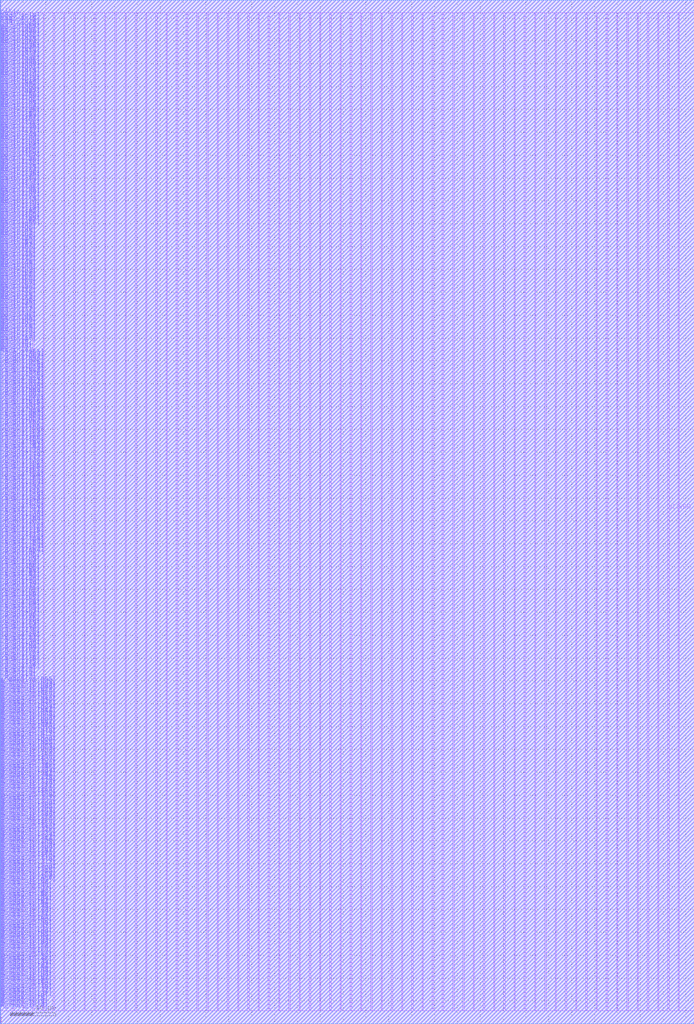
<source format=lef>
VERSION 5.7 ;
BUSBITCHARS "[]" ;
MACRO fakeram45_128x256_upper
  FOREIGN fakeram45_128x256_upper 0 0 ;
  SYMMETRY X Y R90 ;
  SIZE 0.19 BY 1.4 ;
  CLASS BLOCK ;
  PIN w_mask_in[0]
    DIRECTION INPUT ;
    USE SIGNAL ;
    SHAPE ABUTMENT ;
    PORT
      LAYER metal18 ;
      RECT 0.000 2.800 0.070 2.870 ;
    END
  END w_mask_in[0]
  PIN w_mask_in[1]
    DIRECTION INPUT ;
    USE SIGNAL ;
    SHAPE ABUTMENT ;
    PORT
      LAYER metal18 ;
      RECT 0.000 3.080 0.070 3.150 ;
    END
  END w_mask_in[1]
  PIN w_mask_in[2]
    DIRECTION INPUT ;
    USE SIGNAL ;
    SHAPE ABUTMENT ;
    PORT
      LAYER metal18 ;
      RECT 0.000 3.360 0.070 3.430 ;
    END
  END w_mask_in[2]
  PIN w_mask_in[3]
    DIRECTION INPUT ;
    USE SIGNAL ;
    SHAPE ABUTMENT ;
    PORT
      LAYER metal18 ;
      RECT 0.000 3.640 0.070 3.710 ;
    END
  END w_mask_in[3]
  PIN w_mask_in[4]
    DIRECTION INPUT ;
    USE SIGNAL ;
    SHAPE ABUTMENT ;
    PORT
      LAYER metal18 ;
      RECT 0.000 3.920 0.070 3.990 ;
    END
  END w_mask_in[4]
  PIN w_mask_in[5]
    DIRECTION INPUT ;
    USE SIGNAL ;
    SHAPE ABUTMENT ;
    PORT
      LAYER metal18 ;
      RECT 0.000 4.200 0.070 4.270 ;
    END
  END w_mask_in[5]
  PIN w_mask_in[6]
    DIRECTION INPUT ;
    USE SIGNAL ;
    SHAPE ABUTMENT ;
    PORT
      LAYER metal18 ;
      RECT 0.000 4.480 0.070 4.550 ;
    END
  END w_mask_in[6]
  PIN w_mask_in[7]
    DIRECTION INPUT ;
    USE SIGNAL ;
    SHAPE ABUTMENT ;
    PORT
      LAYER metal18 ;
      RECT 0.000 4.760 0.070 4.830 ;
    END
  END w_mask_in[7]
  PIN w_mask_in[8]
    DIRECTION INPUT ;
    USE SIGNAL ;
    SHAPE ABUTMENT ;
    PORT
      LAYER metal18 ;
      RECT 0.000 5.040 0.070 5.110 ;
    END
  END w_mask_in[8]
  PIN w_mask_in[9]
    DIRECTION INPUT ;
    USE SIGNAL ;
    SHAPE ABUTMENT ;
    PORT
      LAYER metal18 ;
      RECT 0.000 5.320 0.070 5.390 ;
    END
  END w_mask_in[9]
  PIN w_mask_in[10]
    DIRECTION INPUT ;
    USE SIGNAL ;
    SHAPE ABUTMENT ;
    PORT
      LAYER metal18 ;
      RECT 0.000 5.600 0.070 5.670 ;
    END
  END w_mask_in[10]
  PIN w_mask_in[11]
    DIRECTION INPUT ;
    USE SIGNAL ;
    SHAPE ABUTMENT ;
    PORT
      LAYER metal18 ;
      RECT 0.000 5.880 0.070 5.950 ;
    END
  END w_mask_in[11]
  PIN w_mask_in[12]
    DIRECTION INPUT ;
    USE SIGNAL ;
    SHAPE ABUTMENT ;
    PORT
      LAYER metal18 ;
      RECT 0.000 6.160 0.070 6.230 ;
    END
  END w_mask_in[12]
  PIN w_mask_in[13]
    DIRECTION INPUT ;
    USE SIGNAL ;
    SHAPE ABUTMENT ;
    PORT
      LAYER metal18 ;
      RECT 0.000 6.440 0.070 6.510 ;
    END
  END w_mask_in[13]
  PIN w_mask_in[14]
    DIRECTION INPUT ;
    USE SIGNAL ;
    SHAPE ABUTMENT ;
    PORT
      LAYER metal18 ;
      RECT 0.000 6.720 0.070 6.790 ;
    END
  END w_mask_in[14]
  PIN w_mask_in[15]
    DIRECTION INPUT ;
    USE SIGNAL ;
    SHAPE ABUTMENT ;
    PORT
      LAYER metal18 ;
      RECT 0.000 7.000 0.070 7.070 ;
    END
  END w_mask_in[15]
  PIN w_mask_in[16]
    DIRECTION INPUT ;
    USE SIGNAL ;
    SHAPE ABUTMENT ;
    PORT
      LAYER metal18 ;
      RECT 0.000 7.280 0.070 7.350 ;
    END
  END w_mask_in[16]
  PIN w_mask_in[17]
    DIRECTION INPUT ;
    USE SIGNAL ;
    SHAPE ABUTMENT ;
    PORT
      LAYER metal18 ;
      RECT 0.000 7.560 0.070 7.630 ;
    END
  END w_mask_in[17]
  PIN w_mask_in[18]
    DIRECTION INPUT ;
    USE SIGNAL ;
    SHAPE ABUTMENT ;
    PORT
      LAYER metal18 ;
      RECT 0.000 7.840 0.070 7.910 ;
    END
  END w_mask_in[18]
  PIN w_mask_in[19]
    DIRECTION INPUT ;
    USE SIGNAL ;
    SHAPE ABUTMENT ;
    PORT
      LAYER metal18 ;
      RECT 0.000 8.120 0.070 8.190 ;
    END
  END w_mask_in[19]
  PIN w_mask_in[20]
    DIRECTION INPUT ;
    USE SIGNAL ;
    SHAPE ABUTMENT ;
    PORT
      LAYER metal18 ;
      RECT 0.000 8.400 0.070 8.470 ;
    END
  END w_mask_in[20]
  PIN w_mask_in[21]
    DIRECTION INPUT ;
    USE SIGNAL ;
    SHAPE ABUTMENT ;
    PORT
      LAYER metal18 ;
      RECT 0.000 8.680 0.070 8.750 ;
    END
  END w_mask_in[21]
  PIN w_mask_in[22]
    DIRECTION INPUT ;
    USE SIGNAL ;
    SHAPE ABUTMENT ;
    PORT
      LAYER metal18 ;
      RECT 0.000 8.960 0.070 9.030 ;
    END
  END w_mask_in[22]
  PIN w_mask_in[23]
    DIRECTION INPUT ;
    USE SIGNAL ;
    SHAPE ABUTMENT ;
    PORT
      LAYER metal18 ;
      RECT 0.000 9.240 0.070 9.310 ;
    END
  END w_mask_in[23]
  PIN w_mask_in[24]
    DIRECTION INPUT ;
    USE SIGNAL ;
    SHAPE ABUTMENT ;
    PORT
      LAYER metal18 ;
      RECT 0.000 9.520 0.070 9.590 ;
    END
  END w_mask_in[24]
  PIN w_mask_in[25]
    DIRECTION INPUT ;
    USE SIGNAL ;
    SHAPE ABUTMENT ;
    PORT
      LAYER metal18 ;
      RECT 0.000 9.800 0.070 9.870 ;
    END
  END w_mask_in[25]
  PIN w_mask_in[26]
    DIRECTION INPUT ;
    USE SIGNAL ;
    SHAPE ABUTMENT ;
    PORT
      LAYER metal18 ;
      RECT 0.000 10.080 0.070 10.150 ;
    END
  END w_mask_in[26]
  PIN w_mask_in[27]
    DIRECTION INPUT ;
    USE SIGNAL ;
    SHAPE ABUTMENT ;
    PORT
      LAYER metal18 ;
      RECT 0.000 10.360 0.070 10.430 ;
    END
  END w_mask_in[27]
  PIN w_mask_in[28]
    DIRECTION INPUT ;
    USE SIGNAL ;
    SHAPE ABUTMENT ;
    PORT
      LAYER metal18 ;
      RECT 0.000 10.640 0.070 10.710 ;
    END
  END w_mask_in[28]
  PIN w_mask_in[29]
    DIRECTION INPUT ;
    USE SIGNAL ;
    SHAPE ABUTMENT ;
    PORT
      LAYER metal18 ;
      RECT 0.000 10.920 0.070 10.990 ;
    END
  END w_mask_in[29]
  PIN w_mask_in[30]
    DIRECTION INPUT ;
    USE SIGNAL ;
    SHAPE ABUTMENT ;
    PORT
      LAYER metal18 ;
      RECT 0.000 11.200 0.070 11.270 ;
    END
  END w_mask_in[30]
  PIN w_mask_in[31]
    DIRECTION INPUT ;
    USE SIGNAL ;
    SHAPE ABUTMENT ;
    PORT
      LAYER metal18 ;
      RECT 0.000 11.480 0.070 11.550 ;
    END
  END w_mask_in[31]
  PIN w_mask_in[32]
    DIRECTION INPUT ;
    USE SIGNAL ;
    SHAPE ABUTMENT ;
    PORT
      LAYER metal18 ;
      RECT 0.000 11.760 0.070 11.830 ;
    END
  END w_mask_in[32]
  PIN w_mask_in[33]
    DIRECTION INPUT ;
    USE SIGNAL ;
    SHAPE ABUTMENT ;
    PORT
      LAYER metal18 ;
      RECT 0.000 12.040 0.070 12.110 ;
    END
  END w_mask_in[33]
  PIN w_mask_in[34]
    DIRECTION INPUT ;
    USE SIGNAL ;
    SHAPE ABUTMENT ;
    PORT
      LAYER metal18 ;
      RECT 0.000 12.320 0.070 12.390 ;
    END
  END w_mask_in[34]
  PIN w_mask_in[35]
    DIRECTION INPUT ;
    USE SIGNAL ;
    SHAPE ABUTMENT ;
    PORT
      LAYER metal18 ;
      RECT 0.000 12.600 0.070 12.670 ;
    END
  END w_mask_in[35]
  PIN w_mask_in[36]
    DIRECTION INPUT ;
    USE SIGNAL ;
    SHAPE ABUTMENT ;
    PORT
      LAYER metal18 ;
      RECT 0.000 12.880 0.070 12.950 ;
    END
  END w_mask_in[36]
  PIN w_mask_in[37]
    DIRECTION INPUT ;
    USE SIGNAL ;
    SHAPE ABUTMENT ;
    PORT
      LAYER metal18 ;
      RECT 0.000 13.160 0.070 13.230 ;
    END
  END w_mask_in[37]
  PIN w_mask_in[38]
    DIRECTION INPUT ;
    USE SIGNAL ;
    SHAPE ABUTMENT ;
    PORT
      LAYER metal18 ;
      RECT 0.000 13.440 0.070 13.510 ;
    END
  END w_mask_in[38]
  PIN w_mask_in[39]
    DIRECTION INPUT ;
    USE SIGNAL ;
    SHAPE ABUTMENT ;
    PORT
      LAYER metal18 ;
      RECT 0.000 13.720 0.070 13.790 ;
    END
  END w_mask_in[39]
  PIN w_mask_in[40]
    DIRECTION INPUT ;
    USE SIGNAL ;
    SHAPE ABUTMENT ;
    PORT
      LAYER metal18 ;
      RECT 0.000 14.000 0.070 14.070 ;
    END
  END w_mask_in[40]
  PIN w_mask_in[41]
    DIRECTION INPUT ;
    USE SIGNAL ;
    SHAPE ABUTMENT ;
    PORT
      LAYER metal18 ;
      RECT 0.000 14.280 0.070 14.350 ;
    END
  END w_mask_in[41]
  PIN w_mask_in[42]
    DIRECTION INPUT ;
    USE SIGNAL ;
    SHAPE ABUTMENT ;
    PORT
      LAYER metal18 ;
      RECT 0.000 14.560 0.070 14.630 ;
    END
  END w_mask_in[42]
  PIN w_mask_in[43]
    DIRECTION INPUT ;
    USE SIGNAL ;
    SHAPE ABUTMENT ;
    PORT
      LAYER metal18 ;
      RECT 0.000 14.840 0.070 14.910 ;
    END
  END w_mask_in[43]
  PIN w_mask_in[44]
    DIRECTION INPUT ;
    USE SIGNAL ;
    SHAPE ABUTMENT ;
    PORT
      LAYER metal18 ;
      RECT 0.000 15.120 0.070 15.190 ;
    END
  END w_mask_in[44]
  PIN w_mask_in[45]
    DIRECTION INPUT ;
    USE SIGNAL ;
    SHAPE ABUTMENT ;
    PORT
      LAYER metal18 ;
      RECT 0.000 15.400 0.070 15.470 ;
    END
  END w_mask_in[45]
  PIN w_mask_in[46]
    DIRECTION INPUT ;
    USE SIGNAL ;
    SHAPE ABUTMENT ;
    PORT
      LAYER metal18 ;
      RECT 0.000 15.680 0.070 15.750 ;
    END
  END w_mask_in[46]
  PIN w_mask_in[47]
    DIRECTION INPUT ;
    USE SIGNAL ;
    SHAPE ABUTMENT ;
    PORT
      LAYER metal18 ;
      RECT 0.000 15.960 0.070 16.030 ;
    END
  END w_mask_in[47]
  PIN w_mask_in[48]
    DIRECTION INPUT ;
    USE SIGNAL ;
    SHAPE ABUTMENT ;
    PORT
      LAYER metal18 ;
      RECT 0.000 16.240 0.070 16.310 ;
    END
  END w_mask_in[48]
  PIN w_mask_in[49]
    DIRECTION INPUT ;
    USE SIGNAL ;
    SHAPE ABUTMENT ;
    PORT
      LAYER metal18 ;
      RECT 0.000 16.520 0.070 16.590 ;
    END
  END w_mask_in[49]
  PIN w_mask_in[50]
    DIRECTION INPUT ;
    USE SIGNAL ;
    SHAPE ABUTMENT ;
    PORT
      LAYER metal18 ;
      RECT 0.000 16.800 0.070 16.870 ;
    END
  END w_mask_in[50]
  PIN w_mask_in[51]
    DIRECTION INPUT ;
    USE SIGNAL ;
    SHAPE ABUTMENT ;
    PORT
      LAYER metal18 ;
      RECT 0.000 17.080 0.070 17.150 ;
    END
  END w_mask_in[51]
  PIN w_mask_in[52]
    DIRECTION INPUT ;
    USE SIGNAL ;
    SHAPE ABUTMENT ;
    PORT
      LAYER metal18 ;
      RECT 0.000 17.360 0.070 17.430 ;
    END
  END w_mask_in[52]
  PIN w_mask_in[53]
    DIRECTION INPUT ;
    USE SIGNAL ;
    SHAPE ABUTMENT ;
    PORT
      LAYER metal18 ;
      RECT 0.000 17.640 0.070 17.710 ;
    END
  END w_mask_in[53]
  PIN w_mask_in[54]
    DIRECTION INPUT ;
    USE SIGNAL ;
    SHAPE ABUTMENT ;
    PORT
      LAYER metal18 ;
      RECT 0.000 17.920 0.070 17.990 ;
    END
  END w_mask_in[54]
  PIN w_mask_in[55]
    DIRECTION INPUT ;
    USE SIGNAL ;
    SHAPE ABUTMENT ;
    PORT
      LAYER metal18 ;
      RECT 0.000 18.200 0.070 18.270 ;
    END
  END w_mask_in[55]
  PIN w_mask_in[56]
    DIRECTION INPUT ;
    USE SIGNAL ;
    SHAPE ABUTMENT ;
    PORT
      LAYER metal18 ;
      RECT 0.000 18.480 0.070 18.550 ;
    END
  END w_mask_in[56]
  PIN w_mask_in[57]
    DIRECTION INPUT ;
    USE SIGNAL ;
    SHAPE ABUTMENT ;
    PORT
      LAYER metal18 ;
      RECT 0.000 18.760 0.070 18.830 ;
    END
  END w_mask_in[57]
  PIN w_mask_in[58]
    DIRECTION INPUT ;
    USE SIGNAL ;
    SHAPE ABUTMENT ;
    PORT
      LAYER metal18 ;
      RECT 0.000 19.040 0.070 19.110 ;
    END
  END w_mask_in[58]
  PIN w_mask_in[59]
    DIRECTION INPUT ;
    USE SIGNAL ;
    SHAPE ABUTMENT ;
    PORT
      LAYER metal18 ;
      RECT 0.000 19.320 0.070 19.390 ;
    END
  END w_mask_in[59]
  PIN w_mask_in[60]
    DIRECTION INPUT ;
    USE SIGNAL ;
    SHAPE ABUTMENT ;
    PORT
      LAYER metal18 ;
      RECT 0.000 19.600 0.070 19.670 ;
    END
  END w_mask_in[60]
  PIN w_mask_in[61]
    DIRECTION INPUT ;
    USE SIGNAL ;
    SHAPE ABUTMENT ;
    PORT
      LAYER metal18 ;
      RECT 0.000 19.880 0.070 19.950 ;
    END
  END w_mask_in[61]
  PIN w_mask_in[62]
    DIRECTION INPUT ;
    USE SIGNAL ;
    SHAPE ABUTMENT ;
    PORT
      LAYER metal18 ;
      RECT 0.000 20.160 0.070 20.230 ;
    END
  END w_mask_in[62]
  PIN w_mask_in[63]
    DIRECTION INPUT ;
    USE SIGNAL ;
    SHAPE ABUTMENT ;
    PORT
      LAYER metal18 ;
      RECT 0.000 20.440 0.070 20.510 ;
    END
  END w_mask_in[63]
  PIN w_mask_in[64]
    DIRECTION INPUT ;
    USE SIGNAL ;
    SHAPE ABUTMENT ;
    PORT
      LAYER metal18 ;
      RECT 0.000 20.720 0.070 20.790 ;
    END
  END w_mask_in[64]
  PIN w_mask_in[65]
    DIRECTION INPUT ;
    USE SIGNAL ;
    SHAPE ABUTMENT ;
    PORT
      LAYER metal18 ;
      RECT 0.000 21.000 0.070 21.070 ;
    END
  END w_mask_in[65]
  PIN w_mask_in[66]
    DIRECTION INPUT ;
    USE SIGNAL ;
    SHAPE ABUTMENT ;
    PORT
      LAYER metal18 ;
      RECT 0.000 21.280 0.070 21.350 ;
    END
  END w_mask_in[66]
  PIN w_mask_in[67]
    DIRECTION INPUT ;
    USE SIGNAL ;
    SHAPE ABUTMENT ;
    PORT
      LAYER metal18 ;
      RECT 0.000 21.560 0.070 21.630 ;
    END
  END w_mask_in[67]
  PIN w_mask_in[68]
    DIRECTION INPUT ;
    USE SIGNAL ;
    SHAPE ABUTMENT ;
    PORT
      LAYER metal18 ;
      RECT 0.000 21.840 0.070 21.910 ;
    END
  END w_mask_in[68]
  PIN w_mask_in[69]
    DIRECTION INPUT ;
    USE SIGNAL ;
    SHAPE ABUTMENT ;
    PORT
      LAYER metal18 ;
      RECT 0.000 22.120 0.070 22.190 ;
    END
  END w_mask_in[69]
  PIN w_mask_in[70]
    DIRECTION INPUT ;
    USE SIGNAL ;
    SHAPE ABUTMENT ;
    PORT
      LAYER metal18 ;
      RECT 0.000 22.400 0.070 22.470 ;
    END
  END w_mask_in[70]
  PIN w_mask_in[71]
    DIRECTION INPUT ;
    USE SIGNAL ;
    SHAPE ABUTMENT ;
    PORT
      LAYER metal18 ;
      RECT 0.000 22.680 0.070 22.750 ;
    END
  END w_mask_in[71]
  PIN w_mask_in[72]
    DIRECTION INPUT ;
    USE SIGNAL ;
    SHAPE ABUTMENT ;
    PORT
      LAYER metal18 ;
      RECT 0.000 22.960 0.070 23.030 ;
    END
  END w_mask_in[72]
  PIN w_mask_in[73]
    DIRECTION INPUT ;
    USE SIGNAL ;
    SHAPE ABUTMENT ;
    PORT
      LAYER metal18 ;
      RECT 0.000 23.240 0.070 23.310 ;
    END
  END w_mask_in[73]
  PIN w_mask_in[74]
    DIRECTION INPUT ;
    USE SIGNAL ;
    SHAPE ABUTMENT ;
    PORT
      LAYER metal18 ;
      RECT 0.000 23.520 0.070 23.590 ;
    END
  END w_mask_in[74]
  PIN w_mask_in[75]
    DIRECTION INPUT ;
    USE SIGNAL ;
    SHAPE ABUTMENT ;
    PORT
      LAYER metal18 ;
      RECT 0.000 23.800 0.070 23.870 ;
    END
  END w_mask_in[75]
  PIN w_mask_in[76]
    DIRECTION INPUT ;
    USE SIGNAL ;
    SHAPE ABUTMENT ;
    PORT
      LAYER metal18 ;
      RECT 0.000 24.080 0.070 24.150 ;
    END
  END w_mask_in[76]
  PIN w_mask_in[77]
    DIRECTION INPUT ;
    USE SIGNAL ;
    SHAPE ABUTMENT ;
    PORT
      LAYER metal18 ;
      RECT 0.000 24.360 0.070 24.430 ;
    END
  END w_mask_in[77]
  PIN w_mask_in[78]
    DIRECTION INPUT ;
    USE SIGNAL ;
    SHAPE ABUTMENT ;
    PORT
      LAYER metal18 ;
      RECT 0.000 24.640 0.070 24.710 ;
    END
  END w_mask_in[78]
  PIN w_mask_in[79]
    DIRECTION INPUT ;
    USE SIGNAL ;
    SHAPE ABUTMENT ;
    PORT
      LAYER metal18 ;
      RECT 0.000 24.920 0.070 24.990 ;
    END
  END w_mask_in[79]
  PIN w_mask_in[80]
    DIRECTION INPUT ;
    USE SIGNAL ;
    SHAPE ABUTMENT ;
    PORT
      LAYER metal18 ;
      RECT 0.000 25.200 0.070 25.270 ;
    END
  END w_mask_in[80]
  PIN w_mask_in[81]
    DIRECTION INPUT ;
    USE SIGNAL ;
    SHAPE ABUTMENT ;
    PORT
      LAYER metal18 ;
      RECT 0.000 25.480 0.070 25.550 ;
    END
  END w_mask_in[81]
  PIN w_mask_in[82]
    DIRECTION INPUT ;
    USE SIGNAL ;
    SHAPE ABUTMENT ;
    PORT
      LAYER metal18 ;
      RECT 0.000 25.760 0.070 25.830 ;
    END
  END w_mask_in[82]
  PIN w_mask_in[83]
    DIRECTION INPUT ;
    USE SIGNAL ;
    SHAPE ABUTMENT ;
    PORT
      LAYER metal18 ;
      RECT 0.000 26.040 0.070 26.110 ;
    END
  END w_mask_in[83]
  PIN w_mask_in[84]
    DIRECTION INPUT ;
    USE SIGNAL ;
    SHAPE ABUTMENT ;
    PORT
      LAYER metal18 ;
      RECT 0.000 26.320 0.070 26.390 ;
    END
  END w_mask_in[84]
  PIN w_mask_in[85]
    DIRECTION INPUT ;
    USE SIGNAL ;
    SHAPE ABUTMENT ;
    PORT
      LAYER metal18 ;
      RECT 0.000 26.600 0.070 26.670 ;
    END
  END w_mask_in[85]
  PIN w_mask_in[86]
    DIRECTION INPUT ;
    USE SIGNAL ;
    SHAPE ABUTMENT ;
    PORT
      LAYER metal18 ;
      RECT 0.000 26.880 0.070 26.950 ;
    END
  END w_mask_in[86]
  PIN w_mask_in[87]
    DIRECTION INPUT ;
    USE SIGNAL ;
    SHAPE ABUTMENT ;
    PORT
      LAYER metal18 ;
      RECT 0.000 27.160 0.070 27.230 ;
    END
  END w_mask_in[87]
  PIN w_mask_in[88]
    DIRECTION INPUT ;
    USE SIGNAL ;
    SHAPE ABUTMENT ;
    PORT
      LAYER metal18 ;
      RECT 0.000 27.440 0.070 27.510 ;
    END
  END w_mask_in[88]
  PIN w_mask_in[89]
    DIRECTION INPUT ;
    USE SIGNAL ;
    SHAPE ABUTMENT ;
    PORT
      LAYER metal18 ;
      RECT 0.000 27.720 0.070 27.790 ;
    END
  END w_mask_in[89]
  PIN w_mask_in[90]
    DIRECTION INPUT ;
    USE SIGNAL ;
    SHAPE ABUTMENT ;
    PORT
      LAYER metal18 ;
      RECT 0.000 28.000 0.070 28.070 ;
    END
  END w_mask_in[90]
  PIN w_mask_in[91]
    DIRECTION INPUT ;
    USE SIGNAL ;
    SHAPE ABUTMENT ;
    PORT
      LAYER metal18 ;
      RECT 0.000 28.280 0.070 28.350 ;
    END
  END w_mask_in[91]
  PIN w_mask_in[92]
    DIRECTION INPUT ;
    USE SIGNAL ;
    SHAPE ABUTMENT ;
    PORT
      LAYER metal18 ;
      RECT 0.000 28.560 0.070 28.630 ;
    END
  END w_mask_in[92]
  PIN w_mask_in[93]
    DIRECTION INPUT ;
    USE SIGNAL ;
    SHAPE ABUTMENT ;
    PORT
      LAYER metal18 ;
      RECT 0.000 28.840 0.070 28.910 ;
    END
  END w_mask_in[93]
  PIN w_mask_in[94]
    DIRECTION INPUT ;
    USE SIGNAL ;
    SHAPE ABUTMENT ;
    PORT
      LAYER metal18 ;
      RECT 0.000 29.120 0.070 29.190 ;
    END
  END w_mask_in[94]
  PIN w_mask_in[95]
    DIRECTION INPUT ;
    USE SIGNAL ;
    SHAPE ABUTMENT ;
    PORT
      LAYER metal18 ;
      RECT 0.000 29.400 0.070 29.470 ;
    END
  END w_mask_in[95]
  PIN w_mask_in[96]
    DIRECTION INPUT ;
    USE SIGNAL ;
    SHAPE ABUTMENT ;
    PORT
      LAYER metal18 ;
      RECT 0.000 29.680 0.070 29.750 ;
    END
  END w_mask_in[96]
  PIN w_mask_in[97]
    DIRECTION INPUT ;
    USE SIGNAL ;
    SHAPE ABUTMENT ;
    PORT
      LAYER metal18 ;
      RECT 0.000 29.960 0.070 30.030 ;
    END
  END w_mask_in[97]
  PIN w_mask_in[98]
    DIRECTION INPUT ;
    USE SIGNAL ;
    SHAPE ABUTMENT ;
    PORT
      LAYER metal18 ;
      RECT 0.000 30.240 0.070 30.310 ;
    END
  END w_mask_in[98]
  PIN w_mask_in[99]
    DIRECTION INPUT ;
    USE SIGNAL ;
    SHAPE ABUTMENT ;
    PORT
      LAYER metal18 ;
      RECT 0.000 30.520 0.070 30.590 ;
    END
  END w_mask_in[99]
  PIN w_mask_in[100]
    DIRECTION INPUT ;
    USE SIGNAL ;
    SHAPE ABUTMENT ;
    PORT
      LAYER metal18 ;
      RECT 0.000 30.800 0.070 30.870 ;
    END
  END w_mask_in[100]
  PIN w_mask_in[101]
    DIRECTION INPUT ;
    USE SIGNAL ;
    SHAPE ABUTMENT ;
    PORT
      LAYER metal18 ;
      RECT 0.000 31.080 0.070 31.150 ;
    END
  END w_mask_in[101]
  PIN w_mask_in[102]
    DIRECTION INPUT ;
    USE SIGNAL ;
    SHAPE ABUTMENT ;
    PORT
      LAYER metal18 ;
      RECT 0.000 31.360 0.070 31.430 ;
    END
  END w_mask_in[102]
  PIN w_mask_in[103]
    DIRECTION INPUT ;
    USE SIGNAL ;
    SHAPE ABUTMENT ;
    PORT
      LAYER metal18 ;
      RECT 0.000 31.640 0.070 31.710 ;
    END
  END w_mask_in[103]
  PIN w_mask_in[104]
    DIRECTION INPUT ;
    USE SIGNAL ;
    SHAPE ABUTMENT ;
    PORT
      LAYER metal18 ;
      RECT 0.000 31.920 0.070 31.990 ;
    END
  END w_mask_in[104]
  PIN w_mask_in[105]
    DIRECTION INPUT ;
    USE SIGNAL ;
    SHAPE ABUTMENT ;
    PORT
      LAYER metal18 ;
      RECT 0.000 32.200 0.070 32.270 ;
    END
  END w_mask_in[105]
  PIN w_mask_in[106]
    DIRECTION INPUT ;
    USE SIGNAL ;
    SHAPE ABUTMENT ;
    PORT
      LAYER metal18 ;
      RECT 0.000 32.480 0.070 32.550 ;
    END
  END w_mask_in[106]
  PIN w_mask_in[107]
    DIRECTION INPUT ;
    USE SIGNAL ;
    SHAPE ABUTMENT ;
    PORT
      LAYER metal18 ;
      RECT 0.000 32.760 0.070 32.830 ;
    END
  END w_mask_in[107]
  PIN w_mask_in[108]
    DIRECTION INPUT ;
    USE SIGNAL ;
    SHAPE ABUTMENT ;
    PORT
      LAYER metal18 ;
      RECT 0.000 33.040 0.070 33.110 ;
    END
  END w_mask_in[108]
  PIN w_mask_in[109]
    DIRECTION INPUT ;
    USE SIGNAL ;
    SHAPE ABUTMENT ;
    PORT
      LAYER metal18 ;
      RECT 0.000 33.320 0.070 33.390 ;
    END
  END w_mask_in[109]
  PIN w_mask_in[110]
    DIRECTION INPUT ;
    USE SIGNAL ;
    SHAPE ABUTMENT ;
    PORT
      LAYER metal18 ;
      RECT 0.000 33.600 0.070 33.670 ;
    END
  END w_mask_in[110]
  PIN w_mask_in[111]
    DIRECTION INPUT ;
    USE SIGNAL ;
    SHAPE ABUTMENT ;
    PORT
      LAYER metal18 ;
      RECT 0.000 33.880 0.070 33.950 ;
    END
  END w_mask_in[111]
  PIN w_mask_in[112]
    DIRECTION INPUT ;
    USE SIGNAL ;
    SHAPE ABUTMENT ;
    PORT
      LAYER metal18 ;
      RECT 0.000 34.160 0.070 34.230 ;
    END
  END w_mask_in[112]
  PIN w_mask_in[113]
    DIRECTION INPUT ;
    USE SIGNAL ;
    SHAPE ABUTMENT ;
    PORT
      LAYER metal18 ;
      RECT 0.000 34.440 0.070 34.510 ;
    END
  END w_mask_in[113]
  PIN w_mask_in[114]
    DIRECTION INPUT ;
    USE SIGNAL ;
    SHAPE ABUTMENT ;
    PORT
      LAYER metal18 ;
      RECT 0.000 34.720 0.070 34.790 ;
    END
  END w_mask_in[114]
  PIN w_mask_in[115]
    DIRECTION INPUT ;
    USE SIGNAL ;
    SHAPE ABUTMENT ;
    PORT
      LAYER metal18 ;
      RECT 0.000 35.000 0.070 35.070 ;
    END
  END w_mask_in[115]
  PIN w_mask_in[116]
    DIRECTION INPUT ;
    USE SIGNAL ;
    SHAPE ABUTMENT ;
    PORT
      LAYER metal18 ;
      RECT 0.000 35.280 0.070 35.350 ;
    END
  END w_mask_in[116]
  PIN w_mask_in[117]
    DIRECTION INPUT ;
    USE SIGNAL ;
    SHAPE ABUTMENT ;
    PORT
      LAYER metal18 ;
      RECT 0.000 35.560 0.070 35.630 ;
    END
  END w_mask_in[117]
  PIN w_mask_in[118]
    DIRECTION INPUT ;
    USE SIGNAL ;
    SHAPE ABUTMENT ;
    PORT
      LAYER metal18 ;
      RECT 0.000 35.840 0.070 35.910 ;
    END
  END w_mask_in[118]
  PIN w_mask_in[119]
    DIRECTION INPUT ;
    USE SIGNAL ;
    SHAPE ABUTMENT ;
    PORT
      LAYER metal18 ;
      RECT 0.000 36.120 0.070 36.190 ;
    END
  END w_mask_in[119]
  PIN w_mask_in[120]
    DIRECTION INPUT ;
    USE SIGNAL ;
    SHAPE ABUTMENT ;
    PORT
      LAYER metal18 ;
      RECT 0.000 36.400 0.070 36.470 ;
    END
  END w_mask_in[120]
  PIN w_mask_in[121]
    DIRECTION INPUT ;
    USE SIGNAL ;
    SHAPE ABUTMENT ;
    PORT
      LAYER metal18 ;
      RECT 0.000 36.680 0.070 36.750 ;
    END
  END w_mask_in[121]
  PIN w_mask_in[122]
    DIRECTION INPUT ;
    USE SIGNAL ;
    SHAPE ABUTMENT ;
    PORT
      LAYER metal18 ;
      RECT 0.000 36.960 0.070 37.030 ;
    END
  END w_mask_in[122]
  PIN w_mask_in[123]
    DIRECTION INPUT ;
    USE SIGNAL ;
    SHAPE ABUTMENT ;
    PORT
      LAYER metal18 ;
      RECT 0.000 37.240 0.070 37.310 ;
    END
  END w_mask_in[123]
  PIN w_mask_in[124]
    DIRECTION INPUT ;
    USE SIGNAL ;
    SHAPE ABUTMENT ;
    PORT
      LAYER metal18 ;
      RECT 0.000 37.520 0.070 37.590 ;
    END
  END w_mask_in[124]
  PIN w_mask_in[125]
    DIRECTION INPUT ;
    USE SIGNAL ;
    SHAPE ABUTMENT ;
    PORT
      LAYER metal18 ;
      RECT 0.000 37.800 0.070 37.870 ;
    END
  END w_mask_in[125]
  PIN w_mask_in[126]
    DIRECTION INPUT ;
    USE SIGNAL ;
    SHAPE ABUTMENT ;
    PORT
      LAYER metal18 ;
      RECT 0.000 38.080 0.070 38.150 ;
    END
  END w_mask_in[126]
  PIN w_mask_in[127]
    DIRECTION INPUT ;
    USE SIGNAL ;
    SHAPE ABUTMENT ;
    PORT
      LAYER metal18 ;
      RECT 0.000 38.360 0.070 38.430 ;
    END
  END w_mask_in[127]
  PIN w_mask_in[128]
    DIRECTION INPUT ;
    USE SIGNAL ;
    SHAPE ABUTMENT ;
    PORT
      LAYER metal18 ;
      RECT 0.000 38.640 0.070 38.710 ;
    END
  END w_mask_in[128]
  PIN w_mask_in[129]
    DIRECTION INPUT ;
    USE SIGNAL ;
    SHAPE ABUTMENT ;
    PORT
      LAYER metal18 ;
      RECT 0.000 38.920 0.070 38.990 ;
    END
  END w_mask_in[129]
  PIN w_mask_in[130]
    DIRECTION INPUT ;
    USE SIGNAL ;
    SHAPE ABUTMENT ;
    PORT
      LAYER metal18 ;
      RECT 0.000 39.200 0.070 39.270 ;
    END
  END w_mask_in[130]
  PIN w_mask_in[131]
    DIRECTION INPUT ;
    USE SIGNAL ;
    SHAPE ABUTMENT ;
    PORT
      LAYER metal18 ;
      RECT 0.000 39.480 0.070 39.550 ;
    END
  END w_mask_in[131]
  PIN w_mask_in[132]
    DIRECTION INPUT ;
    USE SIGNAL ;
    SHAPE ABUTMENT ;
    PORT
      LAYER metal18 ;
      RECT 0.000 39.760 0.070 39.830 ;
    END
  END w_mask_in[132]
  PIN w_mask_in[133]
    DIRECTION INPUT ;
    USE SIGNAL ;
    SHAPE ABUTMENT ;
    PORT
      LAYER metal18 ;
      RECT 0.000 40.040 0.070 40.110 ;
    END
  END w_mask_in[133]
  PIN w_mask_in[134]
    DIRECTION INPUT ;
    USE SIGNAL ;
    SHAPE ABUTMENT ;
    PORT
      LAYER metal18 ;
      RECT 0.000 40.320 0.070 40.390 ;
    END
  END w_mask_in[134]
  PIN w_mask_in[135]
    DIRECTION INPUT ;
    USE SIGNAL ;
    SHAPE ABUTMENT ;
    PORT
      LAYER metal18 ;
      RECT 0.000 40.600 0.070 40.670 ;
    END
  END w_mask_in[135]
  PIN w_mask_in[136]
    DIRECTION INPUT ;
    USE SIGNAL ;
    SHAPE ABUTMENT ;
    PORT
      LAYER metal18 ;
      RECT 0.000 40.880 0.070 40.950 ;
    END
  END w_mask_in[136]
  PIN w_mask_in[137]
    DIRECTION INPUT ;
    USE SIGNAL ;
    SHAPE ABUTMENT ;
    PORT
      LAYER metal18 ;
      RECT 0.000 41.160 0.070 41.230 ;
    END
  END w_mask_in[137]
  PIN w_mask_in[138]
    DIRECTION INPUT ;
    USE SIGNAL ;
    SHAPE ABUTMENT ;
    PORT
      LAYER metal18 ;
      RECT 0.000 41.440 0.070 41.510 ;
    END
  END w_mask_in[138]
  PIN w_mask_in[139]
    DIRECTION INPUT ;
    USE SIGNAL ;
    SHAPE ABUTMENT ;
    PORT
      LAYER metal18 ;
      RECT 0.000 41.720 0.070 41.790 ;
    END
  END w_mask_in[139]
  PIN w_mask_in[140]
    DIRECTION INPUT ;
    USE SIGNAL ;
    SHAPE ABUTMENT ;
    PORT
      LAYER metal18 ;
      RECT 0.000 42.000 0.070 42.070 ;
    END
  END w_mask_in[140]
  PIN w_mask_in[141]
    DIRECTION INPUT ;
    USE SIGNAL ;
    SHAPE ABUTMENT ;
    PORT
      LAYER metal18 ;
      RECT 0.000 42.280 0.070 42.350 ;
    END
  END w_mask_in[141]
  PIN w_mask_in[142]
    DIRECTION INPUT ;
    USE SIGNAL ;
    SHAPE ABUTMENT ;
    PORT
      LAYER metal18 ;
      RECT 0.000 42.560 0.070 42.630 ;
    END
  END w_mask_in[142]
  PIN w_mask_in[143]
    DIRECTION INPUT ;
    USE SIGNAL ;
    SHAPE ABUTMENT ;
    PORT
      LAYER metal18 ;
      RECT 0.000 42.840 0.070 42.910 ;
    END
  END w_mask_in[143]
  PIN w_mask_in[144]
    DIRECTION INPUT ;
    USE SIGNAL ;
    SHAPE ABUTMENT ;
    PORT
      LAYER metal18 ;
      RECT 0.000 43.120 0.070 43.190 ;
    END
  END w_mask_in[144]
  PIN w_mask_in[145]
    DIRECTION INPUT ;
    USE SIGNAL ;
    SHAPE ABUTMENT ;
    PORT
      LAYER metal18 ;
      RECT 0.000 43.400 0.070 43.470 ;
    END
  END w_mask_in[145]
  PIN w_mask_in[146]
    DIRECTION INPUT ;
    USE SIGNAL ;
    SHAPE ABUTMENT ;
    PORT
      LAYER metal18 ;
      RECT 0.000 43.680 0.070 43.750 ;
    END
  END w_mask_in[146]
  PIN w_mask_in[147]
    DIRECTION INPUT ;
    USE SIGNAL ;
    SHAPE ABUTMENT ;
    PORT
      LAYER metal18 ;
      RECT 0.000 43.960 0.070 44.030 ;
    END
  END w_mask_in[147]
  PIN w_mask_in[148]
    DIRECTION INPUT ;
    USE SIGNAL ;
    SHAPE ABUTMENT ;
    PORT
      LAYER metal18 ;
      RECT 0.000 44.240 0.070 44.310 ;
    END
  END w_mask_in[148]
  PIN w_mask_in[149]
    DIRECTION INPUT ;
    USE SIGNAL ;
    SHAPE ABUTMENT ;
    PORT
      LAYER metal18 ;
      RECT 0.000 44.520 0.070 44.590 ;
    END
  END w_mask_in[149]
  PIN w_mask_in[150]
    DIRECTION INPUT ;
    USE SIGNAL ;
    SHAPE ABUTMENT ;
    PORT
      LAYER metal18 ;
      RECT 0.000 44.800 0.070 44.870 ;
    END
  END w_mask_in[150]
  PIN w_mask_in[151]
    DIRECTION INPUT ;
    USE SIGNAL ;
    SHAPE ABUTMENT ;
    PORT
      LAYER metal18 ;
      RECT 0.000 45.080 0.070 45.150 ;
    END
  END w_mask_in[151]
  PIN w_mask_in[152]
    DIRECTION INPUT ;
    USE SIGNAL ;
    SHAPE ABUTMENT ;
    PORT
      LAYER metal18 ;
      RECT 0.000 45.360 0.070 45.430 ;
    END
  END w_mask_in[152]
  PIN w_mask_in[153]
    DIRECTION INPUT ;
    USE SIGNAL ;
    SHAPE ABUTMENT ;
    PORT
      LAYER metal18 ;
      RECT 0.000 45.640 0.070 45.710 ;
    END
  END w_mask_in[153]
  PIN w_mask_in[154]
    DIRECTION INPUT ;
    USE SIGNAL ;
    SHAPE ABUTMENT ;
    PORT
      LAYER metal18 ;
      RECT 0.000 45.920 0.070 45.990 ;
    END
  END w_mask_in[154]
  PIN w_mask_in[155]
    DIRECTION INPUT ;
    USE SIGNAL ;
    SHAPE ABUTMENT ;
    PORT
      LAYER metal18 ;
      RECT 0.000 46.200 0.070 46.270 ;
    END
  END w_mask_in[155]
  PIN w_mask_in[156]
    DIRECTION INPUT ;
    USE SIGNAL ;
    SHAPE ABUTMENT ;
    PORT
      LAYER metal18 ;
      RECT 0.000 46.480 0.070 46.550 ;
    END
  END w_mask_in[156]
  PIN w_mask_in[157]
    DIRECTION INPUT ;
    USE SIGNAL ;
    SHAPE ABUTMENT ;
    PORT
      LAYER metal18 ;
      RECT 0.000 46.760 0.070 46.830 ;
    END
  END w_mask_in[157]
  PIN w_mask_in[158]
    DIRECTION INPUT ;
    USE SIGNAL ;
    SHAPE ABUTMENT ;
    PORT
      LAYER metal18 ;
      RECT 0.000 47.040 0.070 47.110 ;
    END
  END w_mask_in[158]
  PIN w_mask_in[159]
    DIRECTION INPUT ;
    USE SIGNAL ;
    SHAPE ABUTMENT ;
    PORT
      LAYER metal18 ;
      RECT 0.000 47.320 0.070 47.390 ;
    END
  END w_mask_in[159]
  PIN w_mask_in[160]
    DIRECTION INPUT ;
    USE SIGNAL ;
    SHAPE ABUTMENT ;
    PORT
      LAYER metal18 ;
      RECT 0.000 47.600 0.070 47.670 ;
    END
  END w_mask_in[160]
  PIN w_mask_in[161]
    DIRECTION INPUT ;
    USE SIGNAL ;
    SHAPE ABUTMENT ;
    PORT
      LAYER metal18 ;
      RECT 0.000 47.880 0.070 47.950 ;
    END
  END w_mask_in[161]
  PIN w_mask_in[162]
    DIRECTION INPUT ;
    USE SIGNAL ;
    SHAPE ABUTMENT ;
    PORT
      LAYER metal18 ;
      RECT 0.000 48.160 0.070 48.230 ;
    END
  END w_mask_in[162]
  PIN w_mask_in[163]
    DIRECTION INPUT ;
    USE SIGNAL ;
    SHAPE ABUTMENT ;
    PORT
      LAYER metal18 ;
      RECT 0.000 48.440 0.070 48.510 ;
    END
  END w_mask_in[163]
  PIN w_mask_in[164]
    DIRECTION INPUT ;
    USE SIGNAL ;
    SHAPE ABUTMENT ;
    PORT
      LAYER metal18 ;
      RECT 0.000 48.720 0.070 48.790 ;
    END
  END w_mask_in[164]
  PIN w_mask_in[165]
    DIRECTION INPUT ;
    USE SIGNAL ;
    SHAPE ABUTMENT ;
    PORT
      LAYER metal18 ;
      RECT 0.000 49.000 0.070 49.070 ;
    END
  END w_mask_in[165]
  PIN w_mask_in[166]
    DIRECTION INPUT ;
    USE SIGNAL ;
    SHAPE ABUTMENT ;
    PORT
      LAYER metal18 ;
      RECT 0.000 49.280 0.070 49.350 ;
    END
  END w_mask_in[166]
  PIN w_mask_in[167]
    DIRECTION INPUT ;
    USE SIGNAL ;
    SHAPE ABUTMENT ;
    PORT
      LAYER metal18 ;
      RECT 0.000 49.560 0.070 49.630 ;
    END
  END w_mask_in[167]
  PIN w_mask_in[168]
    DIRECTION INPUT ;
    USE SIGNAL ;
    SHAPE ABUTMENT ;
    PORT
      LAYER metal18 ;
      RECT 0.000 49.840 0.070 49.910 ;
    END
  END w_mask_in[168]
  PIN w_mask_in[169]
    DIRECTION INPUT ;
    USE SIGNAL ;
    SHAPE ABUTMENT ;
    PORT
      LAYER metal18 ;
      RECT 0.000 50.120 0.070 50.190 ;
    END
  END w_mask_in[169]
  PIN w_mask_in[170]
    DIRECTION INPUT ;
    USE SIGNAL ;
    SHAPE ABUTMENT ;
    PORT
      LAYER metal18 ;
      RECT 0.000 50.400 0.070 50.470 ;
    END
  END w_mask_in[170]
  PIN w_mask_in[171]
    DIRECTION INPUT ;
    USE SIGNAL ;
    SHAPE ABUTMENT ;
    PORT
      LAYER metal18 ;
      RECT 0.000 50.680 0.070 50.750 ;
    END
  END w_mask_in[171]
  PIN w_mask_in[172]
    DIRECTION INPUT ;
    USE SIGNAL ;
    SHAPE ABUTMENT ;
    PORT
      LAYER metal18 ;
      RECT 0.000 50.960 0.070 51.030 ;
    END
  END w_mask_in[172]
  PIN w_mask_in[173]
    DIRECTION INPUT ;
    USE SIGNAL ;
    SHAPE ABUTMENT ;
    PORT
      LAYER metal18 ;
      RECT 0.000 51.240 0.070 51.310 ;
    END
  END w_mask_in[173]
  PIN w_mask_in[174]
    DIRECTION INPUT ;
    USE SIGNAL ;
    SHAPE ABUTMENT ;
    PORT
      LAYER metal18 ;
      RECT 0.000 51.520 0.070 51.590 ;
    END
  END w_mask_in[174]
  PIN w_mask_in[175]
    DIRECTION INPUT ;
    USE SIGNAL ;
    SHAPE ABUTMENT ;
    PORT
      LAYER metal18 ;
      RECT 0.000 51.800 0.070 51.870 ;
    END
  END w_mask_in[175]
  PIN w_mask_in[176]
    DIRECTION INPUT ;
    USE SIGNAL ;
    SHAPE ABUTMENT ;
    PORT
      LAYER metal18 ;
      RECT 0.000 52.080 0.070 52.150 ;
    END
  END w_mask_in[176]
  PIN w_mask_in[177]
    DIRECTION INPUT ;
    USE SIGNAL ;
    SHAPE ABUTMENT ;
    PORT
      LAYER metal18 ;
      RECT 0.000 52.360 0.070 52.430 ;
    END
  END w_mask_in[177]
  PIN w_mask_in[178]
    DIRECTION INPUT ;
    USE SIGNAL ;
    SHAPE ABUTMENT ;
    PORT
      LAYER metal18 ;
      RECT 0.000 52.640 0.070 52.710 ;
    END
  END w_mask_in[178]
  PIN w_mask_in[179]
    DIRECTION INPUT ;
    USE SIGNAL ;
    SHAPE ABUTMENT ;
    PORT
      LAYER metal18 ;
      RECT 0.000 52.920 0.070 52.990 ;
    END
  END w_mask_in[179]
  PIN w_mask_in[180]
    DIRECTION INPUT ;
    USE SIGNAL ;
    SHAPE ABUTMENT ;
    PORT
      LAYER metal18 ;
      RECT 0.000 53.200 0.070 53.270 ;
    END
  END w_mask_in[180]
  PIN w_mask_in[181]
    DIRECTION INPUT ;
    USE SIGNAL ;
    SHAPE ABUTMENT ;
    PORT
      LAYER metal18 ;
      RECT 0.000 53.480 0.070 53.550 ;
    END
  END w_mask_in[181]
  PIN w_mask_in[182]
    DIRECTION INPUT ;
    USE SIGNAL ;
    SHAPE ABUTMENT ;
    PORT
      LAYER metal18 ;
      RECT 0.000 53.760 0.070 53.830 ;
    END
  END w_mask_in[182]
  PIN w_mask_in[183]
    DIRECTION INPUT ;
    USE SIGNAL ;
    SHAPE ABUTMENT ;
    PORT
      LAYER metal18 ;
      RECT 0.000 54.040 0.070 54.110 ;
    END
  END w_mask_in[183]
  PIN w_mask_in[184]
    DIRECTION INPUT ;
    USE SIGNAL ;
    SHAPE ABUTMENT ;
    PORT
      LAYER metal18 ;
      RECT 0.000 54.320 0.070 54.390 ;
    END
  END w_mask_in[184]
  PIN w_mask_in[185]
    DIRECTION INPUT ;
    USE SIGNAL ;
    SHAPE ABUTMENT ;
    PORT
      LAYER metal18 ;
      RECT 0.000 54.600 0.070 54.670 ;
    END
  END w_mask_in[185]
  PIN w_mask_in[186]
    DIRECTION INPUT ;
    USE SIGNAL ;
    SHAPE ABUTMENT ;
    PORT
      LAYER metal18 ;
      RECT 0.000 54.880 0.070 54.950 ;
    END
  END w_mask_in[186]
  PIN w_mask_in[187]
    DIRECTION INPUT ;
    USE SIGNAL ;
    SHAPE ABUTMENT ;
    PORT
      LAYER metal18 ;
      RECT 0.000 55.160 0.070 55.230 ;
    END
  END w_mask_in[187]
  PIN w_mask_in[188]
    DIRECTION INPUT ;
    USE SIGNAL ;
    SHAPE ABUTMENT ;
    PORT
      LAYER metal18 ;
      RECT 0.000 55.440 0.070 55.510 ;
    END
  END w_mask_in[188]
  PIN w_mask_in[189]
    DIRECTION INPUT ;
    USE SIGNAL ;
    SHAPE ABUTMENT ;
    PORT
      LAYER metal18 ;
      RECT 0.000 55.720 0.070 55.790 ;
    END
  END w_mask_in[189]
  PIN w_mask_in[190]
    DIRECTION INPUT ;
    USE SIGNAL ;
    SHAPE ABUTMENT ;
    PORT
      LAYER metal18 ;
      RECT 0.000 56.000 0.070 56.070 ;
    END
  END w_mask_in[190]
  PIN w_mask_in[191]
    DIRECTION INPUT ;
    USE SIGNAL ;
    SHAPE ABUTMENT ;
    PORT
      LAYER metal18 ;
      RECT 0.000 56.280 0.070 56.350 ;
    END
  END w_mask_in[191]
  PIN w_mask_in[192]
    DIRECTION INPUT ;
    USE SIGNAL ;
    SHAPE ABUTMENT ;
    PORT
      LAYER metal18 ;
      RECT 0.000 56.560 0.070 56.630 ;
    END
  END w_mask_in[192]
  PIN w_mask_in[193]
    DIRECTION INPUT ;
    USE SIGNAL ;
    SHAPE ABUTMENT ;
    PORT
      LAYER metal18 ;
      RECT 0.000 56.840 0.070 56.910 ;
    END
  END w_mask_in[193]
  PIN w_mask_in[194]
    DIRECTION INPUT ;
    USE SIGNAL ;
    SHAPE ABUTMENT ;
    PORT
      LAYER metal18 ;
      RECT 0.000 57.120 0.070 57.190 ;
    END
  END w_mask_in[194]
  PIN w_mask_in[195]
    DIRECTION INPUT ;
    USE SIGNAL ;
    SHAPE ABUTMENT ;
    PORT
      LAYER metal18 ;
      RECT 0.000 57.400 0.070 57.470 ;
    END
  END w_mask_in[195]
  PIN w_mask_in[196]
    DIRECTION INPUT ;
    USE SIGNAL ;
    SHAPE ABUTMENT ;
    PORT
      LAYER metal18 ;
      RECT 0.000 57.680 0.070 57.750 ;
    END
  END w_mask_in[196]
  PIN w_mask_in[197]
    DIRECTION INPUT ;
    USE SIGNAL ;
    SHAPE ABUTMENT ;
    PORT
      LAYER metal18 ;
      RECT 0.000 57.960 0.070 58.030 ;
    END
  END w_mask_in[197]
  PIN w_mask_in[198]
    DIRECTION INPUT ;
    USE SIGNAL ;
    SHAPE ABUTMENT ;
    PORT
      LAYER metal18 ;
      RECT 0.000 58.240 0.070 58.310 ;
    END
  END w_mask_in[198]
  PIN w_mask_in[199]
    DIRECTION INPUT ;
    USE SIGNAL ;
    SHAPE ABUTMENT ;
    PORT
      LAYER metal18 ;
      RECT 0.000 58.520 0.070 58.590 ;
    END
  END w_mask_in[199]
  PIN w_mask_in[200]
    DIRECTION INPUT ;
    USE SIGNAL ;
    SHAPE ABUTMENT ;
    PORT
      LAYER metal18 ;
      RECT 0.000 58.800 0.070 58.870 ;
    END
  END w_mask_in[200]
  PIN w_mask_in[201]
    DIRECTION INPUT ;
    USE SIGNAL ;
    SHAPE ABUTMENT ;
    PORT
      LAYER metal18 ;
      RECT 0.000 59.080 0.070 59.150 ;
    END
  END w_mask_in[201]
  PIN w_mask_in[202]
    DIRECTION INPUT ;
    USE SIGNAL ;
    SHAPE ABUTMENT ;
    PORT
      LAYER metal18 ;
      RECT 0.000 59.360 0.070 59.430 ;
    END
  END w_mask_in[202]
  PIN w_mask_in[203]
    DIRECTION INPUT ;
    USE SIGNAL ;
    SHAPE ABUTMENT ;
    PORT
      LAYER metal18 ;
      RECT 0.000 59.640 0.070 59.710 ;
    END
  END w_mask_in[203]
  PIN w_mask_in[204]
    DIRECTION INPUT ;
    USE SIGNAL ;
    SHAPE ABUTMENT ;
    PORT
      LAYER metal18 ;
      RECT 0.000 59.920 0.070 59.990 ;
    END
  END w_mask_in[204]
  PIN w_mask_in[205]
    DIRECTION INPUT ;
    USE SIGNAL ;
    SHAPE ABUTMENT ;
    PORT
      LAYER metal18 ;
      RECT 0.000 60.200 0.070 60.270 ;
    END
  END w_mask_in[205]
  PIN w_mask_in[206]
    DIRECTION INPUT ;
    USE SIGNAL ;
    SHAPE ABUTMENT ;
    PORT
      LAYER metal18 ;
      RECT 0.000 60.480 0.070 60.550 ;
    END
  END w_mask_in[206]
  PIN w_mask_in[207]
    DIRECTION INPUT ;
    USE SIGNAL ;
    SHAPE ABUTMENT ;
    PORT
      LAYER metal18 ;
      RECT 0.000 60.760 0.070 60.830 ;
    END
  END w_mask_in[207]
  PIN w_mask_in[208]
    DIRECTION INPUT ;
    USE SIGNAL ;
    SHAPE ABUTMENT ;
    PORT
      LAYER metal18 ;
      RECT 0.000 61.040 0.070 61.110 ;
    END
  END w_mask_in[208]
  PIN w_mask_in[209]
    DIRECTION INPUT ;
    USE SIGNAL ;
    SHAPE ABUTMENT ;
    PORT
      LAYER metal18 ;
      RECT 0.000 61.320 0.070 61.390 ;
    END
  END w_mask_in[209]
  PIN w_mask_in[210]
    DIRECTION INPUT ;
    USE SIGNAL ;
    SHAPE ABUTMENT ;
    PORT
      LAYER metal18 ;
      RECT 0.000 61.600 0.070 61.670 ;
    END
  END w_mask_in[210]
  PIN w_mask_in[211]
    DIRECTION INPUT ;
    USE SIGNAL ;
    SHAPE ABUTMENT ;
    PORT
      LAYER metal18 ;
      RECT 0.000 61.880 0.070 61.950 ;
    END
  END w_mask_in[211]
  PIN w_mask_in[212]
    DIRECTION INPUT ;
    USE SIGNAL ;
    SHAPE ABUTMENT ;
    PORT
      LAYER metal18 ;
      RECT 0.000 62.160 0.070 62.230 ;
    END
  END w_mask_in[212]
  PIN w_mask_in[213]
    DIRECTION INPUT ;
    USE SIGNAL ;
    SHAPE ABUTMENT ;
    PORT
      LAYER metal18 ;
      RECT 0.000 62.440 0.070 62.510 ;
    END
  END w_mask_in[213]
  PIN w_mask_in[214]
    DIRECTION INPUT ;
    USE SIGNAL ;
    SHAPE ABUTMENT ;
    PORT
      LAYER metal18 ;
      RECT 0.000 62.720 0.070 62.790 ;
    END
  END w_mask_in[214]
  PIN w_mask_in[215]
    DIRECTION INPUT ;
    USE SIGNAL ;
    SHAPE ABUTMENT ;
    PORT
      LAYER metal18 ;
      RECT 0.000 63.000 0.070 63.070 ;
    END
  END w_mask_in[215]
  PIN w_mask_in[216]
    DIRECTION INPUT ;
    USE SIGNAL ;
    SHAPE ABUTMENT ;
    PORT
      LAYER metal18 ;
      RECT 0.000 63.280 0.070 63.350 ;
    END
  END w_mask_in[216]
  PIN w_mask_in[217]
    DIRECTION INPUT ;
    USE SIGNAL ;
    SHAPE ABUTMENT ;
    PORT
      LAYER metal18 ;
      RECT 0.000 63.560 0.070 63.630 ;
    END
  END w_mask_in[217]
  PIN w_mask_in[218]
    DIRECTION INPUT ;
    USE SIGNAL ;
    SHAPE ABUTMENT ;
    PORT
      LAYER metal18 ;
      RECT 0.000 63.840 0.070 63.910 ;
    END
  END w_mask_in[218]
  PIN w_mask_in[219]
    DIRECTION INPUT ;
    USE SIGNAL ;
    SHAPE ABUTMENT ;
    PORT
      LAYER metal18 ;
      RECT 0.000 64.120 0.070 64.190 ;
    END
  END w_mask_in[219]
  PIN w_mask_in[220]
    DIRECTION INPUT ;
    USE SIGNAL ;
    SHAPE ABUTMENT ;
    PORT
      LAYER metal18 ;
      RECT 0.000 64.400 0.070 64.470 ;
    END
  END w_mask_in[220]
  PIN w_mask_in[221]
    DIRECTION INPUT ;
    USE SIGNAL ;
    SHAPE ABUTMENT ;
    PORT
      LAYER metal18 ;
      RECT 0.000 64.680 0.070 64.750 ;
    END
  END w_mask_in[221]
  PIN w_mask_in[222]
    DIRECTION INPUT ;
    USE SIGNAL ;
    SHAPE ABUTMENT ;
    PORT
      LAYER metal18 ;
      RECT 0.000 64.960 0.070 65.030 ;
    END
  END w_mask_in[222]
  PIN w_mask_in[223]
    DIRECTION INPUT ;
    USE SIGNAL ;
    SHAPE ABUTMENT ;
    PORT
      LAYER metal18 ;
      RECT 0.000 65.240 0.070 65.310 ;
    END
  END w_mask_in[223]
  PIN w_mask_in[224]
    DIRECTION INPUT ;
    USE SIGNAL ;
    SHAPE ABUTMENT ;
    PORT
      LAYER metal18 ;
      RECT 0.000 65.520 0.070 65.590 ;
    END
  END w_mask_in[224]
  PIN w_mask_in[225]
    DIRECTION INPUT ;
    USE SIGNAL ;
    SHAPE ABUTMENT ;
    PORT
      LAYER metal18 ;
      RECT 0.000 65.800 0.070 65.870 ;
    END
  END w_mask_in[225]
  PIN w_mask_in[226]
    DIRECTION INPUT ;
    USE SIGNAL ;
    SHAPE ABUTMENT ;
    PORT
      LAYER metal18 ;
      RECT 0.000 66.080 0.070 66.150 ;
    END
  END w_mask_in[226]
  PIN w_mask_in[227]
    DIRECTION INPUT ;
    USE SIGNAL ;
    SHAPE ABUTMENT ;
    PORT
      LAYER metal18 ;
      RECT 0.000 66.360 0.070 66.430 ;
    END
  END w_mask_in[227]
  PIN w_mask_in[228]
    DIRECTION INPUT ;
    USE SIGNAL ;
    SHAPE ABUTMENT ;
    PORT
      LAYER metal18 ;
      RECT 0.000 66.640 0.070 66.710 ;
    END
  END w_mask_in[228]
  PIN w_mask_in[229]
    DIRECTION INPUT ;
    USE SIGNAL ;
    SHAPE ABUTMENT ;
    PORT
      LAYER metal18 ;
      RECT 0.000 66.920 0.070 66.990 ;
    END
  END w_mask_in[229]
  PIN w_mask_in[230]
    DIRECTION INPUT ;
    USE SIGNAL ;
    SHAPE ABUTMENT ;
    PORT
      LAYER metal18 ;
      RECT 0.000 67.200 0.070 67.270 ;
    END
  END w_mask_in[230]
  PIN w_mask_in[231]
    DIRECTION INPUT ;
    USE SIGNAL ;
    SHAPE ABUTMENT ;
    PORT
      LAYER metal18 ;
      RECT 0.000 67.480 0.070 67.550 ;
    END
  END w_mask_in[231]
  PIN w_mask_in[232]
    DIRECTION INPUT ;
    USE SIGNAL ;
    SHAPE ABUTMENT ;
    PORT
      LAYER metal18 ;
      RECT 0.000 67.760 0.070 67.830 ;
    END
  END w_mask_in[232]
  PIN w_mask_in[233]
    DIRECTION INPUT ;
    USE SIGNAL ;
    SHAPE ABUTMENT ;
    PORT
      LAYER metal18 ;
      RECT 0.000 68.040 0.070 68.110 ;
    END
  END w_mask_in[233]
  PIN w_mask_in[234]
    DIRECTION INPUT ;
    USE SIGNAL ;
    SHAPE ABUTMENT ;
    PORT
      LAYER metal18 ;
      RECT 0.000 68.320 0.070 68.390 ;
    END
  END w_mask_in[234]
  PIN w_mask_in[235]
    DIRECTION INPUT ;
    USE SIGNAL ;
    SHAPE ABUTMENT ;
    PORT
      LAYER metal18 ;
      RECT 0.000 68.600 0.070 68.670 ;
    END
  END w_mask_in[235]
  PIN w_mask_in[236]
    DIRECTION INPUT ;
    USE SIGNAL ;
    SHAPE ABUTMENT ;
    PORT
      LAYER metal18 ;
      RECT 0.000 68.880 0.070 68.950 ;
    END
  END w_mask_in[236]
  PIN w_mask_in[237]
    DIRECTION INPUT ;
    USE SIGNAL ;
    SHAPE ABUTMENT ;
    PORT
      LAYER metal18 ;
      RECT 0.000 69.160 0.070 69.230 ;
    END
  END w_mask_in[237]
  PIN w_mask_in[238]
    DIRECTION INPUT ;
    USE SIGNAL ;
    SHAPE ABUTMENT ;
    PORT
      LAYER metal18 ;
      RECT 0.000 69.440 0.070 69.510 ;
    END
  END w_mask_in[238]
  PIN w_mask_in[239]
    DIRECTION INPUT ;
    USE SIGNAL ;
    SHAPE ABUTMENT ;
    PORT
      LAYER metal18 ;
      RECT 0.000 69.720 0.070 69.790 ;
    END
  END w_mask_in[239]
  PIN w_mask_in[240]
    DIRECTION INPUT ;
    USE SIGNAL ;
    SHAPE ABUTMENT ;
    PORT
      LAYER metal18 ;
      RECT 0.000 70.000 0.070 70.070 ;
    END
  END w_mask_in[240]
  PIN w_mask_in[241]
    DIRECTION INPUT ;
    USE SIGNAL ;
    SHAPE ABUTMENT ;
    PORT
      LAYER metal18 ;
      RECT 0.000 70.280 0.070 70.350 ;
    END
  END w_mask_in[241]
  PIN w_mask_in[242]
    DIRECTION INPUT ;
    USE SIGNAL ;
    SHAPE ABUTMENT ;
    PORT
      LAYER metal18 ;
      RECT 0.000 70.560 0.070 70.630 ;
    END
  END w_mask_in[242]
  PIN w_mask_in[243]
    DIRECTION INPUT ;
    USE SIGNAL ;
    SHAPE ABUTMENT ;
    PORT
      LAYER metal18 ;
      RECT 0.000 70.840 0.070 70.910 ;
    END
  END w_mask_in[243]
  PIN w_mask_in[244]
    DIRECTION INPUT ;
    USE SIGNAL ;
    SHAPE ABUTMENT ;
    PORT
      LAYER metal18 ;
      RECT 0.000 71.120 0.070 71.190 ;
    END
  END w_mask_in[244]
  PIN w_mask_in[245]
    DIRECTION INPUT ;
    USE SIGNAL ;
    SHAPE ABUTMENT ;
    PORT
      LAYER metal18 ;
      RECT 0.000 71.400 0.070 71.470 ;
    END
  END w_mask_in[245]
  PIN w_mask_in[246]
    DIRECTION INPUT ;
    USE SIGNAL ;
    SHAPE ABUTMENT ;
    PORT
      LAYER metal18 ;
      RECT 0.000 71.680 0.070 71.750 ;
    END
  END w_mask_in[246]
  PIN w_mask_in[247]
    DIRECTION INPUT ;
    USE SIGNAL ;
    SHAPE ABUTMENT ;
    PORT
      LAYER metal18 ;
      RECT 0.000 71.960 0.070 72.030 ;
    END
  END w_mask_in[247]
  PIN w_mask_in[248]
    DIRECTION INPUT ;
    USE SIGNAL ;
    SHAPE ABUTMENT ;
    PORT
      LAYER metal18 ;
      RECT 0.000 72.240 0.070 72.310 ;
    END
  END w_mask_in[248]
  PIN w_mask_in[249]
    DIRECTION INPUT ;
    USE SIGNAL ;
    SHAPE ABUTMENT ;
    PORT
      LAYER metal18 ;
      RECT 0.000 72.520 0.070 72.590 ;
    END
  END w_mask_in[249]
  PIN w_mask_in[250]
    DIRECTION INPUT ;
    USE SIGNAL ;
    SHAPE ABUTMENT ;
    PORT
      LAYER metal18 ;
      RECT 0.000 72.800 0.070 72.870 ;
    END
  END w_mask_in[250]
  PIN w_mask_in[251]
    DIRECTION INPUT ;
    USE SIGNAL ;
    SHAPE ABUTMENT ;
    PORT
      LAYER metal18 ;
      RECT 0.000 73.080 0.070 73.150 ;
    END
  END w_mask_in[251]
  PIN w_mask_in[252]
    DIRECTION INPUT ;
    USE SIGNAL ;
    SHAPE ABUTMENT ;
    PORT
      LAYER metal18 ;
      RECT 0.000 73.360 0.070 73.430 ;
    END
  END w_mask_in[252]
  PIN w_mask_in[253]
    DIRECTION INPUT ;
    USE SIGNAL ;
    SHAPE ABUTMENT ;
    PORT
      LAYER metal18 ;
      RECT 0.000 73.640 0.070 73.710 ;
    END
  END w_mask_in[253]
  PIN w_mask_in[254]
    DIRECTION INPUT ;
    USE SIGNAL ;
    SHAPE ABUTMENT ;
    PORT
      LAYER metal18 ;
      RECT 0.000 73.920 0.070 73.990 ;
    END
  END w_mask_in[254]
  PIN w_mask_in[255]
    DIRECTION INPUT ;
    USE SIGNAL ;
    SHAPE ABUTMENT ;
    PORT
      LAYER metal18 ;
      RECT 0.000 74.200 0.070 74.270 ;
    END
  END w_mask_in[255]
  PIN rd_out[0]
    DIRECTION OUTPUT ;
    USE SIGNAL ;
    SHAPE ABUTMENT ;
    PORT
      LAYER metal18 ;
      RECT 0.000 74.480 0.070 74.550 ;
    END
  END rd_out[0]
  PIN rd_out[1]
    DIRECTION OUTPUT ;
    USE SIGNAL ;
    SHAPE ABUTMENT ;
    PORT
      LAYER metal18 ;
      RECT 0.000 74.760 0.070 74.830 ;
    END
  END rd_out[1]
  PIN rd_out[2]
    DIRECTION OUTPUT ;
    USE SIGNAL ;
    SHAPE ABUTMENT ;
    PORT
      LAYER metal18 ;
      RECT 0.000 75.040 0.070 75.110 ;
    END
  END rd_out[2]
  PIN rd_out[3]
    DIRECTION OUTPUT ;
    USE SIGNAL ;
    SHAPE ABUTMENT ;
    PORT
      LAYER metal18 ;
      RECT 0.000 75.320 0.070 75.390 ;
    END
  END rd_out[3]
  PIN rd_out[4]
    DIRECTION OUTPUT ;
    USE SIGNAL ;
    SHAPE ABUTMENT ;
    PORT
      LAYER metal18 ;
      RECT 0.000 75.600 0.070 75.670 ;
    END
  END rd_out[4]
  PIN rd_out[5]
    DIRECTION OUTPUT ;
    USE SIGNAL ;
    SHAPE ABUTMENT ;
    PORT
      LAYER metal18 ;
      RECT 0.000 75.880 0.070 75.950 ;
    END
  END rd_out[5]
  PIN rd_out[6]
    DIRECTION OUTPUT ;
    USE SIGNAL ;
    SHAPE ABUTMENT ;
    PORT
      LAYER metal18 ;
      RECT 0.000 76.160 0.070 76.230 ;
    END
  END rd_out[6]
  PIN rd_out[7]
    DIRECTION OUTPUT ;
    USE SIGNAL ;
    SHAPE ABUTMENT ;
    PORT
      LAYER metal18 ;
      RECT 0.000 76.440 0.070 76.510 ;
    END
  END rd_out[7]
  PIN rd_out[8]
    DIRECTION OUTPUT ;
    USE SIGNAL ;
    SHAPE ABUTMENT ;
    PORT
      LAYER metal18 ;
      RECT 0.000 76.720 0.070 76.790 ;
    END
  END rd_out[8]
  PIN rd_out[9]
    DIRECTION OUTPUT ;
    USE SIGNAL ;
    SHAPE ABUTMENT ;
    PORT
      LAYER metal18 ;
      RECT 0.000 77.000 0.070 77.070 ;
    END
  END rd_out[9]
  PIN rd_out[10]
    DIRECTION OUTPUT ;
    USE SIGNAL ;
    SHAPE ABUTMENT ;
    PORT
      LAYER metal18 ;
      RECT 0.000 77.280 0.070 77.350 ;
    END
  END rd_out[10]
  PIN rd_out[11]
    DIRECTION OUTPUT ;
    USE SIGNAL ;
    SHAPE ABUTMENT ;
    PORT
      LAYER metal18 ;
      RECT 0.000 77.560 0.070 77.630 ;
    END
  END rd_out[11]
  PIN rd_out[12]
    DIRECTION OUTPUT ;
    USE SIGNAL ;
    SHAPE ABUTMENT ;
    PORT
      LAYER metal18 ;
      RECT 0.000 77.840 0.070 77.910 ;
    END
  END rd_out[12]
  PIN rd_out[13]
    DIRECTION OUTPUT ;
    USE SIGNAL ;
    SHAPE ABUTMENT ;
    PORT
      LAYER metal18 ;
      RECT 0.000 78.120 0.070 78.190 ;
    END
  END rd_out[13]
  PIN rd_out[14]
    DIRECTION OUTPUT ;
    USE SIGNAL ;
    SHAPE ABUTMENT ;
    PORT
      LAYER metal18 ;
      RECT 0.000 78.400 0.070 78.470 ;
    END
  END rd_out[14]
  PIN rd_out[15]
    DIRECTION OUTPUT ;
    USE SIGNAL ;
    SHAPE ABUTMENT ;
    PORT
      LAYER metal18 ;
      RECT 0.000 78.680 0.070 78.750 ;
    END
  END rd_out[15]
  PIN rd_out[16]
    DIRECTION OUTPUT ;
    USE SIGNAL ;
    SHAPE ABUTMENT ;
    PORT
      LAYER metal18 ;
      RECT 0.000 78.960 0.070 79.030 ;
    END
  END rd_out[16]
  PIN rd_out[17]
    DIRECTION OUTPUT ;
    USE SIGNAL ;
    SHAPE ABUTMENT ;
    PORT
      LAYER metal18 ;
      RECT 0.000 79.240 0.070 79.310 ;
    END
  END rd_out[17]
  PIN rd_out[18]
    DIRECTION OUTPUT ;
    USE SIGNAL ;
    SHAPE ABUTMENT ;
    PORT
      LAYER metal18 ;
      RECT 0.000 79.520 0.070 79.590 ;
    END
  END rd_out[18]
  PIN rd_out[19]
    DIRECTION OUTPUT ;
    USE SIGNAL ;
    SHAPE ABUTMENT ;
    PORT
      LAYER metal18 ;
      RECT 0.000 79.800 0.070 79.870 ;
    END
  END rd_out[19]
  PIN rd_out[20]
    DIRECTION OUTPUT ;
    USE SIGNAL ;
    SHAPE ABUTMENT ;
    PORT
      LAYER metal18 ;
      RECT 0.000 80.080 0.070 80.150 ;
    END
  END rd_out[20]
  PIN rd_out[21]
    DIRECTION OUTPUT ;
    USE SIGNAL ;
    SHAPE ABUTMENT ;
    PORT
      LAYER metal18 ;
      RECT 0.000 80.360 0.070 80.430 ;
    END
  END rd_out[21]
  PIN rd_out[22]
    DIRECTION OUTPUT ;
    USE SIGNAL ;
    SHAPE ABUTMENT ;
    PORT
      LAYER metal18 ;
      RECT 0.000 80.640 0.070 80.710 ;
    END
  END rd_out[22]
  PIN rd_out[23]
    DIRECTION OUTPUT ;
    USE SIGNAL ;
    SHAPE ABUTMENT ;
    PORT
      LAYER metal18 ;
      RECT 0.000 80.920 0.070 80.990 ;
    END
  END rd_out[23]
  PIN rd_out[24]
    DIRECTION OUTPUT ;
    USE SIGNAL ;
    SHAPE ABUTMENT ;
    PORT
      LAYER metal18 ;
      RECT 0.000 81.200 0.070 81.270 ;
    END
  END rd_out[24]
  PIN rd_out[25]
    DIRECTION OUTPUT ;
    USE SIGNAL ;
    SHAPE ABUTMENT ;
    PORT
      LAYER metal18 ;
      RECT 0.000 81.480 0.070 81.550 ;
    END
  END rd_out[25]
  PIN rd_out[26]
    DIRECTION OUTPUT ;
    USE SIGNAL ;
    SHAPE ABUTMENT ;
    PORT
      LAYER metal18 ;
      RECT 0.000 81.760 0.070 81.830 ;
    END
  END rd_out[26]
  PIN rd_out[27]
    DIRECTION OUTPUT ;
    USE SIGNAL ;
    SHAPE ABUTMENT ;
    PORT
      LAYER metal18 ;
      RECT 0.000 82.040 0.070 82.110 ;
    END
  END rd_out[27]
  PIN rd_out[28]
    DIRECTION OUTPUT ;
    USE SIGNAL ;
    SHAPE ABUTMENT ;
    PORT
      LAYER metal18 ;
      RECT 0.000 82.320 0.070 82.390 ;
    END
  END rd_out[28]
  PIN rd_out[29]
    DIRECTION OUTPUT ;
    USE SIGNAL ;
    SHAPE ABUTMENT ;
    PORT
      LAYER metal18 ;
      RECT 0.000 82.600 0.070 82.670 ;
    END
  END rd_out[29]
  PIN rd_out[30]
    DIRECTION OUTPUT ;
    USE SIGNAL ;
    SHAPE ABUTMENT ;
    PORT
      LAYER metal18 ;
      RECT 0.000 82.880 0.070 82.950 ;
    END
  END rd_out[30]
  PIN rd_out[31]
    DIRECTION OUTPUT ;
    USE SIGNAL ;
    SHAPE ABUTMENT ;
    PORT
      LAYER metal18 ;
      RECT 0.000 83.160 0.070 83.230 ;
    END
  END rd_out[31]
  PIN rd_out[32]
    DIRECTION OUTPUT ;
    USE SIGNAL ;
    SHAPE ABUTMENT ;
    PORT
      LAYER metal18 ;
      RECT 0.000 83.440 0.070 83.510 ;
    END
  END rd_out[32]
  PIN rd_out[33]
    DIRECTION OUTPUT ;
    USE SIGNAL ;
    SHAPE ABUTMENT ;
    PORT
      LAYER metal18 ;
      RECT 0.000 83.720 0.070 83.790 ;
    END
  END rd_out[33]
  PIN rd_out[34]
    DIRECTION OUTPUT ;
    USE SIGNAL ;
    SHAPE ABUTMENT ;
    PORT
      LAYER metal18 ;
      RECT 0.000 84.000 0.070 84.070 ;
    END
  END rd_out[34]
  PIN rd_out[35]
    DIRECTION OUTPUT ;
    USE SIGNAL ;
    SHAPE ABUTMENT ;
    PORT
      LAYER metal18 ;
      RECT 0.000 84.280 0.070 84.350 ;
    END
  END rd_out[35]
  PIN rd_out[36]
    DIRECTION OUTPUT ;
    USE SIGNAL ;
    SHAPE ABUTMENT ;
    PORT
      LAYER metal18 ;
      RECT 0.000 84.560 0.070 84.630 ;
    END
  END rd_out[36]
  PIN rd_out[37]
    DIRECTION OUTPUT ;
    USE SIGNAL ;
    SHAPE ABUTMENT ;
    PORT
      LAYER metal18 ;
      RECT 0.000 84.840 0.070 84.910 ;
    END
  END rd_out[37]
  PIN rd_out[38]
    DIRECTION OUTPUT ;
    USE SIGNAL ;
    SHAPE ABUTMENT ;
    PORT
      LAYER metal18 ;
      RECT 0.000 85.120 0.070 85.190 ;
    END
  END rd_out[38]
  PIN rd_out[39]
    DIRECTION OUTPUT ;
    USE SIGNAL ;
    SHAPE ABUTMENT ;
    PORT
      LAYER metal18 ;
      RECT 0.000 85.400 0.070 85.470 ;
    END
  END rd_out[39]
  PIN rd_out[40]
    DIRECTION OUTPUT ;
    USE SIGNAL ;
    SHAPE ABUTMENT ;
    PORT
      LAYER metal18 ;
      RECT 0.000 85.680 0.070 85.750 ;
    END
  END rd_out[40]
  PIN rd_out[41]
    DIRECTION OUTPUT ;
    USE SIGNAL ;
    SHAPE ABUTMENT ;
    PORT
      LAYER metal18 ;
      RECT 0.000 85.960 0.070 86.030 ;
    END
  END rd_out[41]
  PIN rd_out[42]
    DIRECTION OUTPUT ;
    USE SIGNAL ;
    SHAPE ABUTMENT ;
    PORT
      LAYER metal18 ;
      RECT 0.000 86.240 0.070 86.310 ;
    END
  END rd_out[42]
  PIN rd_out[43]
    DIRECTION OUTPUT ;
    USE SIGNAL ;
    SHAPE ABUTMENT ;
    PORT
      LAYER metal18 ;
      RECT 0.000 86.520 0.070 86.590 ;
    END
  END rd_out[43]
  PIN rd_out[44]
    DIRECTION OUTPUT ;
    USE SIGNAL ;
    SHAPE ABUTMENT ;
    PORT
      LAYER metal18 ;
      RECT 0.000 86.800 0.070 86.870 ;
    END
  END rd_out[44]
  PIN rd_out[45]
    DIRECTION OUTPUT ;
    USE SIGNAL ;
    SHAPE ABUTMENT ;
    PORT
      LAYER metal18 ;
      RECT 0.000 87.080 0.070 87.150 ;
    END
  END rd_out[45]
  PIN rd_out[46]
    DIRECTION OUTPUT ;
    USE SIGNAL ;
    SHAPE ABUTMENT ;
    PORT
      LAYER metal18 ;
      RECT 0.000 87.360 0.070 87.430 ;
    END
  END rd_out[46]
  PIN rd_out[47]
    DIRECTION OUTPUT ;
    USE SIGNAL ;
    SHAPE ABUTMENT ;
    PORT
      LAYER metal18 ;
      RECT 0.000 87.640 0.070 87.710 ;
    END
  END rd_out[47]
  PIN rd_out[48]
    DIRECTION OUTPUT ;
    USE SIGNAL ;
    SHAPE ABUTMENT ;
    PORT
      LAYER metal18 ;
      RECT 0.000 87.920 0.070 87.990 ;
    END
  END rd_out[48]
  PIN rd_out[49]
    DIRECTION OUTPUT ;
    USE SIGNAL ;
    SHAPE ABUTMENT ;
    PORT
      LAYER metal18 ;
      RECT 0.000 88.200 0.070 88.270 ;
    END
  END rd_out[49]
  PIN rd_out[50]
    DIRECTION OUTPUT ;
    USE SIGNAL ;
    SHAPE ABUTMENT ;
    PORT
      LAYER metal18 ;
      RECT 0.000 88.480 0.070 88.550 ;
    END
  END rd_out[50]
  PIN rd_out[51]
    DIRECTION OUTPUT ;
    USE SIGNAL ;
    SHAPE ABUTMENT ;
    PORT
      LAYER metal18 ;
      RECT 0.000 88.760 0.070 88.830 ;
    END
  END rd_out[51]
  PIN rd_out[52]
    DIRECTION OUTPUT ;
    USE SIGNAL ;
    SHAPE ABUTMENT ;
    PORT
      LAYER metal18 ;
      RECT 0.000 89.040 0.070 89.110 ;
    END
  END rd_out[52]
  PIN rd_out[53]
    DIRECTION OUTPUT ;
    USE SIGNAL ;
    SHAPE ABUTMENT ;
    PORT
      LAYER metal18 ;
      RECT 0.000 89.320 0.070 89.390 ;
    END
  END rd_out[53]
  PIN rd_out[54]
    DIRECTION OUTPUT ;
    USE SIGNAL ;
    SHAPE ABUTMENT ;
    PORT
      LAYER metal18 ;
      RECT 0.000 89.600 0.070 89.670 ;
    END
  END rd_out[54]
  PIN rd_out[55]
    DIRECTION OUTPUT ;
    USE SIGNAL ;
    SHAPE ABUTMENT ;
    PORT
      LAYER metal18 ;
      RECT 0.000 89.880 0.070 89.950 ;
    END
  END rd_out[55]
  PIN rd_out[56]
    DIRECTION OUTPUT ;
    USE SIGNAL ;
    SHAPE ABUTMENT ;
    PORT
      LAYER metal18 ;
      RECT 0.000 90.160 0.070 90.230 ;
    END
  END rd_out[56]
  PIN rd_out[57]
    DIRECTION OUTPUT ;
    USE SIGNAL ;
    SHAPE ABUTMENT ;
    PORT
      LAYER metal18 ;
      RECT 0.000 90.440 0.070 90.510 ;
    END
  END rd_out[57]
  PIN rd_out[58]
    DIRECTION OUTPUT ;
    USE SIGNAL ;
    SHAPE ABUTMENT ;
    PORT
      LAYER metal18 ;
      RECT 0.000 90.720 0.070 90.790 ;
    END
  END rd_out[58]
  PIN rd_out[59]
    DIRECTION OUTPUT ;
    USE SIGNAL ;
    SHAPE ABUTMENT ;
    PORT
      LAYER metal18 ;
      RECT 0.000 91.000 0.070 91.070 ;
    END
  END rd_out[59]
  PIN rd_out[60]
    DIRECTION OUTPUT ;
    USE SIGNAL ;
    SHAPE ABUTMENT ;
    PORT
      LAYER metal18 ;
      RECT 0.000 91.280 0.070 91.350 ;
    END
  END rd_out[60]
  PIN rd_out[61]
    DIRECTION OUTPUT ;
    USE SIGNAL ;
    SHAPE ABUTMENT ;
    PORT
      LAYER metal18 ;
      RECT 0.000 91.560 0.070 91.630 ;
    END
  END rd_out[61]
  PIN rd_out[62]
    DIRECTION OUTPUT ;
    USE SIGNAL ;
    SHAPE ABUTMENT ;
    PORT
      LAYER metal18 ;
      RECT 0.000 91.840 0.070 91.910 ;
    END
  END rd_out[62]
  PIN rd_out[63]
    DIRECTION OUTPUT ;
    USE SIGNAL ;
    SHAPE ABUTMENT ;
    PORT
      LAYER metal18 ;
      RECT 0.000 92.120 0.070 92.190 ;
    END
  END rd_out[63]
  PIN rd_out[64]
    DIRECTION OUTPUT ;
    USE SIGNAL ;
    SHAPE ABUTMENT ;
    PORT
      LAYER metal18 ;
      RECT 0.000 92.400 0.070 92.470 ;
    END
  END rd_out[64]
  PIN rd_out[65]
    DIRECTION OUTPUT ;
    USE SIGNAL ;
    SHAPE ABUTMENT ;
    PORT
      LAYER metal18 ;
      RECT 0.000 92.680 0.070 92.750 ;
    END
  END rd_out[65]
  PIN rd_out[66]
    DIRECTION OUTPUT ;
    USE SIGNAL ;
    SHAPE ABUTMENT ;
    PORT
      LAYER metal18 ;
      RECT 0.000 92.960 0.070 93.030 ;
    END
  END rd_out[66]
  PIN rd_out[67]
    DIRECTION OUTPUT ;
    USE SIGNAL ;
    SHAPE ABUTMENT ;
    PORT
      LAYER metal18 ;
      RECT 0.000 93.240 0.070 93.310 ;
    END
  END rd_out[67]
  PIN rd_out[68]
    DIRECTION OUTPUT ;
    USE SIGNAL ;
    SHAPE ABUTMENT ;
    PORT
      LAYER metal18 ;
      RECT 0.000 93.520 0.070 93.590 ;
    END
  END rd_out[68]
  PIN rd_out[69]
    DIRECTION OUTPUT ;
    USE SIGNAL ;
    SHAPE ABUTMENT ;
    PORT
      LAYER metal18 ;
      RECT 0.000 93.800 0.070 93.870 ;
    END
  END rd_out[69]
  PIN rd_out[70]
    DIRECTION OUTPUT ;
    USE SIGNAL ;
    SHAPE ABUTMENT ;
    PORT
      LAYER metal18 ;
      RECT 0.000 94.080 0.070 94.150 ;
    END
  END rd_out[70]
  PIN rd_out[71]
    DIRECTION OUTPUT ;
    USE SIGNAL ;
    SHAPE ABUTMENT ;
    PORT
      LAYER metal18 ;
      RECT 0.000 94.360 0.070 94.430 ;
    END
  END rd_out[71]
  PIN rd_out[72]
    DIRECTION OUTPUT ;
    USE SIGNAL ;
    SHAPE ABUTMENT ;
    PORT
      LAYER metal18 ;
      RECT 0.000 94.640 0.070 94.710 ;
    END
  END rd_out[72]
  PIN rd_out[73]
    DIRECTION OUTPUT ;
    USE SIGNAL ;
    SHAPE ABUTMENT ;
    PORT
      LAYER metal18 ;
      RECT 0.000 94.920 0.070 94.990 ;
    END
  END rd_out[73]
  PIN rd_out[74]
    DIRECTION OUTPUT ;
    USE SIGNAL ;
    SHAPE ABUTMENT ;
    PORT
      LAYER metal18 ;
      RECT 0.000 95.200 0.070 95.270 ;
    END
  END rd_out[74]
  PIN rd_out[75]
    DIRECTION OUTPUT ;
    USE SIGNAL ;
    SHAPE ABUTMENT ;
    PORT
      LAYER metal18 ;
      RECT 0.000 95.480 0.070 95.550 ;
    END
  END rd_out[75]
  PIN rd_out[76]
    DIRECTION OUTPUT ;
    USE SIGNAL ;
    SHAPE ABUTMENT ;
    PORT
      LAYER metal18 ;
      RECT 0.000 95.760 0.070 95.830 ;
    END
  END rd_out[76]
  PIN rd_out[77]
    DIRECTION OUTPUT ;
    USE SIGNAL ;
    SHAPE ABUTMENT ;
    PORT
      LAYER metal18 ;
      RECT 0.000 96.040 0.070 96.110 ;
    END
  END rd_out[77]
  PIN rd_out[78]
    DIRECTION OUTPUT ;
    USE SIGNAL ;
    SHAPE ABUTMENT ;
    PORT
      LAYER metal18 ;
      RECT 0.000 96.320 0.070 96.390 ;
    END
  END rd_out[78]
  PIN rd_out[79]
    DIRECTION OUTPUT ;
    USE SIGNAL ;
    SHAPE ABUTMENT ;
    PORT
      LAYER metal18 ;
      RECT 0.000 96.600 0.070 96.670 ;
    END
  END rd_out[79]
  PIN rd_out[80]
    DIRECTION OUTPUT ;
    USE SIGNAL ;
    SHAPE ABUTMENT ;
    PORT
      LAYER metal18 ;
      RECT 0.000 96.880 0.070 96.950 ;
    END
  END rd_out[80]
  PIN rd_out[81]
    DIRECTION OUTPUT ;
    USE SIGNAL ;
    SHAPE ABUTMENT ;
    PORT
      LAYER metal18 ;
      RECT 0.000 97.160 0.070 97.230 ;
    END
  END rd_out[81]
  PIN rd_out[82]
    DIRECTION OUTPUT ;
    USE SIGNAL ;
    SHAPE ABUTMENT ;
    PORT
      LAYER metal18 ;
      RECT 0.000 97.440 0.070 97.510 ;
    END
  END rd_out[82]
  PIN rd_out[83]
    DIRECTION OUTPUT ;
    USE SIGNAL ;
    SHAPE ABUTMENT ;
    PORT
      LAYER metal18 ;
      RECT 0.000 97.720 0.070 97.790 ;
    END
  END rd_out[83]
  PIN rd_out[84]
    DIRECTION OUTPUT ;
    USE SIGNAL ;
    SHAPE ABUTMENT ;
    PORT
      LAYER metal18 ;
      RECT 0.000 98.000 0.070 98.070 ;
    END
  END rd_out[84]
  PIN rd_out[85]
    DIRECTION OUTPUT ;
    USE SIGNAL ;
    SHAPE ABUTMENT ;
    PORT
      LAYER metal18 ;
      RECT 0.000 98.280 0.070 98.350 ;
    END
  END rd_out[85]
  PIN rd_out[86]
    DIRECTION OUTPUT ;
    USE SIGNAL ;
    SHAPE ABUTMENT ;
    PORT
      LAYER metal18 ;
      RECT 0.000 98.560 0.070 98.630 ;
    END
  END rd_out[86]
  PIN rd_out[87]
    DIRECTION OUTPUT ;
    USE SIGNAL ;
    SHAPE ABUTMENT ;
    PORT
      LAYER metal18 ;
      RECT 0.000 98.840 0.070 98.910 ;
    END
  END rd_out[87]
  PIN rd_out[88]
    DIRECTION OUTPUT ;
    USE SIGNAL ;
    SHAPE ABUTMENT ;
    PORT
      LAYER metal18 ;
      RECT 0.000 99.120 0.070 99.190 ;
    END
  END rd_out[88]
  PIN rd_out[89]
    DIRECTION OUTPUT ;
    USE SIGNAL ;
    SHAPE ABUTMENT ;
    PORT
      LAYER metal18 ;
      RECT 0.000 99.400 0.070 99.470 ;
    END
  END rd_out[89]
  PIN rd_out[90]
    DIRECTION OUTPUT ;
    USE SIGNAL ;
    SHAPE ABUTMENT ;
    PORT
      LAYER metal18 ;
      RECT 0.000 99.680 0.070 99.750 ;
    END
  END rd_out[90]
  PIN rd_out[91]
    DIRECTION OUTPUT ;
    USE SIGNAL ;
    SHAPE ABUTMENT ;
    PORT
      LAYER metal18 ;
      RECT 0.000 99.960 0.070 100.030 ;
    END
  END rd_out[91]
  PIN rd_out[92]
    DIRECTION OUTPUT ;
    USE SIGNAL ;
    SHAPE ABUTMENT ;
    PORT
      LAYER metal18 ;
      RECT 0.000 100.240 0.070 100.310 ;
    END
  END rd_out[92]
  PIN rd_out[93]
    DIRECTION OUTPUT ;
    USE SIGNAL ;
    SHAPE ABUTMENT ;
    PORT
      LAYER metal18 ;
      RECT 0.000 100.520 0.070 100.590 ;
    END
  END rd_out[93]
  PIN rd_out[94]
    DIRECTION OUTPUT ;
    USE SIGNAL ;
    SHAPE ABUTMENT ;
    PORT
      LAYER metal18 ;
      RECT 0.000 100.800 0.070 100.870 ;
    END
  END rd_out[94]
  PIN rd_out[95]
    DIRECTION OUTPUT ;
    USE SIGNAL ;
    SHAPE ABUTMENT ;
    PORT
      LAYER metal18 ;
      RECT 0.000 101.080 0.070 101.150 ;
    END
  END rd_out[95]
  PIN rd_out[96]
    DIRECTION OUTPUT ;
    USE SIGNAL ;
    SHAPE ABUTMENT ;
    PORT
      LAYER metal18 ;
      RECT 0.000 101.360 0.070 101.430 ;
    END
  END rd_out[96]
  PIN rd_out[97]
    DIRECTION OUTPUT ;
    USE SIGNAL ;
    SHAPE ABUTMENT ;
    PORT
      LAYER metal18 ;
      RECT 0.000 101.640 0.070 101.710 ;
    END
  END rd_out[97]
  PIN rd_out[98]
    DIRECTION OUTPUT ;
    USE SIGNAL ;
    SHAPE ABUTMENT ;
    PORT
      LAYER metal18 ;
      RECT 0.000 101.920 0.070 101.990 ;
    END
  END rd_out[98]
  PIN rd_out[99]
    DIRECTION OUTPUT ;
    USE SIGNAL ;
    SHAPE ABUTMENT ;
    PORT
      LAYER metal18 ;
      RECT 0.000 102.200 0.070 102.270 ;
    END
  END rd_out[99]
  PIN rd_out[100]
    DIRECTION OUTPUT ;
    USE SIGNAL ;
    SHAPE ABUTMENT ;
    PORT
      LAYER metal18 ;
      RECT 0.000 102.480 0.070 102.550 ;
    END
  END rd_out[100]
  PIN rd_out[101]
    DIRECTION OUTPUT ;
    USE SIGNAL ;
    SHAPE ABUTMENT ;
    PORT
      LAYER metal18 ;
      RECT 0.000 102.760 0.070 102.830 ;
    END
  END rd_out[101]
  PIN rd_out[102]
    DIRECTION OUTPUT ;
    USE SIGNAL ;
    SHAPE ABUTMENT ;
    PORT
      LAYER metal18 ;
      RECT 0.000 103.040 0.070 103.110 ;
    END
  END rd_out[102]
  PIN rd_out[103]
    DIRECTION OUTPUT ;
    USE SIGNAL ;
    SHAPE ABUTMENT ;
    PORT
      LAYER metal18 ;
      RECT 0.000 103.320 0.070 103.390 ;
    END
  END rd_out[103]
  PIN rd_out[104]
    DIRECTION OUTPUT ;
    USE SIGNAL ;
    SHAPE ABUTMENT ;
    PORT
      LAYER metal18 ;
      RECT 0.000 103.600 0.070 103.670 ;
    END
  END rd_out[104]
  PIN rd_out[105]
    DIRECTION OUTPUT ;
    USE SIGNAL ;
    SHAPE ABUTMENT ;
    PORT
      LAYER metal18 ;
      RECT 0.000 103.880 0.070 103.950 ;
    END
  END rd_out[105]
  PIN rd_out[106]
    DIRECTION OUTPUT ;
    USE SIGNAL ;
    SHAPE ABUTMENT ;
    PORT
      LAYER metal18 ;
      RECT 0.000 104.160 0.070 104.230 ;
    END
  END rd_out[106]
  PIN rd_out[107]
    DIRECTION OUTPUT ;
    USE SIGNAL ;
    SHAPE ABUTMENT ;
    PORT
      LAYER metal18 ;
      RECT 0.000 104.440 0.070 104.510 ;
    END
  END rd_out[107]
  PIN rd_out[108]
    DIRECTION OUTPUT ;
    USE SIGNAL ;
    SHAPE ABUTMENT ;
    PORT
      LAYER metal18 ;
      RECT 0.000 104.720 0.070 104.790 ;
    END
  END rd_out[108]
  PIN rd_out[109]
    DIRECTION OUTPUT ;
    USE SIGNAL ;
    SHAPE ABUTMENT ;
    PORT
      LAYER metal18 ;
      RECT 0.000 105.000 0.070 105.070 ;
    END
  END rd_out[109]
  PIN rd_out[110]
    DIRECTION OUTPUT ;
    USE SIGNAL ;
    SHAPE ABUTMENT ;
    PORT
      LAYER metal18 ;
      RECT 0.000 105.280 0.070 105.350 ;
    END
  END rd_out[110]
  PIN rd_out[111]
    DIRECTION OUTPUT ;
    USE SIGNAL ;
    SHAPE ABUTMENT ;
    PORT
      LAYER metal18 ;
      RECT 0.000 105.560 0.070 105.630 ;
    END
  END rd_out[111]
  PIN rd_out[112]
    DIRECTION OUTPUT ;
    USE SIGNAL ;
    SHAPE ABUTMENT ;
    PORT
      LAYER metal18 ;
      RECT 0.000 105.840 0.070 105.910 ;
    END
  END rd_out[112]
  PIN rd_out[113]
    DIRECTION OUTPUT ;
    USE SIGNAL ;
    SHAPE ABUTMENT ;
    PORT
      LAYER metal18 ;
      RECT 0.000 106.120 0.070 106.190 ;
    END
  END rd_out[113]
  PIN rd_out[114]
    DIRECTION OUTPUT ;
    USE SIGNAL ;
    SHAPE ABUTMENT ;
    PORT
      LAYER metal18 ;
      RECT 0.000 106.400 0.070 106.470 ;
    END
  END rd_out[114]
  PIN rd_out[115]
    DIRECTION OUTPUT ;
    USE SIGNAL ;
    SHAPE ABUTMENT ;
    PORT
      LAYER metal18 ;
      RECT 0.000 106.680 0.070 106.750 ;
    END
  END rd_out[115]
  PIN rd_out[116]
    DIRECTION OUTPUT ;
    USE SIGNAL ;
    SHAPE ABUTMENT ;
    PORT
      LAYER metal18 ;
      RECT 0.000 106.960 0.070 107.030 ;
    END
  END rd_out[116]
  PIN rd_out[117]
    DIRECTION OUTPUT ;
    USE SIGNAL ;
    SHAPE ABUTMENT ;
    PORT
      LAYER metal18 ;
      RECT 0.000 107.240 0.070 107.310 ;
    END
  END rd_out[117]
  PIN rd_out[118]
    DIRECTION OUTPUT ;
    USE SIGNAL ;
    SHAPE ABUTMENT ;
    PORT
      LAYER metal18 ;
      RECT 0.000 107.520 0.070 107.590 ;
    END
  END rd_out[118]
  PIN rd_out[119]
    DIRECTION OUTPUT ;
    USE SIGNAL ;
    SHAPE ABUTMENT ;
    PORT
      LAYER metal18 ;
      RECT 0.000 107.800 0.070 107.870 ;
    END
  END rd_out[119]
  PIN rd_out[120]
    DIRECTION OUTPUT ;
    USE SIGNAL ;
    SHAPE ABUTMENT ;
    PORT
      LAYER metal18 ;
      RECT 0.000 108.080 0.070 108.150 ;
    END
  END rd_out[120]
  PIN rd_out[121]
    DIRECTION OUTPUT ;
    USE SIGNAL ;
    SHAPE ABUTMENT ;
    PORT
      LAYER metal18 ;
      RECT 0.000 108.360 0.070 108.430 ;
    END
  END rd_out[121]
  PIN rd_out[122]
    DIRECTION OUTPUT ;
    USE SIGNAL ;
    SHAPE ABUTMENT ;
    PORT
      LAYER metal18 ;
      RECT 0.000 108.640 0.070 108.710 ;
    END
  END rd_out[122]
  PIN rd_out[123]
    DIRECTION OUTPUT ;
    USE SIGNAL ;
    SHAPE ABUTMENT ;
    PORT
      LAYER metal18 ;
      RECT 0.000 108.920 0.070 108.990 ;
    END
  END rd_out[123]
  PIN rd_out[124]
    DIRECTION OUTPUT ;
    USE SIGNAL ;
    SHAPE ABUTMENT ;
    PORT
      LAYER metal18 ;
      RECT 0.000 109.200 0.070 109.270 ;
    END
  END rd_out[124]
  PIN rd_out[125]
    DIRECTION OUTPUT ;
    USE SIGNAL ;
    SHAPE ABUTMENT ;
    PORT
      LAYER metal18 ;
      RECT 0.000 109.480 0.070 109.550 ;
    END
  END rd_out[125]
  PIN rd_out[126]
    DIRECTION OUTPUT ;
    USE SIGNAL ;
    SHAPE ABUTMENT ;
    PORT
      LAYER metal18 ;
      RECT 0.000 109.760 0.070 109.830 ;
    END
  END rd_out[126]
  PIN rd_out[127]
    DIRECTION OUTPUT ;
    USE SIGNAL ;
    SHAPE ABUTMENT ;
    PORT
      LAYER metal18 ;
      RECT 0.000 110.040 0.070 110.110 ;
    END
  END rd_out[127]
  PIN rd_out[128]
    DIRECTION OUTPUT ;
    USE SIGNAL ;
    SHAPE ABUTMENT ;
    PORT
      LAYER metal18 ;
      RECT 0.000 110.320 0.070 110.390 ;
    END
  END rd_out[128]
  PIN rd_out[129]
    DIRECTION OUTPUT ;
    USE SIGNAL ;
    SHAPE ABUTMENT ;
    PORT
      LAYER metal18 ;
      RECT 0.000 110.600 0.070 110.670 ;
    END
  END rd_out[129]
  PIN rd_out[130]
    DIRECTION OUTPUT ;
    USE SIGNAL ;
    SHAPE ABUTMENT ;
    PORT
      LAYER metal18 ;
      RECT 0.000 110.880 0.070 110.950 ;
    END
  END rd_out[130]
  PIN rd_out[131]
    DIRECTION OUTPUT ;
    USE SIGNAL ;
    SHAPE ABUTMENT ;
    PORT
      LAYER metal18 ;
      RECT 0.000 111.160 0.070 111.230 ;
    END
  END rd_out[131]
  PIN rd_out[132]
    DIRECTION OUTPUT ;
    USE SIGNAL ;
    SHAPE ABUTMENT ;
    PORT
      LAYER metal18 ;
      RECT 0.000 111.440 0.070 111.510 ;
    END
  END rd_out[132]
  PIN rd_out[133]
    DIRECTION OUTPUT ;
    USE SIGNAL ;
    SHAPE ABUTMENT ;
    PORT
      LAYER metal18 ;
      RECT 0.000 111.720 0.070 111.790 ;
    END
  END rd_out[133]
  PIN rd_out[134]
    DIRECTION OUTPUT ;
    USE SIGNAL ;
    SHAPE ABUTMENT ;
    PORT
      LAYER metal18 ;
      RECT 0.000 112.000 0.070 112.070 ;
    END
  END rd_out[134]
  PIN rd_out[135]
    DIRECTION OUTPUT ;
    USE SIGNAL ;
    SHAPE ABUTMENT ;
    PORT
      LAYER metal18 ;
      RECT 0.000 112.280 0.070 112.350 ;
    END
  END rd_out[135]
  PIN rd_out[136]
    DIRECTION OUTPUT ;
    USE SIGNAL ;
    SHAPE ABUTMENT ;
    PORT
      LAYER metal18 ;
      RECT 0.000 112.560 0.070 112.630 ;
    END
  END rd_out[136]
  PIN rd_out[137]
    DIRECTION OUTPUT ;
    USE SIGNAL ;
    SHAPE ABUTMENT ;
    PORT
      LAYER metal18 ;
      RECT 0.000 112.840 0.070 112.910 ;
    END
  END rd_out[137]
  PIN rd_out[138]
    DIRECTION OUTPUT ;
    USE SIGNAL ;
    SHAPE ABUTMENT ;
    PORT
      LAYER metal18 ;
      RECT 0.000 113.120 0.070 113.190 ;
    END
  END rd_out[138]
  PIN rd_out[139]
    DIRECTION OUTPUT ;
    USE SIGNAL ;
    SHAPE ABUTMENT ;
    PORT
      LAYER metal18 ;
      RECT 0.000 113.400 0.070 113.470 ;
    END
  END rd_out[139]
  PIN rd_out[140]
    DIRECTION OUTPUT ;
    USE SIGNAL ;
    SHAPE ABUTMENT ;
    PORT
      LAYER metal18 ;
      RECT 0.000 113.680 0.070 113.750 ;
    END
  END rd_out[140]
  PIN rd_out[141]
    DIRECTION OUTPUT ;
    USE SIGNAL ;
    SHAPE ABUTMENT ;
    PORT
      LAYER metal18 ;
      RECT 0.000 113.960 0.070 114.030 ;
    END
  END rd_out[141]
  PIN rd_out[142]
    DIRECTION OUTPUT ;
    USE SIGNAL ;
    SHAPE ABUTMENT ;
    PORT
      LAYER metal18 ;
      RECT 0.000 114.240 0.070 114.310 ;
    END
  END rd_out[142]
  PIN rd_out[143]
    DIRECTION OUTPUT ;
    USE SIGNAL ;
    SHAPE ABUTMENT ;
    PORT
      LAYER metal18 ;
      RECT 0.000 114.520 0.070 114.590 ;
    END
  END rd_out[143]
  PIN rd_out[144]
    DIRECTION OUTPUT ;
    USE SIGNAL ;
    SHAPE ABUTMENT ;
    PORT
      LAYER metal18 ;
      RECT 0.000 114.800 0.070 114.870 ;
    END
  END rd_out[144]
  PIN rd_out[145]
    DIRECTION OUTPUT ;
    USE SIGNAL ;
    SHAPE ABUTMENT ;
    PORT
      LAYER metal18 ;
      RECT 0.000 115.080 0.070 115.150 ;
    END
  END rd_out[145]
  PIN rd_out[146]
    DIRECTION OUTPUT ;
    USE SIGNAL ;
    SHAPE ABUTMENT ;
    PORT
      LAYER metal18 ;
      RECT 0.000 115.360 0.070 115.430 ;
    END
  END rd_out[146]
  PIN rd_out[147]
    DIRECTION OUTPUT ;
    USE SIGNAL ;
    SHAPE ABUTMENT ;
    PORT
      LAYER metal18 ;
      RECT 0.000 115.640 0.070 115.710 ;
    END
  END rd_out[147]
  PIN rd_out[148]
    DIRECTION OUTPUT ;
    USE SIGNAL ;
    SHAPE ABUTMENT ;
    PORT
      LAYER metal18 ;
      RECT 0.000 115.920 0.070 115.990 ;
    END
  END rd_out[148]
  PIN rd_out[149]
    DIRECTION OUTPUT ;
    USE SIGNAL ;
    SHAPE ABUTMENT ;
    PORT
      LAYER metal18 ;
      RECT 0.000 116.200 0.070 116.270 ;
    END
  END rd_out[149]
  PIN rd_out[150]
    DIRECTION OUTPUT ;
    USE SIGNAL ;
    SHAPE ABUTMENT ;
    PORT
      LAYER metal18 ;
      RECT 0.000 116.480 0.070 116.550 ;
    END
  END rd_out[150]
  PIN rd_out[151]
    DIRECTION OUTPUT ;
    USE SIGNAL ;
    SHAPE ABUTMENT ;
    PORT
      LAYER metal18 ;
      RECT 0.000 116.760 0.070 116.830 ;
    END
  END rd_out[151]
  PIN rd_out[152]
    DIRECTION OUTPUT ;
    USE SIGNAL ;
    SHAPE ABUTMENT ;
    PORT
      LAYER metal18 ;
      RECT 0.000 117.040 0.070 117.110 ;
    END
  END rd_out[152]
  PIN rd_out[153]
    DIRECTION OUTPUT ;
    USE SIGNAL ;
    SHAPE ABUTMENT ;
    PORT
      LAYER metal18 ;
      RECT 0.000 117.320 0.070 117.390 ;
    END
  END rd_out[153]
  PIN rd_out[154]
    DIRECTION OUTPUT ;
    USE SIGNAL ;
    SHAPE ABUTMENT ;
    PORT
      LAYER metal18 ;
      RECT 0.000 117.600 0.070 117.670 ;
    END
  END rd_out[154]
  PIN rd_out[155]
    DIRECTION OUTPUT ;
    USE SIGNAL ;
    SHAPE ABUTMENT ;
    PORT
      LAYER metal18 ;
      RECT 0.000 117.880 0.070 117.950 ;
    END
  END rd_out[155]
  PIN rd_out[156]
    DIRECTION OUTPUT ;
    USE SIGNAL ;
    SHAPE ABUTMENT ;
    PORT
      LAYER metal18 ;
      RECT 0.000 118.160 0.070 118.230 ;
    END
  END rd_out[156]
  PIN rd_out[157]
    DIRECTION OUTPUT ;
    USE SIGNAL ;
    SHAPE ABUTMENT ;
    PORT
      LAYER metal18 ;
      RECT 0.000 118.440 0.070 118.510 ;
    END
  END rd_out[157]
  PIN rd_out[158]
    DIRECTION OUTPUT ;
    USE SIGNAL ;
    SHAPE ABUTMENT ;
    PORT
      LAYER metal18 ;
      RECT 0.000 118.720 0.070 118.790 ;
    END
  END rd_out[158]
  PIN rd_out[159]
    DIRECTION OUTPUT ;
    USE SIGNAL ;
    SHAPE ABUTMENT ;
    PORT
      LAYER metal18 ;
      RECT 0.000 119.000 0.070 119.070 ;
    END
  END rd_out[159]
  PIN rd_out[160]
    DIRECTION OUTPUT ;
    USE SIGNAL ;
    SHAPE ABUTMENT ;
    PORT
      LAYER metal18 ;
      RECT 0.000 119.280 0.070 119.350 ;
    END
  END rd_out[160]
  PIN rd_out[161]
    DIRECTION OUTPUT ;
    USE SIGNAL ;
    SHAPE ABUTMENT ;
    PORT
      LAYER metal18 ;
      RECT 0.000 119.560 0.070 119.630 ;
    END
  END rd_out[161]
  PIN rd_out[162]
    DIRECTION OUTPUT ;
    USE SIGNAL ;
    SHAPE ABUTMENT ;
    PORT
      LAYER metal18 ;
      RECT 0.000 119.840 0.070 119.910 ;
    END
  END rd_out[162]
  PIN rd_out[163]
    DIRECTION OUTPUT ;
    USE SIGNAL ;
    SHAPE ABUTMENT ;
    PORT
      LAYER metal18 ;
      RECT 0.000 120.120 0.070 120.190 ;
    END
  END rd_out[163]
  PIN rd_out[164]
    DIRECTION OUTPUT ;
    USE SIGNAL ;
    SHAPE ABUTMENT ;
    PORT
      LAYER metal18 ;
      RECT 0.000 120.400 0.070 120.470 ;
    END
  END rd_out[164]
  PIN rd_out[165]
    DIRECTION OUTPUT ;
    USE SIGNAL ;
    SHAPE ABUTMENT ;
    PORT
      LAYER metal18 ;
      RECT 0.000 120.680 0.070 120.750 ;
    END
  END rd_out[165]
  PIN rd_out[166]
    DIRECTION OUTPUT ;
    USE SIGNAL ;
    SHAPE ABUTMENT ;
    PORT
      LAYER metal18 ;
      RECT 0.000 120.960 0.070 121.030 ;
    END
  END rd_out[166]
  PIN rd_out[167]
    DIRECTION OUTPUT ;
    USE SIGNAL ;
    SHAPE ABUTMENT ;
    PORT
      LAYER metal18 ;
      RECT 0.000 121.240 0.070 121.310 ;
    END
  END rd_out[167]
  PIN rd_out[168]
    DIRECTION OUTPUT ;
    USE SIGNAL ;
    SHAPE ABUTMENT ;
    PORT
      LAYER metal18 ;
      RECT 0.000 121.520 0.070 121.590 ;
    END
  END rd_out[168]
  PIN rd_out[169]
    DIRECTION OUTPUT ;
    USE SIGNAL ;
    SHAPE ABUTMENT ;
    PORT
      LAYER metal18 ;
      RECT 0.000 121.800 0.070 121.870 ;
    END
  END rd_out[169]
  PIN rd_out[170]
    DIRECTION OUTPUT ;
    USE SIGNAL ;
    SHAPE ABUTMENT ;
    PORT
      LAYER metal18 ;
      RECT 0.000 122.080 0.070 122.150 ;
    END
  END rd_out[170]
  PIN rd_out[171]
    DIRECTION OUTPUT ;
    USE SIGNAL ;
    SHAPE ABUTMENT ;
    PORT
      LAYER metal18 ;
      RECT 0.000 122.360 0.070 122.430 ;
    END
  END rd_out[171]
  PIN rd_out[172]
    DIRECTION OUTPUT ;
    USE SIGNAL ;
    SHAPE ABUTMENT ;
    PORT
      LAYER metal18 ;
      RECT 0.000 122.640 0.070 122.710 ;
    END
  END rd_out[172]
  PIN rd_out[173]
    DIRECTION OUTPUT ;
    USE SIGNAL ;
    SHAPE ABUTMENT ;
    PORT
      LAYER metal18 ;
      RECT 0.000 122.920 0.070 122.990 ;
    END
  END rd_out[173]
  PIN rd_out[174]
    DIRECTION OUTPUT ;
    USE SIGNAL ;
    SHAPE ABUTMENT ;
    PORT
      LAYER metal18 ;
      RECT 0.000 123.200 0.070 123.270 ;
    END
  END rd_out[174]
  PIN rd_out[175]
    DIRECTION OUTPUT ;
    USE SIGNAL ;
    SHAPE ABUTMENT ;
    PORT
      LAYER metal18 ;
      RECT 0.000 123.480 0.070 123.550 ;
    END
  END rd_out[175]
  PIN rd_out[176]
    DIRECTION OUTPUT ;
    USE SIGNAL ;
    SHAPE ABUTMENT ;
    PORT
      LAYER metal18 ;
      RECT 0.000 123.760 0.070 123.830 ;
    END
  END rd_out[176]
  PIN rd_out[177]
    DIRECTION OUTPUT ;
    USE SIGNAL ;
    SHAPE ABUTMENT ;
    PORT
      LAYER metal18 ;
      RECT 0.000 124.040 0.070 124.110 ;
    END
  END rd_out[177]
  PIN rd_out[178]
    DIRECTION OUTPUT ;
    USE SIGNAL ;
    SHAPE ABUTMENT ;
    PORT
      LAYER metal18 ;
      RECT 0.000 124.320 0.070 124.390 ;
    END
  END rd_out[178]
  PIN rd_out[179]
    DIRECTION OUTPUT ;
    USE SIGNAL ;
    SHAPE ABUTMENT ;
    PORT
      LAYER metal18 ;
      RECT 0.000 124.600 0.070 124.670 ;
    END
  END rd_out[179]
  PIN rd_out[180]
    DIRECTION OUTPUT ;
    USE SIGNAL ;
    SHAPE ABUTMENT ;
    PORT
      LAYER metal18 ;
      RECT 0.000 124.880 0.070 124.950 ;
    END
  END rd_out[180]
  PIN rd_out[181]
    DIRECTION OUTPUT ;
    USE SIGNAL ;
    SHAPE ABUTMENT ;
    PORT
      LAYER metal18 ;
      RECT 0.000 125.160 0.070 125.230 ;
    END
  END rd_out[181]
  PIN rd_out[182]
    DIRECTION OUTPUT ;
    USE SIGNAL ;
    SHAPE ABUTMENT ;
    PORT
      LAYER metal18 ;
      RECT 0.000 125.440 0.070 125.510 ;
    END
  END rd_out[182]
  PIN rd_out[183]
    DIRECTION OUTPUT ;
    USE SIGNAL ;
    SHAPE ABUTMENT ;
    PORT
      LAYER metal18 ;
      RECT 0.000 125.720 0.070 125.790 ;
    END
  END rd_out[183]
  PIN rd_out[184]
    DIRECTION OUTPUT ;
    USE SIGNAL ;
    SHAPE ABUTMENT ;
    PORT
      LAYER metal18 ;
      RECT 0.000 126.000 0.070 126.070 ;
    END
  END rd_out[184]
  PIN rd_out[185]
    DIRECTION OUTPUT ;
    USE SIGNAL ;
    SHAPE ABUTMENT ;
    PORT
      LAYER metal18 ;
      RECT 0.000 126.280 0.070 126.350 ;
    END
  END rd_out[185]
  PIN rd_out[186]
    DIRECTION OUTPUT ;
    USE SIGNAL ;
    SHAPE ABUTMENT ;
    PORT
      LAYER metal18 ;
      RECT 0.000 126.560 0.070 126.630 ;
    END
  END rd_out[186]
  PIN rd_out[187]
    DIRECTION OUTPUT ;
    USE SIGNAL ;
    SHAPE ABUTMENT ;
    PORT
      LAYER metal18 ;
      RECT 0.000 126.840 0.070 126.910 ;
    END
  END rd_out[187]
  PIN rd_out[188]
    DIRECTION OUTPUT ;
    USE SIGNAL ;
    SHAPE ABUTMENT ;
    PORT
      LAYER metal18 ;
      RECT 0.000 127.120 0.070 127.190 ;
    END
  END rd_out[188]
  PIN rd_out[189]
    DIRECTION OUTPUT ;
    USE SIGNAL ;
    SHAPE ABUTMENT ;
    PORT
      LAYER metal18 ;
      RECT 0.000 127.400 0.070 127.470 ;
    END
  END rd_out[189]
  PIN rd_out[190]
    DIRECTION OUTPUT ;
    USE SIGNAL ;
    SHAPE ABUTMENT ;
    PORT
      LAYER metal18 ;
      RECT 0.000 127.680 0.070 127.750 ;
    END
  END rd_out[190]
  PIN rd_out[191]
    DIRECTION OUTPUT ;
    USE SIGNAL ;
    SHAPE ABUTMENT ;
    PORT
      LAYER metal18 ;
      RECT 0.000 127.960 0.070 128.030 ;
    END
  END rd_out[191]
  PIN rd_out[192]
    DIRECTION OUTPUT ;
    USE SIGNAL ;
    SHAPE ABUTMENT ;
    PORT
      LAYER metal18 ;
      RECT 0.000 128.240 0.070 128.310 ;
    END
  END rd_out[192]
  PIN rd_out[193]
    DIRECTION OUTPUT ;
    USE SIGNAL ;
    SHAPE ABUTMENT ;
    PORT
      LAYER metal18 ;
      RECT 0.000 128.520 0.070 128.590 ;
    END
  END rd_out[193]
  PIN rd_out[194]
    DIRECTION OUTPUT ;
    USE SIGNAL ;
    SHAPE ABUTMENT ;
    PORT
      LAYER metal18 ;
      RECT 0.000 128.800 0.070 128.870 ;
    END
  END rd_out[194]
  PIN rd_out[195]
    DIRECTION OUTPUT ;
    USE SIGNAL ;
    SHAPE ABUTMENT ;
    PORT
      LAYER metal18 ;
      RECT 0.000 129.080 0.070 129.150 ;
    END
  END rd_out[195]
  PIN rd_out[196]
    DIRECTION OUTPUT ;
    USE SIGNAL ;
    SHAPE ABUTMENT ;
    PORT
      LAYER metal18 ;
      RECT 0.000 129.360 0.070 129.430 ;
    END
  END rd_out[196]
  PIN rd_out[197]
    DIRECTION OUTPUT ;
    USE SIGNAL ;
    SHAPE ABUTMENT ;
    PORT
      LAYER metal18 ;
      RECT 0.000 129.640 0.070 129.710 ;
    END
  END rd_out[197]
  PIN rd_out[198]
    DIRECTION OUTPUT ;
    USE SIGNAL ;
    SHAPE ABUTMENT ;
    PORT
      LAYER metal18 ;
      RECT 0.000 129.920 0.070 129.990 ;
    END
  END rd_out[198]
  PIN rd_out[199]
    DIRECTION OUTPUT ;
    USE SIGNAL ;
    SHAPE ABUTMENT ;
    PORT
      LAYER metal18 ;
      RECT 0.000 130.200 0.070 130.270 ;
    END
  END rd_out[199]
  PIN rd_out[200]
    DIRECTION OUTPUT ;
    USE SIGNAL ;
    SHAPE ABUTMENT ;
    PORT
      LAYER metal18 ;
      RECT 0.000 130.480 0.070 130.550 ;
    END
  END rd_out[200]
  PIN rd_out[201]
    DIRECTION OUTPUT ;
    USE SIGNAL ;
    SHAPE ABUTMENT ;
    PORT
      LAYER metal18 ;
      RECT 0.000 130.760 0.070 130.830 ;
    END
  END rd_out[201]
  PIN rd_out[202]
    DIRECTION OUTPUT ;
    USE SIGNAL ;
    SHAPE ABUTMENT ;
    PORT
      LAYER metal18 ;
      RECT 0.000 131.040 0.070 131.110 ;
    END
  END rd_out[202]
  PIN rd_out[203]
    DIRECTION OUTPUT ;
    USE SIGNAL ;
    SHAPE ABUTMENT ;
    PORT
      LAYER metal18 ;
      RECT 0.000 131.320 0.070 131.390 ;
    END
  END rd_out[203]
  PIN rd_out[204]
    DIRECTION OUTPUT ;
    USE SIGNAL ;
    SHAPE ABUTMENT ;
    PORT
      LAYER metal18 ;
      RECT 0.000 131.600 0.070 131.670 ;
    END
  END rd_out[204]
  PIN rd_out[205]
    DIRECTION OUTPUT ;
    USE SIGNAL ;
    SHAPE ABUTMENT ;
    PORT
      LAYER metal18 ;
      RECT 0.000 131.880 0.070 131.950 ;
    END
  END rd_out[205]
  PIN rd_out[206]
    DIRECTION OUTPUT ;
    USE SIGNAL ;
    SHAPE ABUTMENT ;
    PORT
      LAYER metal18 ;
      RECT 0.000 132.160 0.070 132.230 ;
    END
  END rd_out[206]
  PIN rd_out[207]
    DIRECTION OUTPUT ;
    USE SIGNAL ;
    SHAPE ABUTMENT ;
    PORT
      LAYER metal18 ;
      RECT 0.000 132.440 0.070 132.510 ;
    END
  END rd_out[207]
  PIN rd_out[208]
    DIRECTION OUTPUT ;
    USE SIGNAL ;
    SHAPE ABUTMENT ;
    PORT
      LAYER metal18 ;
      RECT 0.000 132.720 0.070 132.790 ;
    END
  END rd_out[208]
  PIN rd_out[209]
    DIRECTION OUTPUT ;
    USE SIGNAL ;
    SHAPE ABUTMENT ;
    PORT
      LAYER metal18 ;
      RECT 0.000 133.000 0.070 133.070 ;
    END
  END rd_out[209]
  PIN rd_out[210]
    DIRECTION OUTPUT ;
    USE SIGNAL ;
    SHAPE ABUTMENT ;
    PORT
      LAYER metal18 ;
      RECT 0.000 133.280 0.070 133.350 ;
    END
  END rd_out[210]
  PIN rd_out[211]
    DIRECTION OUTPUT ;
    USE SIGNAL ;
    SHAPE ABUTMENT ;
    PORT
      LAYER metal18 ;
      RECT 0.000 133.560 0.070 133.630 ;
    END
  END rd_out[211]
  PIN rd_out[212]
    DIRECTION OUTPUT ;
    USE SIGNAL ;
    SHAPE ABUTMENT ;
    PORT
      LAYER metal18 ;
      RECT 0.000 133.840 0.070 133.910 ;
    END
  END rd_out[212]
  PIN rd_out[213]
    DIRECTION OUTPUT ;
    USE SIGNAL ;
    SHAPE ABUTMENT ;
    PORT
      LAYER metal18 ;
      RECT 0.000 134.120 0.070 134.190 ;
    END
  END rd_out[213]
  PIN rd_out[214]
    DIRECTION OUTPUT ;
    USE SIGNAL ;
    SHAPE ABUTMENT ;
    PORT
      LAYER metal18 ;
      RECT 0.000 134.400 0.070 134.470 ;
    END
  END rd_out[214]
  PIN rd_out[215]
    DIRECTION OUTPUT ;
    USE SIGNAL ;
    SHAPE ABUTMENT ;
    PORT
      LAYER metal18 ;
      RECT 0.000 134.680 0.070 134.750 ;
    END
  END rd_out[215]
  PIN rd_out[216]
    DIRECTION OUTPUT ;
    USE SIGNAL ;
    SHAPE ABUTMENT ;
    PORT
      LAYER metal18 ;
      RECT 0.000 134.960 0.070 135.030 ;
    END
  END rd_out[216]
  PIN rd_out[217]
    DIRECTION OUTPUT ;
    USE SIGNAL ;
    SHAPE ABUTMENT ;
    PORT
      LAYER metal18 ;
      RECT 0.000 135.240 0.070 135.310 ;
    END
  END rd_out[217]
  PIN rd_out[218]
    DIRECTION OUTPUT ;
    USE SIGNAL ;
    SHAPE ABUTMENT ;
    PORT
      LAYER metal18 ;
      RECT 0.000 135.520 0.070 135.590 ;
    END
  END rd_out[218]
  PIN rd_out[219]
    DIRECTION OUTPUT ;
    USE SIGNAL ;
    SHAPE ABUTMENT ;
    PORT
      LAYER metal18 ;
      RECT 0.000 135.800 0.070 135.870 ;
    END
  END rd_out[219]
  PIN rd_out[220]
    DIRECTION OUTPUT ;
    USE SIGNAL ;
    SHAPE ABUTMENT ;
    PORT
      LAYER metal18 ;
      RECT 0.000 136.080 0.070 136.150 ;
    END
  END rd_out[220]
  PIN rd_out[221]
    DIRECTION OUTPUT ;
    USE SIGNAL ;
    SHAPE ABUTMENT ;
    PORT
      LAYER metal18 ;
      RECT 0.000 136.360 0.070 136.430 ;
    END
  END rd_out[221]
  PIN rd_out[222]
    DIRECTION OUTPUT ;
    USE SIGNAL ;
    SHAPE ABUTMENT ;
    PORT
      LAYER metal18 ;
      RECT 0.000 136.640 0.070 136.710 ;
    END
  END rd_out[222]
  PIN rd_out[223]
    DIRECTION OUTPUT ;
    USE SIGNAL ;
    SHAPE ABUTMENT ;
    PORT
      LAYER metal18 ;
      RECT 0.000 136.920 0.070 136.990 ;
    END
  END rd_out[223]
  PIN rd_out[224]
    DIRECTION OUTPUT ;
    USE SIGNAL ;
    SHAPE ABUTMENT ;
    PORT
      LAYER metal18 ;
      RECT 0.000 137.200 0.070 137.270 ;
    END
  END rd_out[224]
  PIN rd_out[225]
    DIRECTION OUTPUT ;
    USE SIGNAL ;
    SHAPE ABUTMENT ;
    PORT
      LAYER metal18 ;
      RECT 0.000 137.480 0.070 137.550 ;
    END
  END rd_out[225]
  PIN rd_out[226]
    DIRECTION OUTPUT ;
    USE SIGNAL ;
    SHAPE ABUTMENT ;
    PORT
      LAYER metal18 ;
      RECT 0.000 137.760 0.070 137.830 ;
    END
  END rd_out[226]
  PIN rd_out[227]
    DIRECTION OUTPUT ;
    USE SIGNAL ;
    SHAPE ABUTMENT ;
    PORT
      LAYER metal18 ;
      RECT 0.000 138.040 0.070 138.110 ;
    END
  END rd_out[227]
  PIN rd_out[228]
    DIRECTION OUTPUT ;
    USE SIGNAL ;
    SHAPE ABUTMENT ;
    PORT
      LAYER metal18 ;
      RECT 0.000 138.320 0.070 138.390 ;
    END
  END rd_out[228]
  PIN rd_out[229]
    DIRECTION OUTPUT ;
    USE SIGNAL ;
    SHAPE ABUTMENT ;
    PORT
      LAYER metal18 ;
      RECT 0.000 138.600 0.070 138.670 ;
    END
  END rd_out[229]
  PIN rd_out[230]
    DIRECTION OUTPUT ;
    USE SIGNAL ;
    SHAPE ABUTMENT ;
    PORT
      LAYER metal18 ;
      RECT 0.000 138.880 0.070 138.950 ;
    END
  END rd_out[230]
  PIN rd_out[231]
    DIRECTION OUTPUT ;
    USE SIGNAL ;
    SHAPE ABUTMENT ;
    PORT
      LAYER metal18 ;
      RECT 0.000 139.160 0.070 139.230 ;
    END
  END rd_out[231]
  PIN rd_out[232]
    DIRECTION OUTPUT ;
    USE SIGNAL ;
    SHAPE ABUTMENT ;
    PORT
      LAYER metal18 ;
      RECT 0.000 139.440 0.070 139.510 ;
    END
  END rd_out[232]
  PIN rd_out[233]
    DIRECTION OUTPUT ;
    USE SIGNAL ;
    SHAPE ABUTMENT ;
    PORT
      LAYER metal18 ;
      RECT 0.000 139.720 0.070 139.790 ;
    END
  END rd_out[233]
  PIN rd_out[234]
    DIRECTION OUTPUT ;
    USE SIGNAL ;
    SHAPE ABUTMENT ;
    PORT
      LAYER metal18 ;
      RECT 0.000 140.000 0.070 140.070 ;
    END
  END rd_out[234]
  PIN rd_out[235]
    DIRECTION OUTPUT ;
    USE SIGNAL ;
    SHAPE ABUTMENT ;
    PORT
      LAYER metal18 ;
      RECT 0.000 140.280 0.070 140.350 ;
    END
  END rd_out[235]
  PIN rd_out[236]
    DIRECTION OUTPUT ;
    USE SIGNAL ;
    SHAPE ABUTMENT ;
    PORT
      LAYER metal18 ;
      RECT 0.000 140.560 0.070 140.630 ;
    END
  END rd_out[236]
  PIN rd_out[237]
    DIRECTION OUTPUT ;
    USE SIGNAL ;
    SHAPE ABUTMENT ;
    PORT
      LAYER metal18 ;
      RECT 0.000 140.840 0.070 140.910 ;
    END
  END rd_out[237]
  PIN rd_out[238]
    DIRECTION OUTPUT ;
    USE SIGNAL ;
    SHAPE ABUTMENT ;
    PORT
      LAYER metal18 ;
      RECT 0.000 141.120 0.070 141.190 ;
    END
  END rd_out[238]
  PIN rd_out[239]
    DIRECTION OUTPUT ;
    USE SIGNAL ;
    SHAPE ABUTMENT ;
    PORT
      LAYER metal18 ;
      RECT 0.000 141.400 0.070 141.470 ;
    END
  END rd_out[239]
  PIN rd_out[240]
    DIRECTION OUTPUT ;
    USE SIGNAL ;
    SHAPE ABUTMENT ;
    PORT
      LAYER metal18 ;
      RECT 0.000 141.680 0.070 141.750 ;
    END
  END rd_out[240]
  PIN rd_out[241]
    DIRECTION OUTPUT ;
    USE SIGNAL ;
    SHAPE ABUTMENT ;
    PORT
      LAYER metal18 ;
      RECT 0.000 141.960 0.070 142.030 ;
    END
  END rd_out[241]
  PIN rd_out[242]
    DIRECTION OUTPUT ;
    USE SIGNAL ;
    SHAPE ABUTMENT ;
    PORT
      LAYER metal18 ;
      RECT 0.000 142.240 0.070 142.310 ;
    END
  END rd_out[242]
  PIN rd_out[243]
    DIRECTION OUTPUT ;
    USE SIGNAL ;
    SHAPE ABUTMENT ;
    PORT
      LAYER metal18 ;
      RECT 0.000 142.520 0.070 142.590 ;
    END
  END rd_out[243]
  PIN rd_out[244]
    DIRECTION OUTPUT ;
    USE SIGNAL ;
    SHAPE ABUTMENT ;
    PORT
      LAYER metal18 ;
      RECT 0.000 142.800 0.070 142.870 ;
    END
  END rd_out[244]
  PIN rd_out[245]
    DIRECTION OUTPUT ;
    USE SIGNAL ;
    SHAPE ABUTMENT ;
    PORT
      LAYER metal18 ;
      RECT 0.000 143.080 0.070 143.150 ;
    END
  END rd_out[245]
  PIN rd_out[246]
    DIRECTION OUTPUT ;
    USE SIGNAL ;
    SHAPE ABUTMENT ;
    PORT
      LAYER metal18 ;
      RECT 0.000 143.360 0.070 143.430 ;
    END
  END rd_out[246]
  PIN rd_out[247]
    DIRECTION OUTPUT ;
    USE SIGNAL ;
    SHAPE ABUTMENT ;
    PORT
      LAYER metal18 ;
      RECT 0.000 143.640 0.070 143.710 ;
    END
  END rd_out[247]
  PIN rd_out[248]
    DIRECTION OUTPUT ;
    USE SIGNAL ;
    SHAPE ABUTMENT ;
    PORT
      LAYER metal18 ;
      RECT 0.000 143.920 0.070 143.990 ;
    END
  END rd_out[248]
  PIN rd_out[249]
    DIRECTION OUTPUT ;
    USE SIGNAL ;
    SHAPE ABUTMENT ;
    PORT
      LAYER metal18 ;
      RECT 0.000 144.200 0.070 144.270 ;
    END
  END rd_out[249]
  PIN rd_out[250]
    DIRECTION OUTPUT ;
    USE SIGNAL ;
    SHAPE ABUTMENT ;
    PORT
      LAYER metal18 ;
      RECT 0.000 144.480 0.070 144.550 ;
    END
  END rd_out[250]
  PIN rd_out[251]
    DIRECTION OUTPUT ;
    USE SIGNAL ;
    SHAPE ABUTMENT ;
    PORT
      LAYER metal18 ;
      RECT 0.000 144.760 0.070 144.830 ;
    END
  END rd_out[251]
  PIN rd_out[252]
    DIRECTION OUTPUT ;
    USE SIGNAL ;
    SHAPE ABUTMENT ;
    PORT
      LAYER metal18 ;
      RECT 0.000 145.040 0.070 145.110 ;
    END
  END rd_out[252]
  PIN rd_out[253]
    DIRECTION OUTPUT ;
    USE SIGNAL ;
    SHAPE ABUTMENT ;
    PORT
      LAYER metal18 ;
      RECT 0.000 145.320 0.070 145.390 ;
    END
  END rd_out[253]
  PIN rd_out[254]
    DIRECTION OUTPUT ;
    USE SIGNAL ;
    SHAPE ABUTMENT ;
    PORT
      LAYER metal18 ;
      RECT 0.000 145.600 0.070 145.670 ;
    END
  END rd_out[254]
  PIN rd_out[255]
    DIRECTION OUTPUT ;
    USE SIGNAL ;
    SHAPE ABUTMENT ;
    PORT
      LAYER metal18 ;
      RECT 0.000 145.880 0.070 145.950 ;
    END
  END rd_out[255]
  PIN wd_in[0]
    DIRECTION INPUT ;
    USE SIGNAL ;
    SHAPE ABUTMENT ;
    PORT
      LAYER metal18 ;
      RECT 0.000 146.160 0.070 146.230 ;
    END
  END wd_in[0]
  PIN wd_in[1]
    DIRECTION INPUT ;
    USE SIGNAL ;
    SHAPE ABUTMENT ;
    PORT
      LAYER metal18 ;
      RECT 0.000 146.440 0.070 146.510 ;
    END
  END wd_in[1]
  PIN wd_in[2]
    DIRECTION INPUT ;
    USE SIGNAL ;
    SHAPE ABUTMENT ;
    PORT
      LAYER metal18 ;
      RECT 0.000 146.720 0.070 146.790 ;
    END
  END wd_in[2]
  PIN wd_in[3]
    DIRECTION INPUT ;
    USE SIGNAL ;
    SHAPE ABUTMENT ;
    PORT
      LAYER metal18 ;
      RECT 0.000 147.000 0.070 147.070 ;
    END
  END wd_in[3]
  PIN wd_in[4]
    DIRECTION INPUT ;
    USE SIGNAL ;
    SHAPE ABUTMENT ;
    PORT
      LAYER metal18 ;
      RECT 0.000 147.280 0.070 147.350 ;
    END
  END wd_in[4]
  PIN wd_in[5]
    DIRECTION INPUT ;
    USE SIGNAL ;
    SHAPE ABUTMENT ;
    PORT
      LAYER metal18 ;
      RECT 0.000 147.560 0.070 147.630 ;
    END
  END wd_in[5]
  PIN wd_in[6]
    DIRECTION INPUT ;
    USE SIGNAL ;
    SHAPE ABUTMENT ;
    PORT
      LAYER metal18 ;
      RECT 0.000 147.840 0.070 147.910 ;
    END
  END wd_in[6]
  PIN wd_in[7]
    DIRECTION INPUT ;
    USE SIGNAL ;
    SHAPE ABUTMENT ;
    PORT
      LAYER metal18 ;
      RECT 0.000 148.120 0.070 148.190 ;
    END
  END wd_in[7]
  PIN wd_in[8]
    DIRECTION INPUT ;
    USE SIGNAL ;
    SHAPE ABUTMENT ;
    PORT
      LAYER metal18 ;
      RECT 0.000 148.400 0.070 148.470 ;
    END
  END wd_in[8]
  PIN wd_in[9]
    DIRECTION INPUT ;
    USE SIGNAL ;
    SHAPE ABUTMENT ;
    PORT
      LAYER metal18 ;
      RECT 0.000 148.680 0.070 148.750 ;
    END
  END wd_in[9]
  PIN wd_in[10]
    DIRECTION INPUT ;
    USE SIGNAL ;
    SHAPE ABUTMENT ;
    PORT
      LAYER metal18 ;
      RECT 0.000 148.960 0.070 149.030 ;
    END
  END wd_in[10]
  PIN wd_in[11]
    DIRECTION INPUT ;
    USE SIGNAL ;
    SHAPE ABUTMENT ;
    PORT
      LAYER metal18 ;
      RECT 0.000 149.240 0.070 149.310 ;
    END
  END wd_in[11]
  PIN wd_in[12]
    DIRECTION INPUT ;
    USE SIGNAL ;
    SHAPE ABUTMENT ;
    PORT
      LAYER metal18 ;
      RECT 0.000 149.520 0.070 149.590 ;
    END
  END wd_in[12]
  PIN wd_in[13]
    DIRECTION INPUT ;
    USE SIGNAL ;
    SHAPE ABUTMENT ;
    PORT
      LAYER metal18 ;
      RECT 0.000 149.800 0.070 149.870 ;
    END
  END wd_in[13]
  PIN wd_in[14]
    DIRECTION INPUT ;
    USE SIGNAL ;
    SHAPE ABUTMENT ;
    PORT
      LAYER metal18 ;
      RECT 0.000 150.080 0.070 150.150 ;
    END
  END wd_in[14]
  PIN wd_in[15]
    DIRECTION INPUT ;
    USE SIGNAL ;
    SHAPE ABUTMENT ;
    PORT
      LAYER metal18 ;
      RECT 0.000 150.360 0.070 150.430 ;
    END
  END wd_in[15]
  PIN wd_in[16]
    DIRECTION INPUT ;
    USE SIGNAL ;
    SHAPE ABUTMENT ;
    PORT
      LAYER metal18 ;
      RECT 0.000 150.640 0.070 150.710 ;
    END
  END wd_in[16]
  PIN wd_in[17]
    DIRECTION INPUT ;
    USE SIGNAL ;
    SHAPE ABUTMENT ;
    PORT
      LAYER metal18 ;
      RECT 0.000 150.920 0.070 150.990 ;
    END
  END wd_in[17]
  PIN wd_in[18]
    DIRECTION INPUT ;
    USE SIGNAL ;
    SHAPE ABUTMENT ;
    PORT
      LAYER metal18 ;
      RECT 0.000 151.200 0.070 151.270 ;
    END
  END wd_in[18]
  PIN wd_in[19]
    DIRECTION INPUT ;
    USE SIGNAL ;
    SHAPE ABUTMENT ;
    PORT
      LAYER metal18 ;
      RECT 0.000 151.480 0.070 151.550 ;
    END
  END wd_in[19]
  PIN wd_in[20]
    DIRECTION INPUT ;
    USE SIGNAL ;
    SHAPE ABUTMENT ;
    PORT
      LAYER metal18 ;
      RECT 0.000 151.760 0.070 151.830 ;
    END
  END wd_in[20]
  PIN wd_in[21]
    DIRECTION INPUT ;
    USE SIGNAL ;
    SHAPE ABUTMENT ;
    PORT
      LAYER metal18 ;
      RECT 0.000 152.040 0.070 152.110 ;
    END
  END wd_in[21]
  PIN wd_in[22]
    DIRECTION INPUT ;
    USE SIGNAL ;
    SHAPE ABUTMENT ;
    PORT
      LAYER metal18 ;
      RECT 0.000 152.320 0.070 152.390 ;
    END
  END wd_in[22]
  PIN wd_in[23]
    DIRECTION INPUT ;
    USE SIGNAL ;
    SHAPE ABUTMENT ;
    PORT
      LAYER metal18 ;
      RECT 0.000 152.600 0.070 152.670 ;
    END
  END wd_in[23]
  PIN wd_in[24]
    DIRECTION INPUT ;
    USE SIGNAL ;
    SHAPE ABUTMENT ;
    PORT
      LAYER metal18 ;
      RECT 0.000 152.880 0.070 152.950 ;
    END
  END wd_in[24]
  PIN wd_in[25]
    DIRECTION INPUT ;
    USE SIGNAL ;
    SHAPE ABUTMENT ;
    PORT
      LAYER metal18 ;
      RECT 0.000 153.160 0.070 153.230 ;
    END
  END wd_in[25]
  PIN wd_in[26]
    DIRECTION INPUT ;
    USE SIGNAL ;
    SHAPE ABUTMENT ;
    PORT
      LAYER metal18 ;
      RECT 0.000 153.440 0.070 153.510 ;
    END
  END wd_in[26]
  PIN wd_in[27]
    DIRECTION INPUT ;
    USE SIGNAL ;
    SHAPE ABUTMENT ;
    PORT
      LAYER metal18 ;
      RECT 0.000 153.720 0.070 153.790 ;
    END
  END wd_in[27]
  PIN wd_in[28]
    DIRECTION INPUT ;
    USE SIGNAL ;
    SHAPE ABUTMENT ;
    PORT
      LAYER metal18 ;
      RECT 0.000 154.000 0.070 154.070 ;
    END
  END wd_in[28]
  PIN wd_in[29]
    DIRECTION INPUT ;
    USE SIGNAL ;
    SHAPE ABUTMENT ;
    PORT
      LAYER metal18 ;
      RECT 0.000 154.280 0.070 154.350 ;
    END
  END wd_in[29]
  PIN wd_in[30]
    DIRECTION INPUT ;
    USE SIGNAL ;
    SHAPE ABUTMENT ;
    PORT
      LAYER metal18 ;
      RECT 0.000 154.560 0.070 154.630 ;
    END
  END wd_in[30]
  PIN wd_in[31]
    DIRECTION INPUT ;
    USE SIGNAL ;
    SHAPE ABUTMENT ;
    PORT
      LAYER metal18 ;
      RECT 0.000 154.840 0.070 154.910 ;
    END
  END wd_in[31]
  PIN wd_in[32]
    DIRECTION INPUT ;
    USE SIGNAL ;
    SHAPE ABUTMENT ;
    PORT
      LAYER metal18 ;
      RECT 0.000 155.120 0.070 155.190 ;
    END
  END wd_in[32]
  PIN wd_in[33]
    DIRECTION INPUT ;
    USE SIGNAL ;
    SHAPE ABUTMENT ;
    PORT
      LAYER metal18 ;
      RECT 0.000 155.400 0.070 155.470 ;
    END
  END wd_in[33]
  PIN wd_in[34]
    DIRECTION INPUT ;
    USE SIGNAL ;
    SHAPE ABUTMENT ;
    PORT
      LAYER metal18 ;
      RECT 0.000 155.680 0.070 155.750 ;
    END
  END wd_in[34]
  PIN wd_in[35]
    DIRECTION INPUT ;
    USE SIGNAL ;
    SHAPE ABUTMENT ;
    PORT
      LAYER metal18 ;
      RECT 0.000 155.960 0.070 156.030 ;
    END
  END wd_in[35]
  PIN wd_in[36]
    DIRECTION INPUT ;
    USE SIGNAL ;
    SHAPE ABUTMENT ;
    PORT
      LAYER metal18 ;
      RECT 0.000 156.240 0.070 156.310 ;
    END
  END wd_in[36]
  PIN wd_in[37]
    DIRECTION INPUT ;
    USE SIGNAL ;
    SHAPE ABUTMENT ;
    PORT
      LAYER metal18 ;
      RECT 0.000 156.520 0.070 156.590 ;
    END
  END wd_in[37]
  PIN wd_in[38]
    DIRECTION INPUT ;
    USE SIGNAL ;
    SHAPE ABUTMENT ;
    PORT
      LAYER metal18 ;
      RECT 0.000 156.800 0.070 156.870 ;
    END
  END wd_in[38]
  PIN wd_in[39]
    DIRECTION INPUT ;
    USE SIGNAL ;
    SHAPE ABUTMENT ;
    PORT
      LAYER metal18 ;
      RECT 0.000 157.080 0.070 157.150 ;
    END
  END wd_in[39]
  PIN wd_in[40]
    DIRECTION INPUT ;
    USE SIGNAL ;
    SHAPE ABUTMENT ;
    PORT
      LAYER metal18 ;
      RECT 0.000 157.360 0.070 157.430 ;
    END
  END wd_in[40]
  PIN wd_in[41]
    DIRECTION INPUT ;
    USE SIGNAL ;
    SHAPE ABUTMENT ;
    PORT
      LAYER metal18 ;
      RECT 0.000 157.640 0.070 157.710 ;
    END
  END wd_in[41]
  PIN wd_in[42]
    DIRECTION INPUT ;
    USE SIGNAL ;
    SHAPE ABUTMENT ;
    PORT
      LAYER metal18 ;
      RECT 0.000 157.920 0.070 157.990 ;
    END
  END wd_in[42]
  PIN wd_in[43]
    DIRECTION INPUT ;
    USE SIGNAL ;
    SHAPE ABUTMENT ;
    PORT
      LAYER metal18 ;
      RECT 0.000 158.200 0.070 158.270 ;
    END
  END wd_in[43]
  PIN wd_in[44]
    DIRECTION INPUT ;
    USE SIGNAL ;
    SHAPE ABUTMENT ;
    PORT
      LAYER metal18 ;
      RECT 0.000 158.480 0.070 158.550 ;
    END
  END wd_in[44]
  PIN wd_in[45]
    DIRECTION INPUT ;
    USE SIGNAL ;
    SHAPE ABUTMENT ;
    PORT
      LAYER metal18 ;
      RECT 0.000 158.760 0.070 158.830 ;
    END
  END wd_in[45]
  PIN wd_in[46]
    DIRECTION INPUT ;
    USE SIGNAL ;
    SHAPE ABUTMENT ;
    PORT
      LAYER metal18 ;
      RECT 0.000 159.040 0.070 159.110 ;
    END
  END wd_in[46]
  PIN wd_in[47]
    DIRECTION INPUT ;
    USE SIGNAL ;
    SHAPE ABUTMENT ;
    PORT
      LAYER metal18 ;
      RECT 0.000 159.320 0.070 159.390 ;
    END
  END wd_in[47]
  PIN wd_in[48]
    DIRECTION INPUT ;
    USE SIGNAL ;
    SHAPE ABUTMENT ;
    PORT
      LAYER metal18 ;
      RECT 0.000 159.600 0.070 159.670 ;
    END
  END wd_in[48]
  PIN wd_in[49]
    DIRECTION INPUT ;
    USE SIGNAL ;
    SHAPE ABUTMENT ;
    PORT
      LAYER metal18 ;
      RECT 0.000 159.880 0.070 159.950 ;
    END
  END wd_in[49]
  PIN wd_in[50]
    DIRECTION INPUT ;
    USE SIGNAL ;
    SHAPE ABUTMENT ;
    PORT
      LAYER metal18 ;
      RECT 0.000 160.160 0.070 160.230 ;
    END
  END wd_in[50]
  PIN wd_in[51]
    DIRECTION INPUT ;
    USE SIGNAL ;
    SHAPE ABUTMENT ;
    PORT
      LAYER metal18 ;
      RECT 0.000 160.440 0.070 160.510 ;
    END
  END wd_in[51]
  PIN wd_in[52]
    DIRECTION INPUT ;
    USE SIGNAL ;
    SHAPE ABUTMENT ;
    PORT
      LAYER metal18 ;
      RECT 0.000 160.720 0.070 160.790 ;
    END
  END wd_in[52]
  PIN wd_in[53]
    DIRECTION INPUT ;
    USE SIGNAL ;
    SHAPE ABUTMENT ;
    PORT
      LAYER metal18 ;
      RECT 0.000 161.000 0.070 161.070 ;
    END
  END wd_in[53]
  PIN wd_in[54]
    DIRECTION INPUT ;
    USE SIGNAL ;
    SHAPE ABUTMENT ;
    PORT
      LAYER metal18 ;
      RECT 0.000 161.280 0.070 161.350 ;
    END
  END wd_in[54]
  PIN wd_in[55]
    DIRECTION INPUT ;
    USE SIGNAL ;
    SHAPE ABUTMENT ;
    PORT
      LAYER metal18 ;
      RECT 0.000 161.560 0.070 161.630 ;
    END
  END wd_in[55]
  PIN wd_in[56]
    DIRECTION INPUT ;
    USE SIGNAL ;
    SHAPE ABUTMENT ;
    PORT
      LAYER metal18 ;
      RECT 0.000 161.840 0.070 161.910 ;
    END
  END wd_in[56]
  PIN wd_in[57]
    DIRECTION INPUT ;
    USE SIGNAL ;
    SHAPE ABUTMENT ;
    PORT
      LAYER metal18 ;
      RECT 0.000 162.120 0.070 162.190 ;
    END
  END wd_in[57]
  PIN wd_in[58]
    DIRECTION INPUT ;
    USE SIGNAL ;
    SHAPE ABUTMENT ;
    PORT
      LAYER metal18 ;
      RECT 0.000 162.400 0.070 162.470 ;
    END
  END wd_in[58]
  PIN wd_in[59]
    DIRECTION INPUT ;
    USE SIGNAL ;
    SHAPE ABUTMENT ;
    PORT
      LAYER metal18 ;
      RECT 0.000 162.680 0.070 162.750 ;
    END
  END wd_in[59]
  PIN wd_in[60]
    DIRECTION INPUT ;
    USE SIGNAL ;
    SHAPE ABUTMENT ;
    PORT
      LAYER metal18 ;
      RECT 0.000 162.960 0.070 163.030 ;
    END
  END wd_in[60]
  PIN wd_in[61]
    DIRECTION INPUT ;
    USE SIGNAL ;
    SHAPE ABUTMENT ;
    PORT
      LAYER metal18 ;
      RECT 0.000 163.240 0.070 163.310 ;
    END
  END wd_in[61]
  PIN wd_in[62]
    DIRECTION INPUT ;
    USE SIGNAL ;
    SHAPE ABUTMENT ;
    PORT
      LAYER metal18 ;
      RECT 0.000 163.520 0.070 163.590 ;
    END
  END wd_in[62]
  PIN wd_in[63]
    DIRECTION INPUT ;
    USE SIGNAL ;
    SHAPE ABUTMENT ;
    PORT
      LAYER metal18 ;
      RECT 0.000 163.800 0.070 163.870 ;
    END
  END wd_in[63]
  PIN wd_in[64]
    DIRECTION INPUT ;
    USE SIGNAL ;
    SHAPE ABUTMENT ;
    PORT
      LAYER metal18 ;
      RECT 0.000 164.080 0.070 164.150 ;
    END
  END wd_in[64]
  PIN wd_in[65]
    DIRECTION INPUT ;
    USE SIGNAL ;
    SHAPE ABUTMENT ;
    PORT
      LAYER metal18 ;
      RECT 0.000 164.360 0.070 164.430 ;
    END
  END wd_in[65]
  PIN wd_in[66]
    DIRECTION INPUT ;
    USE SIGNAL ;
    SHAPE ABUTMENT ;
    PORT
      LAYER metal18 ;
      RECT 0.000 164.640 0.070 164.710 ;
    END
  END wd_in[66]
  PIN wd_in[67]
    DIRECTION INPUT ;
    USE SIGNAL ;
    SHAPE ABUTMENT ;
    PORT
      LAYER metal18 ;
      RECT 0.000 164.920 0.070 164.990 ;
    END
  END wd_in[67]
  PIN wd_in[68]
    DIRECTION INPUT ;
    USE SIGNAL ;
    SHAPE ABUTMENT ;
    PORT
      LAYER metal18 ;
      RECT 0.000 165.200 0.070 165.270 ;
    END
  END wd_in[68]
  PIN wd_in[69]
    DIRECTION INPUT ;
    USE SIGNAL ;
    SHAPE ABUTMENT ;
    PORT
      LAYER metal18 ;
      RECT 0.000 165.480 0.070 165.550 ;
    END
  END wd_in[69]
  PIN wd_in[70]
    DIRECTION INPUT ;
    USE SIGNAL ;
    SHAPE ABUTMENT ;
    PORT
      LAYER metal18 ;
      RECT 0.000 165.760 0.070 165.830 ;
    END
  END wd_in[70]
  PIN wd_in[71]
    DIRECTION INPUT ;
    USE SIGNAL ;
    SHAPE ABUTMENT ;
    PORT
      LAYER metal18 ;
      RECT 0.000 166.040 0.070 166.110 ;
    END
  END wd_in[71]
  PIN wd_in[72]
    DIRECTION INPUT ;
    USE SIGNAL ;
    SHAPE ABUTMENT ;
    PORT
      LAYER metal18 ;
      RECT 0.000 166.320 0.070 166.390 ;
    END
  END wd_in[72]
  PIN wd_in[73]
    DIRECTION INPUT ;
    USE SIGNAL ;
    SHAPE ABUTMENT ;
    PORT
      LAYER metal18 ;
      RECT 0.000 166.600 0.070 166.670 ;
    END
  END wd_in[73]
  PIN wd_in[74]
    DIRECTION INPUT ;
    USE SIGNAL ;
    SHAPE ABUTMENT ;
    PORT
      LAYER metal18 ;
      RECT 0.000 166.880 0.070 166.950 ;
    END
  END wd_in[74]
  PIN wd_in[75]
    DIRECTION INPUT ;
    USE SIGNAL ;
    SHAPE ABUTMENT ;
    PORT
      LAYER metal18 ;
      RECT 0.000 167.160 0.070 167.230 ;
    END
  END wd_in[75]
  PIN wd_in[76]
    DIRECTION INPUT ;
    USE SIGNAL ;
    SHAPE ABUTMENT ;
    PORT
      LAYER metal18 ;
      RECT 0.000 167.440 0.070 167.510 ;
    END
  END wd_in[76]
  PIN wd_in[77]
    DIRECTION INPUT ;
    USE SIGNAL ;
    SHAPE ABUTMENT ;
    PORT
      LAYER metal18 ;
      RECT 0.000 167.720 0.070 167.790 ;
    END
  END wd_in[77]
  PIN wd_in[78]
    DIRECTION INPUT ;
    USE SIGNAL ;
    SHAPE ABUTMENT ;
    PORT
      LAYER metal18 ;
      RECT 0.000 168.000 0.070 168.070 ;
    END
  END wd_in[78]
  PIN wd_in[79]
    DIRECTION INPUT ;
    USE SIGNAL ;
    SHAPE ABUTMENT ;
    PORT
      LAYER metal18 ;
      RECT 0.000 168.280 0.070 168.350 ;
    END
  END wd_in[79]
  PIN wd_in[80]
    DIRECTION INPUT ;
    USE SIGNAL ;
    SHAPE ABUTMENT ;
    PORT
      LAYER metal18 ;
      RECT 0.000 168.560 0.070 168.630 ;
    END
  END wd_in[80]
  PIN wd_in[81]
    DIRECTION INPUT ;
    USE SIGNAL ;
    SHAPE ABUTMENT ;
    PORT
      LAYER metal18 ;
      RECT 0.000 168.840 0.070 168.910 ;
    END
  END wd_in[81]
  PIN wd_in[82]
    DIRECTION INPUT ;
    USE SIGNAL ;
    SHAPE ABUTMENT ;
    PORT
      LAYER metal18 ;
      RECT 0.000 169.120 0.070 169.190 ;
    END
  END wd_in[82]
  PIN wd_in[83]
    DIRECTION INPUT ;
    USE SIGNAL ;
    SHAPE ABUTMENT ;
    PORT
      LAYER metal18 ;
      RECT 0.000 169.400 0.070 169.470 ;
    END
  END wd_in[83]
  PIN wd_in[84]
    DIRECTION INPUT ;
    USE SIGNAL ;
    SHAPE ABUTMENT ;
    PORT
      LAYER metal18 ;
      RECT 0.000 169.680 0.070 169.750 ;
    END
  END wd_in[84]
  PIN wd_in[85]
    DIRECTION INPUT ;
    USE SIGNAL ;
    SHAPE ABUTMENT ;
    PORT
      LAYER metal18 ;
      RECT 0.000 169.960 0.070 170.030 ;
    END
  END wd_in[85]
  PIN wd_in[86]
    DIRECTION INPUT ;
    USE SIGNAL ;
    SHAPE ABUTMENT ;
    PORT
      LAYER metal18 ;
      RECT 0.000 170.240 0.070 170.310 ;
    END
  END wd_in[86]
  PIN wd_in[87]
    DIRECTION INPUT ;
    USE SIGNAL ;
    SHAPE ABUTMENT ;
    PORT
      LAYER metal18 ;
      RECT 0.000 170.520 0.070 170.590 ;
    END
  END wd_in[87]
  PIN wd_in[88]
    DIRECTION INPUT ;
    USE SIGNAL ;
    SHAPE ABUTMENT ;
    PORT
      LAYER metal18 ;
      RECT 0.000 170.800 0.070 170.870 ;
    END
  END wd_in[88]
  PIN wd_in[89]
    DIRECTION INPUT ;
    USE SIGNAL ;
    SHAPE ABUTMENT ;
    PORT
      LAYER metal18 ;
      RECT 0.000 171.080 0.070 171.150 ;
    END
  END wd_in[89]
  PIN wd_in[90]
    DIRECTION INPUT ;
    USE SIGNAL ;
    SHAPE ABUTMENT ;
    PORT
      LAYER metal18 ;
      RECT 0.000 171.360 0.070 171.430 ;
    END
  END wd_in[90]
  PIN wd_in[91]
    DIRECTION INPUT ;
    USE SIGNAL ;
    SHAPE ABUTMENT ;
    PORT
      LAYER metal18 ;
      RECT 0.000 171.640 0.070 171.710 ;
    END
  END wd_in[91]
  PIN wd_in[92]
    DIRECTION INPUT ;
    USE SIGNAL ;
    SHAPE ABUTMENT ;
    PORT
      LAYER metal18 ;
      RECT 0.000 171.920 0.070 171.990 ;
    END
  END wd_in[92]
  PIN wd_in[93]
    DIRECTION INPUT ;
    USE SIGNAL ;
    SHAPE ABUTMENT ;
    PORT
      LAYER metal18 ;
      RECT 0.000 172.200 0.070 172.270 ;
    END
  END wd_in[93]
  PIN wd_in[94]
    DIRECTION INPUT ;
    USE SIGNAL ;
    SHAPE ABUTMENT ;
    PORT
      LAYER metal18 ;
      RECT 0.000 172.480 0.070 172.550 ;
    END
  END wd_in[94]
  PIN wd_in[95]
    DIRECTION INPUT ;
    USE SIGNAL ;
    SHAPE ABUTMENT ;
    PORT
      LAYER metal18 ;
      RECT 0.000 172.760 0.070 172.830 ;
    END
  END wd_in[95]
  PIN wd_in[96]
    DIRECTION INPUT ;
    USE SIGNAL ;
    SHAPE ABUTMENT ;
    PORT
      LAYER metal18 ;
      RECT 0.000 173.040 0.070 173.110 ;
    END
  END wd_in[96]
  PIN wd_in[97]
    DIRECTION INPUT ;
    USE SIGNAL ;
    SHAPE ABUTMENT ;
    PORT
      LAYER metal18 ;
      RECT 0.000 173.320 0.070 173.390 ;
    END
  END wd_in[97]
  PIN wd_in[98]
    DIRECTION INPUT ;
    USE SIGNAL ;
    SHAPE ABUTMENT ;
    PORT
      LAYER metal18 ;
      RECT 0.000 173.600 0.070 173.670 ;
    END
  END wd_in[98]
  PIN wd_in[99]
    DIRECTION INPUT ;
    USE SIGNAL ;
    SHAPE ABUTMENT ;
    PORT
      LAYER metal18 ;
      RECT 0.000 173.880 0.070 173.950 ;
    END
  END wd_in[99]
  PIN wd_in[100]
    DIRECTION INPUT ;
    USE SIGNAL ;
    SHAPE ABUTMENT ;
    PORT
      LAYER metal18 ;
      RECT 0.000 174.160 0.070 174.230 ;
    END
  END wd_in[100]
  PIN wd_in[101]
    DIRECTION INPUT ;
    USE SIGNAL ;
    SHAPE ABUTMENT ;
    PORT
      LAYER metal18 ;
      RECT 0.000 174.440 0.070 174.510 ;
    END
  END wd_in[101]
  PIN wd_in[102]
    DIRECTION INPUT ;
    USE SIGNAL ;
    SHAPE ABUTMENT ;
    PORT
      LAYER metal18 ;
      RECT 0.000 174.720 0.070 174.790 ;
    END
  END wd_in[102]
  PIN wd_in[103]
    DIRECTION INPUT ;
    USE SIGNAL ;
    SHAPE ABUTMENT ;
    PORT
      LAYER metal18 ;
      RECT 0.000 175.000 0.070 175.070 ;
    END
  END wd_in[103]
  PIN wd_in[104]
    DIRECTION INPUT ;
    USE SIGNAL ;
    SHAPE ABUTMENT ;
    PORT
      LAYER metal18 ;
      RECT 0.000 175.280 0.070 175.350 ;
    END
  END wd_in[104]
  PIN wd_in[105]
    DIRECTION INPUT ;
    USE SIGNAL ;
    SHAPE ABUTMENT ;
    PORT
      LAYER metal18 ;
      RECT 0.000 175.560 0.070 175.630 ;
    END
  END wd_in[105]
  PIN wd_in[106]
    DIRECTION INPUT ;
    USE SIGNAL ;
    SHAPE ABUTMENT ;
    PORT
      LAYER metal18 ;
      RECT 0.000 175.840 0.070 175.910 ;
    END
  END wd_in[106]
  PIN wd_in[107]
    DIRECTION INPUT ;
    USE SIGNAL ;
    SHAPE ABUTMENT ;
    PORT
      LAYER metal18 ;
      RECT 0.000 176.120 0.070 176.190 ;
    END
  END wd_in[107]
  PIN wd_in[108]
    DIRECTION INPUT ;
    USE SIGNAL ;
    SHAPE ABUTMENT ;
    PORT
      LAYER metal18 ;
      RECT 0.000 176.400 0.070 176.470 ;
    END
  END wd_in[108]
  PIN wd_in[109]
    DIRECTION INPUT ;
    USE SIGNAL ;
    SHAPE ABUTMENT ;
    PORT
      LAYER metal18 ;
      RECT 0.000 176.680 0.070 176.750 ;
    END
  END wd_in[109]
  PIN wd_in[110]
    DIRECTION INPUT ;
    USE SIGNAL ;
    SHAPE ABUTMENT ;
    PORT
      LAYER metal18 ;
      RECT 0.000 176.960 0.070 177.030 ;
    END
  END wd_in[110]
  PIN wd_in[111]
    DIRECTION INPUT ;
    USE SIGNAL ;
    SHAPE ABUTMENT ;
    PORT
      LAYER metal18 ;
      RECT 0.000 177.240 0.070 177.310 ;
    END
  END wd_in[111]
  PIN wd_in[112]
    DIRECTION INPUT ;
    USE SIGNAL ;
    SHAPE ABUTMENT ;
    PORT
      LAYER metal18 ;
      RECT 0.000 177.520 0.070 177.590 ;
    END
  END wd_in[112]
  PIN wd_in[113]
    DIRECTION INPUT ;
    USE SIGNAL ;
    SHAPE ABUTMENT ;
    PORT
      LAYER metal18 ;
      RECT 0.000 177.800 0.070 177.870 ;
    END
  END wd_in[113]
  PIN wd_in[114]
    DIRECTION INPUT ;
    USE SIGNAL ;
    SHAPE ABUTMENT ;
    PORT
      LAYER metal18 ;
      RECT 0.000 178.080 0.070 178.150 ;
    END
  END wd_in[114]
  PIN wd_in[115]
    DIRECTION INPUT ;
    USE SIGNAL ;
    SHAPE ABUTMENT ;
    PORT
      LAYER metal18 ;
      RECT 0.000 178.360 0.070 178.430 ;
    END
  END wd_in[115]
  PIN wd_in[116]
    DIRECTION INPUT ;
    USE SIGNAL ;
    SHAPE ABUTMENT ;
    PORT
      LAYER metal18 ;
      RECT 0.000 178.640 0.070 178.710 ;
    END
  END wd_in[116]
  PIN wd_in[117]
    DIRECTION INPUT ;
    USE SIGNAL ;
    SHAPE ABUTMENT ;
    PORT
      LAYER metal18 ;
      RECT 0.000 178.920 0.070 178.990 ;
    END
  END wd_in[117]
  PIN wd_in[118]
    DIRECTION INPUT ;
    USE SIGNAL ;
    SHAPE ABUTMENT ;
    PORT
      LAYER metal18 ;
      RECT 0.000 179.200 0.070 179.270 ;
    END
  END wd_in[118]
  PIN wd_in[119]
    DIRECTION INPUT ;
    USE SIGNAL ;
    SHAPE ABUTMENT ;
    PORT
      LAYER metal18 ;
      RECT 0.000 179.480 0.070 179.550 ;
    END
  END wd_in[119]
  PIN wd_in[120]
    DIRECTION INPUT ;
    USE SIGNAL ;
    SHAPE ABUTMENT ;
    PORT
      LAYER metal18 ;
      RECT 0.000 179.760 0.070 179.830 ;
    END
  END wd_in[120]
  PIN wd_in[121]
    DIRECTION INPUT ;
    USE SIGNAL ;
    SHAPE ABUTMENT ;
    PORT
      LAYER metal18 ;
      RECT 0.000 180.040 0.070 180.110 ;
    END
  END wd_in[121]
  PIN wd_in[122]
    DIRECTION INPUT ;
    USE SIGNAL ;
    SHAPE ABUTMENT ;
    PORT
      LAYER metal18 ;
      RECT 0.000 180.320 0.070 180.390 ;
    END
  END wd_in[122]
  PIN wd_in[123]
    DIRECTION INPUT ;
    USE SIGNAL ;
    SHAPE ABUTMENT ;
    PORT
      LAYER metal18 ;
      RECT 0.000 180.600 0.070 180.670 ;
    END
  END wd_in[123]
  PIN wd_in[124]
    DIRECTION INPUT ;
    USE SIGNAL ;
    SHAPE ABUTMENT ;
    PORT
      LAYER metal18 ;
      RECT 0.000 180.880 0.070 180.950 ;
    END
  END wd_in[124]
  PIN wd_in[125]
    DIRECTION INPUT ;
    USE SIGNAL ;
    SHAPE ABUTMENT ;
    PORT
      LAYER metal18 ;
      RECT 0.000 181.160 0.070 181.230 ;
    END
  END wd_in[125]
  PIN wd_in[126]
    DIRECTION INPUT ;
    USE SIGNAL ;
    SHAPE ABUTMENT ;
    PORT
      LAYER metal18 ;
      RECT 0.000 181.440 0.070 181.510 ;
    END
  END wd_in[126]
  PIN wd_in[127]
    DIRECTION INPUT ;
    USE SIGNAL ;
    SHAPE ABUTMENT ;
    PORT
      LAYER metal18 ;
      RECT 0.000 181.720 0.070 181.790 ;
    END
  END wd_in[127]
  PIN wd_in[128]
    DIRECTION INPUT ;
    USE SIGNAL ;
    SHAPE ABUTMENT ;
    PORT
      LAYER metal18 ;
      RECT 0.000 182.000 0.070 182.070 ;
    END
  END wd_in[128]
  PIN wd_in[129]
    DIRECTION INPUT ;
    USE SIGNAL ;
    SHAPE ABUTMENT ;
    PORT
      LAYER metal18 ;
      RECT 0.000 182.280 0.070 182.350 ;
    END
  END wd_in[129]
  PIN wd_in[130]
    DIRECTION INPUT ;
    USE SIGNAL ;
    SHAPE ABUTMENT ;
    PORT
      LAYER metal18 ;
      RECT 0.000 182.560 0.070 182.630 ;
    END
  END wd_in[130]
  PIN wd_in[131]
    DIRECTION INPUT ;
    USE SIGNAL ;
    SHAPE ABUTMENT ;
    PORT
      LAYER metal18 ;
      RECT 0.000 182.840 0.070 182.910 ;
    END
  END wd_in[131]
  PIN wd_in[132]
    DIRECTION INPUT ;
    USE SIGNAL ;
    SHAPE ABUTMENT ;
    PORT
      LAYER metal18 ;
      RECT 0.000 183.120 0.070 183.190 ;
    END
  END wd_in[132]
  PIN wd_in[133]
    DIRECTION INPUT ;
    USE SIGNAL ;
    SHAPE ABUTMENT ;
    PORT
      LAYER metal18 ;
      RECT 0.000 183.400 0.070 183.470 ;
    END
  END wd_in[133]
  PIN wd_in[134]
    DIRECTION INPUT ;
    USE SIGNAL ;
    SHAPE ABUTMENT ;
    PORT
      LAYER metal18 ;
      RECT 0.000 183.680 0.070 183.750 ;
    END
  END wd_in[134]
  PIN wd_in[135]
    DIRECTION INPUT ;
    USE SIGNAL ;
    SHAPE ABUTMENT ;
    PORT
      LAYER metal18 ;
      RECT 0.000 183.960 0.070 184.030 ;
    END
  END wd_in[135]
  PIN wd_in[136]
    DIRECTION INPUT ;
    USE SIGNAL ;
    SHAPE ABUTMENT ;
    PORT
      LAYER metal18 ;
      RECT 0.000 184.240 0.070 184.310 ;
    END
  END wd_in[136]
  PIN wd_in[137]
    DIRECTION INPUT ;
    USE SIGNAL ;
    SHAPE ABUTMENT ;
    PORT
      LAYER metal18 ;
      RECT 0.000 184.520 0.070 184.590 ;
    END
  END wd_in[137]
  PIN wd_in[138]
    DIRECTION INPUT ;
    USE SIGNAL ;
    SHAPE ABUTMENT ;
    PORT
      LAYER metal18 ;
      RECT 0.000 184.800 0.070 184.870 ;
    END
  END wd_in[138]
  PIN wd_in[139]
    DIRECTION INPUT ;
    USE SIGNAL ;
    SHAPE ABUTMENT ;
    PORT
      LAYER metal18 ;
      RECT 0.000 185.080 0.070 185.150 ;
    END
  END wd_in[139]
  PIN wd_in[140]
    DIRECTION INPUT ;
    USE SIGNAL ;
    SHAPE ABUTMENT ;
    PORT
      LAYER metal18 ;
      RECT 0.000 185.360 0.070 185.430 ;
    END
  END wd_in[140]
  PIN wd_in[141]
    DIRECTION INPUT ;
    USE SIGNAL ;
    SHAPE ABUTMENT ;
    PORT
      LAYER metal18 ;
      RECT 0.000 185.640 0.070 185.710 ;
    END
  END wd_in[141]
  PIN wd_in[142]
    DIRECTION INPUT ;
    USE SIGNAL ;
    SHAPE ABUTMENT ;
    PORT
      LAYER metal18 ;
      RECT 0.000 185.920 0.070 185.990 ;
    END
  END wd_in[142]
  PIN wd_in[143]
    DIRECTION INPUT ;
    USE SIGNAL ;
    SHAPE ABUTMENT ;
    PORT
      LAYER metal18 ;
      RECT 0.000 186.200 0.070 186.270 ;
    END
  END wd_in[143]
  PIN wd_in[144]
    DIRECTION INPUT ;
    USE SIGNAL ;
    SHAPE ABUTMENT ;
    PORT
      LAYER metal18 ;
      RECT 0.000 186.480 0.070 186.550 ;
    END
  END wd_in[144]
  PIN wd_in[145]
    DIRECTION INPUT ;
    USE SIGNAL ;
    SHAPE ABUTMENT ;
    PORT
      LAYER metal18 ;
      RECT 0.000 186.760 0.070 186.830 ;
    END
  END wd_in[145]
  PIN wd_in[146]
    DIRECTION INPUT ;
    USE SIGNAL ;
    SHAPE ABUTMENT ;
    PORT
      LAYER metal18 ;
      RECT 0.000 187.040 0.070 187.110 ;
    END
  END wd_in[146]
  PIN wd_in[147]
    DIRECTION INPUT ;
    USE SIGNAL ;
    SHAPE ABUTMENT ;
    PORT
      LAYER metal18 ;
      RECT 0.000 187.320 0.070 187.390 ;
    END
  END wd_in[147]
  PIN wd_in[148]
    DIRECTION INPUT ;
    USE SIGNAL ;
    SHAPE ABUTMENT ;
    PORT
      LAYER metal18 ;
      RECT 0.000 187.600 0.070 187.670 ;
    END
  END wd_in[148]
  PIN wd_in[149]
    DIRECTION INPUT ;
    USE SIGNAL ;
    SHAPE ABUTMENT ;
    PORT
      LAYER metal18 ;
      RECT 0.000 187.880 0.070 187.950 ;
    END
  END wd_in[149]
  PIN wd_in[150]
    DIRECTION INPUT ;
    USE SIGNAL ;
    SHAPE ABUTMENT ;
    PORT
      LAYER metal18 ;
      RECT 0.000 188.160 0.070 188.230 ;
    END
  END wd_in[150]
  PIN wd_in[151]
    DIRECTION INPUT ;
    USE SIGNAL ;
    SHAPE ABUTMENT ;
    PORT
      LAYER metal18 ;
      RECT 0.000 188.440 0.070 188.510 ;
    END
  END wd_in[151]
  PIN wd_in[152]
    DIRECTION INPUT ;
    USE SIGNAL ;
    SHAPE ABUTMENT ;
    PORT
      LAYER metal18 ;
      RECT 0.000 188.720 0.070 188.790 ;
    END
  END wd_in[152]
  PIN wd_in[153]
    DIRECTION INPUT ;
    USE SIGNAL ;
    SHAPE ABUTMENT ;
    PORT
      LAYER metal18 ;
      RECT 0.000 189.000 0.070 189.070 ;
    END
  END wd_in[153]
  PIN wd_in[154]
    DIRECTION INPUT ;
    USE SIGNAL ;
    SHAPE ABUTMENT ;
    PORT
      LAYER metal18 ;
      RECT 0.000 189.280 0.070 189.350 ;
    END
  END wd_in[154]
  PIN wd_in[155]
    DIRECTION INPUT ;
    USE SIGNAL ;
    SHAPE ABUTMENT ;
    PORT
      LAYER metal18 ;
      RECT 0.000 189.560 0.070 189.630 ;
    END
  END wd_in[155]
  PIN wd_in[156]
    DIRECTION INPUT ;
    USE SIGNAL ;
    SHAPE ABUTMENT ;
    PORT
      LAYER metal18 ;
      RECT 0.000 189.840 0.070 189.910 ;
    END
  END wd_in[156]
  PIN wd_in[157]
    DIRECTION INPUT ;
    USE SIGNAL ;
    SHAPE ABUTMENT ;
    PORT
      LAYER metal18 ;
      RECT 0.000 190.120 0.070 190.190 ;
    END
  END wd_in[157]
  PIN wd_in[158]
    DIRECTION INPUT ;
    USE SIGNAL ;
    SHAPE ABUTMENT ;
    PORT
      LAYER metal18 ;
      RECT 0.000 190.400 0.070 190.470 ;
    END
  END wd_in[158]
  PIN wd_in[159]
    DIRECTION INPUT ;
    USE SIGNAL ;
    SHAPE ABUTMENT ;
    PORT
      LAYER metal18 ;
      RECT 0.000 190.680 0.070 190.750 ;
    END
  END wd_in[159]
  PIN wd_in[160]
    DIRECTION INPUT ;
    USE SIGNAL ;
    SHAPE ABUTMENT ;
    PORT
      LAYER metal18 ;
      RECT 0.000 190.960 0.070 191.030 ;
    END
  END wd_in[160]
  PIN wd_in[161]
    DIRECTION INPUT ;
    USE SIGNAL ;
    SHAPE ABUTMENT ;
    PORT
      LAYER metal18 ;
      RECT 0.000 191.240 0.070 191.310 ;
    END
  END wd_in[161]
  PIN wd_in[162]
    DIRECTION INPUT ;
    USE SIGNAL ;
    SHAPE ABUTMENT ;
    PORT
      LAYER metal18 ;
      RECT 0.000 191.520 0.070 191.590 ;
    END
  END wd_in[162]
  PIN wd_in[163]
    DIRECTION INPUT ;
    USE SIGNAL ;
    SHAPE ABUTMENT ;
    PORT
      LAYER metal18 ;
      RECT 0.000 191.800 0.070 191.870 ;
    END
  END wd_in[163]
  PIN wd_in[164]
    DIRECTION INPUT ;
    USE SIGNAL ;
    SHAPE ABUTMENT ;
    PORT
      LAYER metal18 ;
      RECT 0.000 192.080 0.070 192.150 ;
    END
  END wd_in[164]
  PIN wd_in[165]
    DIRECTION INPUT ;
    USE SIGNAL ;
    SHAPE ABUTMENT ;
    PORT
      LAYER metal18 ;
      RECT 0.000 192.360 0.070 192.430 ;
    END
  END wd_in[165]
  PIN wd_in[166]
    DIRECTION INPUT ;
    USE SIGNAL ;
    SHAPE ABUTMENT ;
    PORT
      LAYER metal18 ;
      RECT 0.000 192.640 0.070 192.710 ;
    END
  END wd_in[166]
  PIN wd_in[167]
    DIRECTION INPUT ;
    USE SIGNAL ;
    SHAPE ABUTMENT ;
    PORT
      LAYER metal18 ;
      RECT 0.000 192.920 0.070 192.990 ;
    END
  END wd_in[167]
  PIN wd_in[168]
    DIRECTION INPUT ;
    USE SIGNAL ;
    SHAPE ABUTMENT ;
    PORT
      LAYER metal18 ;
      RECT 0.000 193.200 0.070 193.270 ;
    END
  END wd_in[168]
  PIN wd_in[169]
    DIRECTION INPUT ;
    USE SIGNAL ;
    SHAPE ABUTMENT ;
    PORT
      LAYER metal18 ;
      RECT 0.000 193.480 0.070 193.550 ;
    END
  END wd_in[169]
  PIN wd_in[170]
    DIRECTION INPUT ;
    USE SIGNAL ;
    SHAPE ABUTMENT ;
    PORT
      LAYER metal18 ;
      RECT 0.000 193.760 0.070 193.830 ;
    END
  END wd_in[170]
  PIN wd_in[171]
    DIRECTION INPUT ;
    USE SIGNAL ;
    SHAPE ABUTMENT ;
    PORT
      LAYER metal18 ;
      RECT 0.000 194.040 0.070 194.110 ;
    END
  END wd_in[171]
  PIN wd_in[172]
    DIRECTION INPUT ;
    USE SIGNAL ;
    SHAPE ABUTMENT ;
    PORT
      LAYER metal18 ;
      RECT 0.000 194.320 0.070 194.390 ;
    END
  END wd_in[172]
  PIN wd_in[173]
    DIRECTION INPUT ;
    USE SIGNAL ;
    SHAPE ABUTMENT ;
    PORT
      LAYER metal18 ;
      RECT 0.000 194.600 0.070 194.670 ;
    END
  END wd_in[173]
  PIN wd_in[174]
    DIRECTION INPUT ;
    USE SIGNAL ;
    SHAPE ABUTMENT ;
    PORT
      LAYER metal18 ;
      RECT 0.000 194.880 0.070 194.950 ;
    END
  END wd_in[174]
  PIN wd_in[175]
    DIRECTION INPUT ;
    USE SIGNAL ;
    SHAPE ABUTMENT ;
    PORT
      LAYER metal18 ;
      RECT 0.000 195.160 0.070 195.230 ;
    END
  END wd_in[175]
  PIN wd_in[176]
    DIRECTION INPUT ;
    USE SIGNAL ;
    SHAPE ABUTMENT ;
    PORT
      LAYER metal18 ;
      RECT 0.000 195.440 0.070 195.510 ;
    END
  END wd_in[176]
  PIN wd_in[177]
    DIRECTION INPUT ;
    USE SIGNAL ;
    SHAPE ABUTMENT ;
    PORT
      LAYER metal18 ;
      RECT 0.000 195.720 0.070 195.790 ;
    END
  END wd_in[177]
  PIN wd_in[178]
    DIRECTION INPUT ;
    USE SIGNAL ;
    SHAPE ABUTMENT ;
    PORT
      LAYER metal18 ;
      RECT 0.000 196.000 0.070 196.070 ;
    END
  END wd_in[178]
  PIN wd_in[179]
    DIRECTION INPUT ;
    USE SIGNAL ;
    SHAPE ABUTMENT ;
    PORT
      LAYER metal18 ;
      RECT 0.000 196.280 0.070 196.350 ;
    END
  END wd_in[179]
  PIN wd_in[180]
    DIRECTION INPUT ;
    USE SIGNAL ;
    SHAPE ABUTMENT ;
    PORT
      LAYER metal18 ;
      RECT 0.000 196.560 0.070 196.630 ;
    END
  END wd_in[180]
  PIN wd_in[181]
    DIRECTION INPUT ;
    USE SIGNAL ;
    SHAPE ABUTMENT ;
    PORT
      LAYER metal18 ;
      RECT 0.000 196.840 0.070 196.910 ;
    END
  END wd_in[181]
  PIN wd_in[182]
    DIRECTION INPUT ;
    USE SIGNAL ;
    SHAPE ABUTMENT ;
    PORT
      LAYER metal18 ;
      RECT 0.000 197.120 0.070 197.190 ;
    END
  END wd_in[182]
  PIN wd_in[183]
    DIRECTION INPUT ;
    USE SIGNAL ;
    SHAPE ABUTMENT ;
    PORT
      LAYER metal18 ;
      RECT 0.000 197.400 0.070 197.470 ;
    END
  END wd_in[183]
  PIN wd_in[184]
    DIRECTION INPUT ;
    USE SIGNAL ;
    SHAPE ABUTMENT ;
    PORT
      LAYER metal18 ;
      RECT 0.000 197.680 0.070 197.750 ;
    END
  END wd_in[184]
  PIN wd_in[185]
    DIRECTION INPUT ;
    USE SIGNAL ;
    SHAPE ABUTMENT ;
    PORT
      LAYER metal18 ;
      RECT 0.000 197.960 0.070 198.030 ;
    END
  END wd_in[185]
  PIN wd_in[186]
    DIRECTION INPUT ;
    USE SIGNAL ;
    SHAPE ABUTMENT ;
    PORT
      LAYER metal18 ;
      RECT 0.000 198.240 0.070 198.310 ;
    END
  END wd_in[186]
  PIN wd_in[187]
    DIRECTION INPUT ;
    USE SIGNAL ;
    SHAPE ABUTMENT ;
    PORT
      LAYER metal18 ;
      RECT 0.000 198.520 0.070 198.590 ;
    END
  END wd_in[187]
  PIN wd_in[188]
    DIRECTION INPUT ;
    USE SIGNAL ;
    SHAPE ABUTMENT ;
    PORT
      LAYER metal18 ;
      RECT 0.000 198.800 0.070 198.870 ;
    END
  END wd_in[188]
  PIN wd_in[189]
    DIRECTION INPUT ;
    USE SIGNAL ;
    SHAPE ABUTMENT ;
    PORT
      LAYER metal18 ;
      RECT 0.000 199.080 0.070 199.150 ;
    END
  END wd_in[189]
  PIN wd_in[190]
    DIRECTION INPUT ;
    USE SIGNAL ;
    SHAPE ABUTMENT ;
    PORT
      LAYER metal18 ;
      RECT 0.000 199.360 0.070 199.430 ;
    END
  END wd_in[190]
  PIN wd_in[191]
    DIRECTION INPUT ;
    USE SIGNAL ;
    SHAPE ABUTMENT ;
    PORT
      LAYER metal18 ;
      RECT 0.000 199.640 0.070 199.710 ;
    END
  END wd_in[191]
  PIN wd_in[192]
    DIRECTION INPUT ;
    USE SIGNAL ;
    SHAPE ABUTMENT ;
    PORT
      LAYER metal18 ;
      RECT 0.000 199.920 0.070 199.990 ;
    END
  END wd_in[192]
  PIN wd_in[193]
    DIRECTION INPUT ;
    USE SIGNAL ;
    SHAPE ABUTMENT ;
    PORT
      LAYER metal18 ;
      RECT 0.000 200.200 0.070 200.270 ;
    END
  END wd_in[193]
  PIN wd_in[194]
    DIRECTION INPUT ;
    USE SIGNAL ;
    SHAPE ABUTMENT ;
    PORT
      LAYER metal18 ;
      RECT 0.000 200.480 0.070 200.550 ;
    END
  END wd_in[194]
  PIN wd_in[195]
    DIRECTION INPUT ;
    USE SIGNAL ;
    SHAPE ABUTMENT ;
    PORT
      LAYER metal18 ;
      RECT 0.000 200.760 0.070 200.830 ;
    END
  END wd_in[195]
  PIN wd_in[196]
    DIRECTION INPUT ;
    USE SIGNAL ;
    SHAPE ABUTMENT ;
    PORT
      LAYER metal18 ;
      RECT 0.000 201.040 0.070 201.110 ;
    END
  END wd_in[196]
  PIN wd_in[197]
    DIRECTION INPUT ;
    USE SIGNAL ;
    SHAPE ABUTMENT ;
    PORT
      LAYER metal18 ;
      RECT 0.000 201.320 0.070 201.390 ;
    END
  END wd_in[197]
  PIN wd_in[198]
    DIRECTION INPUT ;
    USE SIGNAL ;
    SHAPE ABUTMENT ;
    PORT
      LAYER metal18 ;
      RECT 0.000 201.600 0.070 201.670 ;
    END
  END wd_in[198]
  PIN wd_in[199]
    DIRECTION INPUT ;
    USE SIGNAL ;
    SHAPE ABUTMENT ;
    PORT
      LAYER metal18 ;
      RECT 0.000 201.880 0.070 201.950 ;
    END
  END wd_in[199]
  PIN wd_in[200]
    DIRECTION INPUT ;
    USE SIGNAL ;
    SHAPE ABUTMENT ;
    PORT
      LAYER metal18 ;
      RECT 0.000 202.160 0.070 202.230 ;
    END
  END wd_in[200]
  PIN wd_in[201]
    DIRECTION INPUT ;
    USE SIGNAL ;
    SHAPE ABUTMENT ;
    PORT
      LAYER metal18 ;
      RECT 0.000 202.440 0.070 202.510 ;
    END
  END wd_in[201]
  PIN wd_in[202]
    DIRECTION INPUT ;
    USE SIGNAL ;
    SHAPE ABUTMENT ;
    PORT
      LAYER metal18 ;
      RECT 0.000 202.720 0.070 202.790 ;
    END
  END wd_in[202]
  PIN wd_in[203]
    DIRECTION INPUT ;
    USE SIGNAL ;
    SHAPE ABUTMENT ;
    PORT
      LAYER metal18 ;
      RECT 0.000 203.000 0.070 203.070 ;
    END
  END wd_in[203]
  PIN wd_in[204]
    DIRECTION INPUT ;
    USE SIGNAL ;
    SHAPE ABUTMENT ;
    PORT
      LAYER metal18 ;
      RECT 0.000 203.280 0.070 203.350 ;
    END
  END wd_in[204]
  PIN wd_in[205]
    DIRECTION INPUT ;
    USE SIGNAL ;
    SHAPE ABUTMENT ;
    PORT
      LAYER metal18 ;
      RECT 0.000 203.560 0.070 203.630 ;
    END
  END wd_in[205]
  PIN wd_in[206]
    DIRECTION INPUT ;
    USE SIGNAL ;
    SHAPE ABUTMENT ;
    PORT
      LAYER metal18 ;
      RECT 0.000 203.840 0.070 203.910 ;
    END
  END wd_in[206]
  PIN wd_in[207]
    DIRECTION INPUT ;
    USE SIGNAL ;
    SHAPE ABUTMENT ;
    PORT
      LAYER metal18 ;
      RECT 0.000 204.120 0.070 204.190 ;
    END
  END wd_in[207]
  PIN wd_in[208]
    DIRECTION INPUT ;
    USE SIGNAL ;
    SHAPE ABUTMENT ;
    PORT
      LAYER metal18 ;
      RECT 0.000 204.400 0.070 204.470 ;
    END
  END wd_in[208]
  PIN wd_in[209]
    DIRECTION INPUT ;
    USE SIGNAL ;
    SHAPE ABUTMENT ;
    PORT
      LAYER metal18 ;
      RECT 0.000 204.680 0.070 204.750 ;
    END
  END wd_in[209]
  PIN wd_in[210]
    DIRECTION INPUT ;
    USE SIGNAL ;
    SHAPE ABUTMENT ;
    PORT
      LAYER metal18 ;
      RECT 0.000 204.960 0.070 205.030 ;
    END
  END wd_in[210]
  PIN wd_in[211]
    DIRECTION INPUT ;
    USE SIGNAL ;
    SHAPE ABUTMENT ;
    PORT
      LAYER metal18 ;
      RECT 0.000 205.240 0.070 205.310 ;
    END
  END wd_in[211]
  PIN wd_in[212]
    DIRECTION INPUT ;
    USE SIGNAL ;
    SHAPE ABUTMENT ;
    PORT
      LAYER metal18 ;
      RECT 0.000 205.520 0.070 205.590 ;
    END
  END wd_in[212]
  PIN wd_in[213]
    DIRECTION INPUT ;
    USE SIGNAL ;
    SHAPE ABUTMENT ;
    PORT
      LAYER metal18 ;
      RECT 0.000 205.800 0.070 205.870 ;
    END
  END wd_in[213]
  PIN wd_in[214]
    DIRECTION INPUT ;
    USE SIGNAL ;
    SHAPE ABUTMENT ;
    PORT
      LAYER metal18 ;
      RECT 0.000 206.080 0.070 206.150 ;
    END
  END wd_in[214]
  PIN wd_in[215]
    DIRECTION INPUT ;
    USE SIGNAL ;
    SHAPE ABUTMENT ;
    PORT
      LAYER metal18 ;
      RECT 0.000 206.360 0.070 206.430 ;
    END
  END wd_in[215]
  PIN wd_in[216]
    DIRECTION INPUT ;
    USE SIGNAL ;
    SHAPE ABUTMENT ;
    PORT
      LAYER metal18 ;
      RECT 0.000 206.640 0.070 206.710 ;
    END
  END wd_in[216]
  PIN wd_in[217]
    DIRECTION INPUT ;
    USE SIGNAL ;
    SHAPE ABUTMENT ;
    PORT
      LAYER metal18 ;
      RECT 0.000 206.920 0.070 206.990 ;
    END
  END wd_in[217]
  PIN wd_in[218]
    DIRECTION INPUT ;
    USE SIGNAL ;
    SHAPE ABUTMENT ;
    PORT
      LAYER metal18 ;
      RECT 0.000 207.200 0.070 207.270 ;
    END
  END wd_in[218]
  PIN wd_in[219]
    DIRECTION INPUT ;
    USE SIGNAL ;
    SHAPE ABUTMENT ;
    PORT
      LAYER metal18 ;
      RECT 0.000 207.480 0.070 207.550 ;
    END
  END wd_in[219]
  PIN wd_in[220]
    DIRECTION INPUT ;
    USE SIGNAL ;
    SHAPE ABUTMENT ;
    PORT
      LAYER metal18 ;
      RECT 0.000 207.760 0.070 207.830 ;
    END
  END wd_in[220]
  PIN wd_in[221]
    DIRECTION INPUT ;
    USE SIGNAL ;
    SHAPE ABUTMENT ;
    PORT
      LAYER metal18 ;
      RECT 0.000 208.040 0.070 208.110 ;
    END
  END wd_in[221]
  PIN wd_in[222]
    DIRECTION INPUT ;
    USE SIGNAL ;
    SHAPE ABUTMENT ;
    PORT
      LAYER metal18 ;
      RECT 0.000 208.320 0.070 208.390 ;
    END
  END wd_in[222]
  PIN wd_in[223]
    DIRECTION INPUT ;
    USE SIGNAL ;
    SHAPE ABUTMENT ;
    PORT
      LAYER metal18 ;
      RECT 0.000 208.600 0.070 208.670 ;
    END
  END wd_in[223]
  PIN wd_in[224]
    DIRECTION INPUT ;
    USE SIGNAL ;
    SHAPE ABUTMENT ;
    PORT
      LAYER metal18 ;
      RECT 0.000 208.880 0.070 208.950 ;
    END
  END wd_in[224]
  PIN wd_in[225]
    DIRECTION INPUT ;
    USE SIGNAL ;
    SHAPE ABUTMENT ;
    PORT
      LAYER metal18 ;
      RECT 0.000 209.160 0.070 209.230 ;
    END
  END wd_in[225]
  PIN wd_in[226]
    DIRECTION INPUT ;
    USE SIGNAL ;
    SHAPE ABUTMENT ;
    PORT
      LAYER metal18 ;
      RECT 0.000 209.440 0.070 209.510 ;
    END
  END wd_in[226]
  PIN wd_in[227]
    DIRECTION INPUT ;
    USE SIGNAL ;
    SHAPE ABUTMENT ;
    PORT
      LAYER metal18 ;
      RECT 0.000 209.720 0.070 209.790 ;
    END
  END wd_in[227]
  PIN wd_in[228]
    DIRECTION INPUT ;
    USE SIGNAL ;
    SHAPE ABUTMENT ;
    PORT
      LAYER metal18 ;
      RECT 0.000 210.000 0.070 210.070 ;
    END
  END wd_in[228]
  PIN wd_in[229]
    DIRECTION INPUT ;
    USE SIGNAL ;
    SHAPE ABUTMENT ;
    PORT
      LAYER metal18 ;
      RECT 0.000 210.280 0.070 210.350 ;
    END
  END wd_in[229]
  PIN wd_in[230]
    DIRECTION INPUT ;
    USE SIGNAL ;
    SHAPE ABUTMENT ;
    PORT
      LAYER metal18 ;
      RECT 0.000 210.560 0.070 210.630 ;
    END
  END wd_in[230]
  PIN wd_in[231]
    DIRECTION INPUT ;
    USE SIGNAL ;
    SHAPE ABUTMENT ;
    PORT
      LAYER metal18 ;
      RECT 0.000 210.840 0.070 210.910 ;
    END
  END wd_in[231]
  PIN wd_in[232]
    DIRECTION INPUT ;
    USE SIGNAL ;
    SHAPE ABUTMENT ;
    PORT
      LAYER metal18 ;
      RECT 0.000 211.120 0.070 211.190 ;
    END
  END wd_in[232]
  PIN wd_in[233]
    DIRECTION INPUT ;
    USE SIGNAL ;
    SHAPE ABUTMENT ;
    PORT
      LAYER metal18 ;
      RECT 0.000 211.400 0.070 211.470 ;
    END
  END wd_in[233]
  PIN wd_in[234]
    DIRECTION INPUT ;
    USE SIGNAL ;
    SHAPE ABUTMENT ;
    PORT
      LAYER metal18 ;
      RECT 0.000 211.680 0.070 211.750 ;
    END
  END wd_in[234]
  PIN wd_in[235]
    DIRECTION INPUT ;
    USE SIGNAL ;
    SHAPE ABUTMENT ;
    PORT
      LAYER metal18 ;
      RECT 0.000 211.960 0.070 212.030 ;
    END
  END wd_in[235]
  PIN wd_in[236]
    DIRECTION INPUT ;
    USE SIGNAL ;
    SHAPE ABUTMENT ;
    PORT
      LAYER metal18 ;
      RECT 0.000 212.240 0.070 212.310 ;
    END
  END wd_in[236]
  PIN wd_in[237]
    DIRECTION INPUT ;
    USE SIGNAL ;
    SHAPE ABUTMENT ;
    PORT
      LAYER metal18 ;
      RECT 0.000 212.520 0.070 212.590 ;
    END
  END wd_in[237]
  PIN wd_in[238]
    DIRECTION INPUT ;
    USE SIGNAL ;
    SHAPE ABUTMENT ;
    PORT
      LAYER metal18 ;
      RECT 0.000 212.800 0.070 212.870 ;
    END
  END wd_in[238]
  PIN wd_in[239]
    DIRECTION INPUT ;
    USE SIGNAL ;
    SHAPE ABUTMENT ;
    PORT
      LAYER metal18 ;
      RECT 0.000 213.080 0.070 213.150 ;
    END
  END wd_in[239]
  PIN wd_in[240]
    DIRECTION INPUT ;
    USE SIGNAL ;
    SHAPE ABUTMENT ;
    PORT
      LAYER metal18 ;
      RECT 0.000 213.360 0.070 213.430 ;
    END
  END wd_in[240]
  PIN wd_in[241]
    DIRECTION INPUT ;
    USE SIGNAL ;
    SHAPE ABUTMENT ;
    PORT
      LAYER metal18 ;
      RECT 0.000 213.640 0.070 213.710 ;
    END
  END wd_in[241]
  PIN wd_in[242]
    DIRECTION INPUT ;
    USE SIGNAL ;
    SHAPE ABUTMENT ;
    PORT
      LAYER metal18 ;
      RECT 0.000 213.920 0.070 213.990 ;
    END
  END wd_in[242]
  PIN wd_in[243]
    DIRECTION INPUT ;
    USE SIGNAL ;
    SHAPE ABUTMENT ;
    PORT
      LAYER metal18 ;
      RECT 0.000 214.200 0.070 214.270 ;
    END
  END wd_in[243]
  PIN wd_in[244]
    DIRECTION INPUT ;
    USE SIGNAL ;
    SHAPE ABUTMENT ;
    PORT
      LAYER metal18 ;
      RECT 0.000 214.480 0.070 214.550 ;
    END
  END wd_in[244]
  PIN wd_in[245]
    DIRECTION INPUT ;
    USE SIGNAL ;
    SHAPE ABUTMENT ;
    PORT
      LAYER metal18 ;
      RECT 0.000 214.760 0.070 214.830 ;
    END
  END wd_in[245]
  PIN wd_in[246]
    DIRECTION INPUT ;
    USE SIGNAL ;
    SHAPE ABUTMENT ;
    PORT
      LAYER metal18 ;
      RECT 0.000 215.040 0.070 215.110 ;
    END
  END wd_in[246]
  PIN wd_in[247]
    DIRECTION INPUT ;
    USE SIGNAL ;
    SHAPE ABUTMENT ;
    PORT
      LAYER metal18 ;
      RECT 0.000 215.320 0.070 215.390 ;
    END
  END wd_in[247]
  PIN wd_in[248]
    DIRECTION INPUT ;
    USE SIGNAL ;
    SHAPE ABUTMENT ;
    PORT
      LAYER metal18 ;
      RECT 0.000 215.600 0.070 215.670 ;
    END
  END wd_in[248]
  PIN wd_in[249]
    DIRECTION INPUT ;
    USE SIGNAL ;
    SHAPE ABUTMENT ;
    PORT
      LAYER metal18 ;
      RECT 0.000 215.880 0.070 215.950 ;
    END
  END wd_in[249]
  PIN wd_in[250]
    DIRECTION INPUT ;
    USE SIGNAL ;
    SHAPE ABUTMENT ;
    PORT
      LAYER metal18 ;
      RECT 0.000 216.160 0.070 216.230 ;
    END
  END wd_in[250]
  PIN wd_in[251]
    DIRECTION INPUT ;
    USE SIGNAL ;
    SHAPE ABUTMENT ;
    PORT
      LAYER metal18 ;
      RECT 0.000 216.440 0.070 216.510 ;
    END
  END wd_in[251]
  PIN wd_in[252]
    DIRECTION INPUT ;
    USE SIGNAL ;
    SHAPE ABUTMENT ;
    PORT
      LAYER metal18 ;
      RECT 0.000 216.720 0.070 216.790 ;
    END
  END wd_in[252]
  PIN wd_in[253]
    DIRECTION INPUT ;
    USE SIGNAL ;
    SHAPE ABUTMENT ;
    PORT
      LAYER metal18 ;
      RECT 0.000 217.000 0.070 217.070 ;
    END
  END wd_in[253]
  PIN wd_in[254]
    DIRECTION INPUT ;
    USE SIGNAL ;
    SHAPE ABUTMENT ;
    PORT
      LAYER metal18 ;
      RECT 0.000 217.280 0.070 217.350 ;
    END
  END wd_in[254]
  PIN wd_in[255]
    DIRECTION INPUT ;
    USE SIGNAL ;
    SHAPE ABUTMENT ;
    PORT
      LAYER metal18 ;
      RECT 0.000 217.560 0.070 217.630 ;
    END
  END wd_in[255]
  PIN addr_in[0]
    DIRECTION INPUT ;
    USE SIGNAL ;
    SHAPE ABUTMENT ;
    PORT
      LAYER metal18 ;
      RECT 0.000 217.840 0.070 217.910 ;
    END
  END addr_in[0]
  PIN addr_in[1]
    DIRECTION INPUT ;
    USE SIGNAL ;
    SHAPE ABUTMENT ;
    PORT
      LAYER metal18 ;
      RECT 0.000 218.120 0.070 218.190 ;
    END
  END addr_in[1]
  PIN addr_in[2]
    DIRECTION INPUT ;
    USE SIGNAL ;
    SHAPE ABUTMENT ;
    PORT
      LAYER metal18 ;
      RECT 0.000 218.400 0.070 218.470 ;
    END
  END addr_in[2]
  PIN addr_in[3]
    DIRECTION INPUT ;
    USE SIGNAL ;
    SHAPE ABUTMENT ;
    PORT
      LAYER metal18 ;
      RECT 0.000 218.680 0.070 218.750 ;
    END
  END addr_in[3]
  PIN addr_in[4]
    DIRECTION INPUT ;
    USE SIGNAL ;
    SHAPE ABUTMENT ;
    PORT
      LAYER metal18 ;
      RECT 0.000 218.960 0.070 219.030 ;
    END
  END addr_in[4]
  PIN addr_in[5]
    DIRECTION INPUT ;
    USE SIGNAL ;
    SHAPE ABUTMENT ;
    PORT
      LAYER metal18 ;
      RECT 0.000 219.240 0.070 219.310 ;
    END
  END addr_in[5]
  PIN addr_in[6]
    DIRECTION INPUT ;
    USE SIGNAL ;
    SHAPE ABUTMENT ;
    PORT
      LAYER metal18 ;
      RECT 0.000 219.520 0.070 219.590 ;
    END
  END addr_in[6]
  PIN we_in
    DIRECTION INPUT ;
    USE SIGNAL ;
    SHAPE ABUTMENT ;
    PORT
      LAYER metal18 ;
      RECT 0.000 219.800 0.070 219.870 ;
    END
  END we_in
  PIN ce_in
    DIRECTION INPUT ;
    USE SIGNAL ;
    SHAPE ABUTMENT ;
    PORT
      LAYER metal18 ;
      RECT 0.000 220.080 0.070 220.150 ;
    END
  END ce_in
  PIN clk
    DIRECTION INPUT ;
    USE SIGNAL ;
    SHAPE ABUTMENT ;
    PORT
      LAYER metal18 ;
      RECT 0.000 220.360 0.070 220.430 ;
    END
  END clk
  PIN VSS
    DIRECTION INOUT ;
    USE GROUND ;
    PORT
      LAYER metal17 ;
      RECT 2.660 2.800 2.940 221.100 ;
      RECT 7.140 2.800 7.420 221.100 ;
      RECT 11.620 2.800 11.900 221.100 ;
      RECT 16.100 2.800 16.380 221.100 ;
      RECT 20.580 2.800 20.860 221.100 ;
      RECT 25.060 2.800 25.340 221.100 ;
      RECT 29.540 2.800 29.820 221.100 ;
      RECT 34.020 2.800 34.300 221.100 ;
      RECT 38.500 2.800 38.780 221.100 ;
      RECT 42.980 2.800 43.260 221.100 ;
      RECT 47.460 2.800 47.740 221.100 ;
      RECT 51.940 2.800 52.220 221.100 ;
      RECT 56.420 2.800 56.700 221.100 ;
      RECT 60.900 2.800 61.180 221.100 ;
      RECT 65.380 2.800 65.660 221.100 ;
      RECT 69.860 2.800 70.140 221.100 ;
      RECT 74.340 2.800 74.620 221.100 ;
      RECT 78.820 2.800 79.100 221.100 ;
      RECT 83.300 2.800 83.580 221.100 ;
      RECT 87.780 2.800 88.060 221.100 ;
      RECT 92.260 2.800 92.540 221.100 ;
      RECT 96.740 2.800 97.020 221.100 ;
      RECT 101.220 2.800 101.500 221.100 ;
      RECT 105.700 2.800 105.980 221.100 ;
      RECT 110.180 2.800 110.460 221.100 ;
      RECT 114.660 2.800 114.940 221.100 ;
      RECT 119.140 2.800 119.420 221.100 ;
      RECT 123.620 2.800 123.900 221.100 ;
      RECT 128.100 2.800 128.380 221.100 ;
      RECT 132.580 2.800 132.860 221.100 ;
      RECT 137.060 2.800 137.340 221.100 ;
      RECT 141.540 2.800 141.820 221.100 ;
      RECT 146.020 2.800 146.300 221.100 ;
    END
  END VSS
  PIN VDD
    DIRECTION INOUT ;
    USE POWER ;
    PORT
      LAYER metal17 ;
      RECT 4.900 2.800 5.180 221.100 ;
      RECT 9.380 2.800 9.660 221.100 ;
      RECT 13.860 2.800 14.140 221.100 ;
      RECT 18.340 2.800 18.620 221.100 ;
      RECT 22.820 2.800 23.100 221.100 ;
      RECT 27.300 2.800 27.580 221.100 ;
      RECT 31.780 2.800 32.060 221.100 ;
      RECT 36.260 2.800 36.540 221.100 ;
      RECT 40.740 2.800 41.020 221.100 ;
      RECT 45.220 2.800 45.500 221.100 ;
      RECT 49.700 2.800 49.980 221.100 ;
      RECT 54.180 2.800 54.460 221.100 ;
      RECT 58.660 2.800 58.940 221.100 ;
      RECT 63.140 2.800 63.420 221.100 ;
      RECT 67.620 2.800 67.900 221.100 ;
      RECT 72.100 2.800 72.380 221.100 ;
      RECT 76.580 2.800 76.860 221.100 ;
      RECT 81.060 2.800 81.340 221.100 ;
      RECT 85.540 2.800 85.820 221.100 ;
      RECT 90.020 2.800 90.300 221.100 ;
      RECT 94.500 2.800 94.780 221.100 ;
      RECT 98.980 2.800 99.260 221.100 ;
      RECT 103.460 2.800 103.740 221.100 ;
      RECT 107.940 2.800 108.220 221.100 ;
      RECT 112.420 2.800 112.700 221.100 ;
      RECT 116.900 2.800 117.180 221.100 ;
      RECT 121.380 2.800 121.660 221.100 ;
      RECT 125.860 2.800 126.140 221.100 ;
      RECT 130.340 2.800 130.620 221.100 ;
      RECT 134.820 2.800 135.100 221.100 ;
      RECT 139.300 2.800 139.580 221.100 ;
      RECT 143.780 2.800 144.060 221.100 ;
      RECT 148.260 2.800 148.540 221.100 ;
    END
  END VDD
  OBS
    LAYER metal20 ;
    RECT 0 0 151.810 223.900 ;
    LAYER metal19 ;
    RECT 0 0 151.810 223.900 ;
    LAYER metal18 ;
    RECT 0.070 0 151.810 223.900 ;
    RECT 0 0.000 0.070 2.800 ;
    RECT 0 2.870 0.070 3.080 ;
    RECT 0 3.150 0.070 3.360 ;
    RECT 0 3.430 0.070 3.640 ;
    RECT 0 3.710 0.070 3.920 ;
    RECT 0 3.990 0.070 4.200 ;
    RECT 0 4.270 0.070 4.480 ;
    RECT 0 4.550 0.070 4.760 ;
    RECT 0 4.830 0.070 5.040 ;
    RECT 0 5.110 0.070 5.320 ;
    RECT 0 5.390 0.070 5.600 ;
    RECT 0 5.670 0.070 5.880 ;
    RECT 0 5.950 0.070 6.160 ;
    RECT 0 6.230 0.070 6.440 ;
    RECT 0 6.510 0.070 6.720 ;
    RECT 0 6.790 0.070 7.000 ;
    RECT 0 7.070 0.070 7.280 ;
    RECT 0 7.350 0.070 7.560 ;
    RECT 0 7.630 0.070 7.840 ;
    RECT 0 7.910 0.070 8.120 ;
    RECT 0 8.190 0.070 8.400 ;
    RECT 0 8.470 0.070 8.680 ;
    RECT 0 8.750 0.070 8.960 ;
    RECT 0 9.030 0.070 9.240 ;
    RECT 0 9.310 0.070 9.520 ;
    RECT 0 9.590 0.070 9.800 ;
    RECT 0 9.870 0.070 10.080 ;
    RECT 0 10.150 0.070 10.360 ;
    RECT 0 10.430 0.070 10.640 ;
    RECT 0 10.710 0.070 10.920 ;
    RECT 0 10.990 0.070 11.200 ;
    RECT 0 11.270 0.070 11.480 ;
    RECT 0 11.550 0.070 11.760 ;
    RECT 0 11.830 0.070 12.040 ;
    RECT 0 12.110 0.070 12.320 ;
    RECT 0 12.390 0.070 12.600 ;
    RECT 0 12.670 0.070 12.880 ;
    RECT 0 12.950 0.070 13.160 ;
    RECT 0 13.230 0.070 13.440 ;
    RECT 0 13.510 0.070 13.720 ;
    RECT 0 13.790 0.070 14.000 ;
    RECT 0 14.070 0.070 14.280 ;
    RECT 0 14.350 0.070 14.560 ;
    RECT 0 14.630 0.070 14.840 ;
    RECT 0 14.910 0.070 15.120 ;
    RECT 0 15.190 0.070 15.400 ;
    RECT 0 15.470 0.070 15.680 ;
    RECT 0 15.750 0.070 15.960 ;
    RECT 0 16.030 0.070 16.240 ;
    RECT 0 16.310 0.070 16.520 ;
    RECT 0 16.590 0.070 16.800 ;
    RECT 0 16.870 0.070 17.080 ;
    RECT 0 17.150 0.070 17.360 ;
    RECT 0 17.430 0.070 17.640 ;
    RECT 0 17.710 0.070 17.920 ;
    RECT 0 17.990 0.070 18.200 ;
    RECT 0 18.270 0.070 18.480 ;
    RECT 0 18.550 0.070 18.760 ;
    RECT 0 18.830 0.070 19.040 ;
    RECT 0 19.110 0.070 19.320 ;
    RECT 0 19.390 0.070 19.600 ;
    RECT 0 19.670 0.070 19.880 ;
    RECT 0 19.950 0.070 20.160 ;
    RECT 0 20.230 0.070 20.440 ;
    RECT 0 20.510 0.070 20.720 ;
    RECT 0 20.790 0.070 21.000 ;
    RECT 0 21.070 0.070 21.280 ;
    RECT 0 21.350 0.070 21.560 ;
    RECT 0 21.630 0.070 21.840 ;
    RECT 0 21.910 0.070 22.120 ;
    RECT 0 22.190 0.070 22.400 ;
    RECT 0 22.470 0.070 22.680 ;
    RECT 0 22.750 0.070 22.960 ;
    RECT 0 23.030 0.070 23.240 ;
    RECT 0 23.310 0.070 23.520 ;
    RECT 0 23.590 0.070 23.800 ;
    RECT 0 23.870 0.070 24.080 ;
    RECT 0 24.150 0.070 24.360 ;
    RECT 0 24.430 0.070 24.640 ;
    RECT 0 24.710 0.070 24.920 ;
    RECT 0 24.990 0.070 25.200 ;
    RECT 0 25.270 0.070 25.480 ;
    RECT 0 25.550 0.070 25.760 ;
    RECT 0 25.830 0.070 26.040 ;
    RECT 0 26.110 0.070 26.320 ;
    RECT 0 26.390 0.070 26.600 ;
    RECT 0 26.670 0.070 26.880 ;
    RECT 0 26.950 0.070 27.160 ;
    RECT 0 27.230 0.070 27.440 ;
    RECT 0 27.510 0.070 27.720 ;
    RECT 0 27.790 0.070 28.000 ;
    RECT 0 28.070 0.070 28.280 ;
    RECT 0 28.350 0.070 28.560 ;
    RECT 0 28.630 0.070 28.840 ;
    RECT 0 28.910 0.070 29.120 ;
    RECT 0 29.190 0.070 29.400 ;
    RECT 0 29.470 0.070 29.680 ;
    RECT 0 29.750 0.070 29.960 ;
    RECT 0 30.030 0.070 30.240 ;
    RECT 0 30.310 0.070 30.520 ;
    RECT 0 30.590 0.070 30.800 ;
    RECT 0 30.870 0.070 31.080 ;
    RECT 0 31.150 0.070 31.360 ;
    RECT 0 31.430 0.070 31.640 ;
    RECT 0 31.710 0.070 31.920 ;
    RECT 0 31.990 0.070 32.200 ;
    RECT 0 32.270 0.070 32.480 ;
    RECT 0 32.550 0.070 32.760 ;
    RECT 0 32.830 0.070 33.040 ;
    RECT 0 33.110 0.070 33.320 ;
    RECT 0 33.390 0.070 33.600 ;
    RECT 0 33.670 0.070 33.880 ;
    RECT 0 33.950 0.070 34.160 ;
    RECT 0 34.230 0.070 34.440 ;
    RECT 0 34.510 0.070 34.720 ;
    RECT 0 34.790 0.070 35.000 ;
    RECT 0 35.070 0.070 35.280 ;
    RECT 0 35.350 0.070 35.560 ;
    RECT 0 35.630 0.070 35.840 ;
    RECT 0 35.910 0.070 36.120 ;
    RECT 0 36.190 0.070 36.400 ;
    RECT 0 36.470 0.070 36.680 ;
    RECT 0 36.750 0.070 36.960 ;
    RECT 0 37.030 0.070 37.240 ;
    RECT 0 37.310 0.070 37.520 ;
    RECT 0 37.590 0.070 37.800 ;
    RECT 0 37.870 0.070 38.080 ;
    RECT 0 38.150 0.070 38.360 ;
    RECT 0 38.430 0.070 38.640 ;
    RECT 0 38.710 0.070 38.920 ;
    RECT 0 38.990 0.070 39.200 ;
    RECT 0 39.270 0.070 39.480 ;
    RECT 0 39.550 0.070 39.760 ;
    RECT 0 39.830 0.070 40.040 ;
    RECT 0 40.110 0.070 40.320 ;
    RECT 0 40.390 0.070 40.600 ;
    RECT 0 40.670 0.070 40.880 ;
    RECT 0 40.950 0.070 41.160 ;
    RECT 0 41.230 0.070 41.440 ;
    RECT 0 41.510 0.070 41.720 ;
    RECT 0 41.790 0.070 42.000 ;
    RECT 0 42.070 0.070 42.280 ;
    RECT 0 42.350 0.070 42.560 ;
    RECT 0 42.630 0.070 42.840 ;
    RECT 0 42.910 0.070 43.120 ;
    RECT 0 43.190 0.070 43.400 ;
    RECT 0 43.470 0.070 43.680 ;
    RECT 0 43.750 0.070 43.960 ;
    RECT 0 44.030 0.070 44.240 ;
    RECT 0 44.310 0.070 44.520 ;
    RECT 0 44.590 0.070 44.800 ;
    RECT 0 44.870 0.070 45.080 ;
    RECT 0 45.150 0.070 45.360 ;
    RECT 0 45.430 0.070 45.640 ;
    RECT 0 45.710 0.070 45.920 ;
    RECT 0 45.990 0.070 46.200 ;
    RECT 0 46.270 0.070 46.480 ;
    RECT 0 46.550 0.070 46.760 ;
    RECT 0 46.830 0.070 47.040 ;
    RECT 0 47.110 0.070 47.320 ;
    RECT 0 47.390 0.070 47.600 ;
    RECT 0 47.670 0.070 47.880 ;
    RECT 0 47.950 0.070 48.160 ;
    RECT 0 48.230 0.070 48.440 ;
    RECT 0 48.510 0.070 48.720 ;
    RECT 0 48.790 0.070 49.000 ;
    RECT 0 49.070 0.070 49.280 ;
    RECT 0 49.350 0.070 49.560 ;
    RECT 0 49.630 0.070 49.840 ;
    RECT 0 49.910 0.070 50.120 ;
    RECT 0 50.190 0.070 50.400 ;
    RECT 0 50.470 0.070 50.680 ;
    RECT 0 50.750 0.070 50.960 ;
    RECT 0 51.030 0.070 51.240 ;
    RECT 0 51.310 0.070 51.520 ;
    RECT 0 51.590 0.070 51.800 ;
    RECT 0 51.870 0.070 52.080 ;
    RECT 0 52.150 0.070 52.360 ;
    RECT 0 52.430 0.070 52.640 ;
    RECT 0 52.710 0.070 52.920 ;
    RECT 0 52.990 0.070 53.200 ;
    RECT 0 53.270 0.070 53.480 ;
    RECT 0 53.550 0.070 53.760 ;
    RECT 0 53.830 0.070 54.040 ;
    RECT 0 54.110 0.070 54.320 ;
    RECT 0 54.390 0.070 54.600 ;
    RECT 0 54.670 0.070 54.880 ;
    RECT 0 54.950 0.070 55.160 ;
    RECT 0 55.230 0.070 55.440 ;
    RECT 0 55.510 0.070 55.720 ;
    RECT 0 55.790 0.070 56.000 ;
    RECT 0 56.070 0.070 56.280 ;
    RECT 0 56.350 0.070 56.560 ;
    RECT 0 56.630 0.070 56.840 ;
    RECT 0 56.910 0.070 57.120 ;
    RECT 0 57.190 0.070 57.400 ;
    RECT 0 57.470 0.070 57.680 ;
    RECT 0 57.750 0.070 57.960 ;
    RECT 0 58.030 0.070 58.240 ;
    RECT 0 58.310 0.070 58.520 ;
    RECT 0 58.590 0.070 58.800 ;
    RECT 0 58.870 0.070 59.080 ;
    RECT 0 59.150 0.070 59.360 ;
    RECT 0 59.430 0.070 59.640 ;
    RECT 0 59.710 0.070 59.920 ;
    RECT 0 59.990 0.070 60.200 ;
    RECT 0 60.270 0.070 60.480 ;
    RECT 0 60.550 0.070 60.760 ;
    RECT 0 60.830 0.070 61.040 ;
    RECT 0 61.110 0.070 61.320 ;
    RECT 0 61.390 0.070 61.600 ;
    RECT 0 61.670 0.070 61.880 ;
    RECT 0 61.950 0.070 62.160 ;
    RECT 0 62.230 0.070 62.440 ;
    RECT 0 62.510 0.070 62.720 ;
    RECT 0 62.790 0.070 63.000 ;
    RECT 0 63.070 0.070 63.280 ;
    RECT 0 63.350 0.070 63.560 ;
    RECT 0 63.630 0.070 63.840 ;
    RECT 0 63.910 0.070 64.120 ;
    RECT 0 64.190 0.070 64.400 ;
    RECT 0 64.470 0.070 64.680 ;
    RECT 0 64.750 0.070 64.960 ;
    RECT 0 65.030 0.070 65.240 ;
    RECT 0 65.310 0.070 65.520 ;
    RECT 0 65.590 0.070 65.800 ;
    RECT 0 65.870 0.070 66.080 ;
    RECT 0 66.150 0.070 66.360 ;
    RECT 0 66.430 0.070 66.640 ;
    RECT 0 66.710 0.070 66.920 ;
    RECT 0 66.990 0.070 67.200 ;
    RECT 0 67.270 0.070 67.480 ;
    RECT 0 67.550 0.070 67.760 ;
    RECT 0 67.830 0.070 68.040 ;
    RECT 0 68.110 0.070 68.320 ;
    RECT 0 68.390 0.070 68.600 ;
    RECT 0 68.670 0.070 68.880 ;
    RECT 0 68.950 0.070 69.160 ;
    RECT 0 69.230 0.070 69.440 ;
    RECT 0 69.510 0.070 69.720 ;
    RECT 0 69.790 0.070 70.000 ;
    RECT 0 70.070 0.070 70.280 ;
    RECT 0 70.350 0.070 70.560 ;
    RECT 0 70.630 0.070 70.840 ;
    RECT 0 70.910 0.070 71.120 ;
    RECT 0 71.190 0.070 71.400 ;
    RECT 0 71.470 0.070 71.680 ;
    RECT 0 71.750 0.070 71.960 ;
    RECT 0 72.030 0.070 72.240 ;
    RECT 0 72.310 0.070 72.520 ;
    RECT 0 72.590 0.070 72.800 ;
    RECT 0 72.870 0.070 73.080 ;
    RECT 0 73.150 0.070 73.360 ;
    RECT 0 73.430 0.070 73.640 ;
    RECT 0 73.710 0.070 73.920 ;
    RECT 0 73.990 0.070 74.200 ;
    RECT 0 74.270 0.070 74.480 ;
    RECT 0 74.550 0.070 74.760 ;
    RECT 0 74.830 0.070 75.040 ;
    RECT 0 75.110 0.070 75.320 ;
    RECT 0 75.390 0.070 75.600 ;
    RECT 0 75.670 0.070 75.880 ;
    RECT 0 75.950 0.070 76.160 ;
    RECT 0 76.230 0.070 76.440 ;
    RECT 0 76.510 0.070 76.720 ;
    RECT 0 76.790 0.070 77.000 ;
    RECT 0 77.070 0.070 77.280 ;
    RECT 0 77.350 0.070 77.560 ;
    RECT 0 77.630 0.070 77.840 ;
    RECT 0 77.910 0.070 78.120 ;
    RECT 0 78.190 0.070 78.400 ;
    RECT 0 78.470 0.070 78.680 ;
    RECT 0 78.750 0.070 78.960 ;
    RECT 0 79.030 0.070 79.240 ;
    RECT 0 79.310 0.070 79.520 ;
    RECT 0 79.590 0.070 79.800 ;
    RECT 0 79.870 0.070 80.080 ;
    RECT 0 80.150 0.070 80.360 ;
    RECT 0 80.430 0.070 80.640 ;
    RECT 0 80.710 0.070 80.920 ;
    RECT 0 80.990 0.070 81.200 ;
    RECT 0 81.270 0.070 81.480 ;
    RECT 0 81.550 0.070 81.760 ;
    RECT 0 81.830 0.070 82.040 ;
    RECT 0 82.110 0.070 82.320 ;
    RECT 0 82.390 0.070 82.600 ;
    RECT 0 82.670 0.070 82.880 ;
    RECT 0 82.950 0.070 83.160 ;
    RECT 0 83.230 0.070 83.440 ;
    RECT 0 83.510 0.070 83.720 ;
    RECT 0 83.790 0.070 84.000 ;
    RECT 0 84.070 0.070 84.280 ;
    RECT 0 84.350 0.070 84.560 ;
    RECT 0 84.630 0.070 84.840 ;
    RECT 0 84.910 0.070 85.120 ;
    RECT 0 85.190 0.070 85.400 ;
    RECT 0 85.470 0.070 85.680 ;
    RECT 0 85.750 0.070 85.960 ;
    RECT 0 86.030 0.070 86.240 ;
    RECT 0 86.310 0.070 86.520 ;
    RECT 0 86.590 0.070 86.800 ;
    RECT 0 86.870 0.070 87.080 ;
    RECT 0 87.150 0.070 87.360 ;
    RECT 0 87.430 0.070 87.640 ;
    RECT 0 87.710 0.070 87.920 ;
    RECT 0 87.990 0.070 88.200 ;
    RECT 0 88.270 0.070 88.480 ;
    RECT 0 88.550 0.070 88.760 ;
    RECT 0 88.830 0.070 89.040 ;
    RECT 0 89.110 0.070 89.320 ;
    RECT 0 89.390 0.070 89.600 ;
    RECT 0 89.670 0.070 89.880 ;
    RECT 0 89.950 0.070 90.160 ;
    RECT 0 90.230 0.070 90.440 ;
    RECT 0 90.510 0.070 90.720 ;
    RECT 0 90.790 0.070 91.000 ;
    RECT 0 91.070 0.070 91.280 ;
    RECT 0 91.350 0.070 91.560 ;
    RECT 0 91.630 0.070 91.840 ;
    RECT 0 91.910 0.070 92.120 ;
    RECT 0 92.190 0.070 92.400 ;
    RECT 0 92.470 0.070 92.680 ;
    RECT 0 92.750 0.070 92.960 ;
    RECT 0 93.030 0.070 93.240 ;
    RECT 0 93.310 0.070 93.520 ;
    RECT 0 93.590 0.070 93.800 ;
    RECT 0 93.870 0.070 94.080 ;
    RECT 0 94.150 0.070 94.360 ;
    RECT 0 94.430 0.070 94.640 ;
    RECT 0 94.710 0.070 94.920 ;
    RECT 0 94.990 0.070 95.200 ;
    RECT 0 95.270 0.070 95.480 ;
    RECT 0 95.550 0.070 95.760 ;
    RECT 0 95.830 0.070 96.040 ;
    RECT 0 96.110 0.070 96.320 ;
    RECT 0 96.390 0.070 96.600 ;
    RECT 0 96.670 0.070 96.880 ;
    RECT 0 96.950 0.070 97.160 ;
    RECT 0 97.230 0.070 97.440 ;
    RECT 0 97.510 0.070 97.720 ;
    RECT 0 97.790 0.070 98.000 ;
    RECT 0 98.070 0.070 98.280 ;
    RECT 0 98.350 0.070 98.560 ;
    RECT 0 98.630 0.070 98.840 ;
    RECT 0 98.910 0.070 99.120 ;
    RECT 0 99.190 0.070 99.400 ;
    RECT 0 99.470 0.070 99.680 ;
    RECT 0 99.750 0.070 99.960 ;
    RECT 0 100.030 0.070 100.240 ;
    RECT 0 100.310 0.070 100.520 ;
    RECT 0 100.590 0.070 100.800 ;
    RECT 0 100.870 0.070 101.080 ;
    RECT 0 101.150 0.070 101.360 ;
    RECT 0 101.430 0.070 101.640 ;
    RECT 0 101.710 0.070 101.920 ;
    RECT 0 101.990 0.070 102.200 ;
    RECT 0 102.270 0.070 102.480 ;
    RECT 0 102.550 0.070 102.760 ;
    RECT 0 102.830 0.070 103.040 ;
    RECT 0 103.110 0.070 103.320 ;
    RECT 0 103.390 0.070 103.600 ;
    RECT 0 103.670 0.070 103.880 ;
    RECT 0 103.950 0.070 104.160 ;
    RECT 0 104.230 0.070 104.440 ;
    RECT 0 104.510 0.070 104.720 ;
    RECT 0 104.790 0.070 105.000 ;
    RECT 0 105.070 0.070 105.280 ;
    RECT 0 105.350 0.070 105.560 ;
    RECT 0 105.630 0.070 105.840 ;
    RECT 0 105.910 0.070 106.120 ;
    RECT 0 106.190 0.070 106.400 ;
    RECT 0 106.470 0.070 106.680 ;
    RECT 0 106.750 0.070 106.960 ;
    RECT 0 107.030 0.070 107.240 ;
    RECT 0 107.310 0.070 107.520 ;
    RECT 0 107.590 0.070 107.800 ;
    RECT 0 107.870 0.070 108.080 ;
    RECT 0 108.150 0.070 108.360 ;
    RECT 0 108.430 0.070 108.640 ;
    RECT 0 108.710 0.070 108.920 ;
    RECT 0 108.990 0.070 109.200 ;
    RECT 0 109.270 0.070 109.480 ;
    RECT 0 109.550 0.070 109.760 ;
    RECT 0 109.830 0.070 110.040 ;
    RECT 0 110.110 0.070 110.320 ;
    RECT 0 110.390 0.070 110.600 ;
    RECT 0 110.670 0.070 110.880 ;
    RECT 0 110.950 0.070 111.160 ;
    RECT 0 111.230 0.070 111.440 ;
    RECT 0 111.510 0.070 111.720 ;
    RECT 0 111.790 0.070 112.000 ;
    RECT 0 112.070 0.070 112.280 ;
    RECT 0 112.350 0.070 112.560 ;
    RECT 0 112.630 0.070 112.840 ;
    RECT 0 112.910 0.070 113.120 ;
    RECT 0 113.190 0.070 113.400 ;
    RECT 0 113.470 0.070 113.680 ;
    RECT 0 113.750 0.070 113.960 ;
    RECT 0 114.030 0.070 114.240 ;
    RECT 0 114.310 0.070 114.520 ;
    RECT 0 114.590 0.070 114.800 ;
    RECT 0 114.870 0.070 115.080 ;
    RECT 0 115.150 0.070 115.360 ;
    RECT 0 115.430 0.070 115.640 ;
    RECT 0 115.710 0.070 115.920 ;
    RECT 0 115.990 0.070 116.200 ;
    RECT 0 116.270 0.070 116.480 ;
    RECT 0 116.550 0.070 116.760 ;
    RECT 0 116.830 0.070 117.040 ;
    RECT 0 117.110 0.070 117.320 ;
    RECT 0 117.390 0.070 117.600 ;
    RECT 0 117.670 0.070 117.880 ;
    RECT 0 117.950 0.070 118.160 ;
    RECT 0 118.230 0.070 118.440 ;
    RECT 0 118.510 0.070 118.720 ;
    RECT 0 118.790 0.070 119.000 ;
    RECT 0 119.070 0.070 119.280 ;
    RECT 0 119.350 0.070 119.560 ;
    RECT 0 119.630 0.070 119.840 ;
    RECT 0 119.910 0.070 120.120 ;
    RECT 0 120.190 0.070 120.400 ;
    RECT 0 120.470 0.070 120.680 ;
    RECT 0 120.750 0.070 120.960 ;
    RECT 0 121.030 0.070 121.240 ;
    RECT 0 121.310 0.070 121.520 ;
    RECT 0 121.590 0.070 121.800 ;
    RECT 0 121.870 0.070 122.080 ;
    RECT 0 122.150 0.070 122.360 ;
    RECT 0 122.430 0.070 122.640 ;
    RECT 0 122.710 0.070 122.920 ;
    RECT 0 122.990 0.070 123.200 ;
    RECT 0 123.270 0.070 123.480 ;
    RECT 0 123.550 0.070 123.760 ;
    RECT 0 123.830 0.070 124.040 ;
    RECT 0 124.110 0.070 124.320 ;
    RECT 0 124.390 0.070 124.600 ;
    RECT 0 124.670 0.070 124.880 ;
    RECT 0 124.950 0.070 125.160 ;
    RECT 0 125.230 0.070 125.440 ;
    RECT 0 125.510 0.070 125.720 ;
    RECT 0 125.790 0.070 126.000 ;
    RECT 0 126.070 0.070 126.280 ;
    RECT 0 126.350 0.070 126.560 ;
    RECT 0 126.630 0.070 126.840 ;
    RECT 0 126.910 0.070 127.120 ;
    RECT 0 127.190 0.070 127.400 ;
    RECT 0 127.470 0.070 127.680 ;
    RECT 0 127.750 0.070 127.960 ;
    RECT 0 128.030 0.070 128.240 ;
    RECT 0 128.310 0.070 128.520 ;
    RECT 0 128.590 0.070 128.800 ;
    RECT 0 128.870 0.070 129.080 ;
    RECT 0 129.150 0.070 129.360 ;
    RECT 0 129.430 0.070 129.640 ;
    RECT 0 129.710 0.070 129.920 ;
    RECT 0 129.990 0.070 130.200 ;
    RECT 0 130.270 0.070 130.480 ;
    RECT 0 130.550 0.070 130.760 ;
    RECT 0 130.830 0.070 131.040 ;
    RECT 0 131.110 0.070 131.320 ;
    RECT 0 131.390 0.070 131.600 ;
    RECT 0 131.670 0.070 131.880 ;
    RECT 0 131.950 0.070 132.160 ;
    RECT 0 132.230 0.070 132.440 ;
    RECT 0 132.510 0.070 132.720 ;
    RECT 0 132.790 0.070 133.000 ;
    RECT 0 133.070 0.070 133.280 ;
    RECT 0 133.350 0.070 133.560 ;
    RECT 0 133.630 0.070 133.840 ;
    RECT 0 133.910 0.070 134.120 ;
    RECT 0 134.190 0.070 134.400 ;
    RECT 0 134.470 0.070 134.680 ;
    RECT 0 134.750 0.070 134.960 ;
    RECT 0 135.030 0.070 135.240 ;
    RECT 0 135.310 0.070 135.520 ;
    RECT 0 135.590 0.070 135.800 ;
    RECT 0 135.870 0.070 136.080 ;
    RECT 0 136.150 0.070 136.360 ;
    RECT 0 136.430 0.070 136.640 ;
    RECT 0 136.710 0.070 136.920 ;
    RECT 0 136.990 0.070 137.200 ;
    RECT 0 137.270 0.070 137.480 ;
    RECT 0 137.550 0.070 137.760 ;
    RECT 0 137.830 0.070 138.040 ;
    RECT 0 138.110 0.070 138.320 ;
    RECT 0 138.390 0.070 138.600 ;
    RECT 0 138.670 0.070 138.880 ;
    RECT 0 138.950 0.070 139.160 ;
    RECT 0 139.230 0.070 139.440 ;
    RECT 0 139.510 0.070 139.720 ;
    RECT 0 139.790 0.070 140.000 ;
    RECT 0 140.070 0.070 140.280 ;
    RECT 0 140.350 0.070 140.560 ;
    RECT 0 140.630 0.070 140.840 ;
    RECT 0 140.910 0.070 141.120 ;
    RECT 0 141.190 0.070 141.400 ;
    RECT 0 141.470 0.070 141.680 ;
    RECT 0 141.750 0.070 141.960 ;
    RECT 0 142.030 0.070 142.240 ;
    RECT 0 142.310 0.070 142.520 ;
    RECT 0 142.590 0.070 142.800 ;
    RECT 0 142.870 0.070 143.080 ;
    RECT 0 143.150 0.070 143.360 ;
    RECT 0 143.430 0.070 143.640 ;
    RECT 0 143.710 0.070 143.920 ;
    RECT 0 143.990 0.070 144.200 ;
    RECT 0 144.270 0.070 144.480 ;
    RECT 0 144.550 0.070 144.760 ;
    RECT 0 144.830 0.070 145.040 ;
    RECT 0 145.110 0.070 145.320 ;
    RECT 0 145.390 0.070 145.600 ;
    RECT 0 145.670 0.070 145.880 ;
    RECT 0 145.950 0.070 146.160 ;
    RECT 0 146.230 0.070 146.440 ;
    RECT 0 146.510 0.070 146.720 ;
    RECT 0 146.790 0.070 147.000 ;
    RECT 0 147.070 0.070 147.280 ;
    RECT 0 147.350 0.070 147.560 ;
    RECT 0 147.630 0.070 147.840 ;
    RECT 0 147.910 0.070 148.120 ;
    RECT 0 148.190 0.070 148.400 ;
    RECT 0 148.470 0.070 148.680 ;
    RECT 0 148.750 0.070 148.960 ;
    RECT 0 149.030 0.070 149.240 ;
    RECT 0 149.310 0.070 149.520 ;
    RECT 0 149.590 0.070 149.800 ;
    RECT 0 149.870 0.070 150.080 ;
    RECT 0 150.150 0.070 150.360 ;
    RECT 0 150.430 0.070 150.640 ;
    RECT 0 150.710 0.070 150.920 ;
    RECT 0 150.990 0.070 151.200 ;
    RECT 0 151.270 0.070 151.480 ;
    RECT 0 151.550 0.070 151.760 ;
    RECT 0 151.830 0.070 152.040 ;
    RECT 0 152.110 0.070 152.320 ;
    RECT 0 152.390 0.070 152.600 ;
    RECT 0 152.670 0.070 152.880 ;
    RECT 0 152.950 0.070 153.160 ;
    RECT 0 153.230 0.070 153.440 ;
    RECT 0 153.510 0.070 153.720 ;
    RECT 0 153.790 0.070 154.000 ;
    RECT 0 154.070 0.070 154.280 ;
    RECT 0 154.350 0.070 154.560 ;
    RECT 0 154.630 0.070 154.840 ;
    RECT 0 154.910 0.070 155.120 ;
    RECT 0 155.190 0.070 155.400 ;
    RECT 0 155.470 0.070 155.680 ;
    RECT 0 155.750 0.070 155.960 ;
    RECT 0 156.030 0.070 156.240 ;
    RECT 0 156.310 0.070 156.520 ;
    RECT 0 156.590 0.070 156.800 ;
    RECT 0 156.870 0.070 157.080 ;
    RECT 0 157.150 0.070 157.360 ;
    RECT 0 157.430 0.070 157.640 ;
    RECT 0 157.710 0.070 157.920 ;
    RECT 0 157.990 0.070 158.200 ;
    RECT 0 158.270 0.070 158.480 ;
    RECT 0 158.550 0.070 158.760 ;
    RECT 0 158.830 0.070 159.040 ;
    RECT 0 159.110 0.070 159.320 ;
    RECT 0 159.390 0.070 159.600 ;
    RECT 0 159.670 0.070 159.880 ;
    RECT 0 159.950 0.070 160.160 ;
    RECT 0 160.230 0.070 160.440 ;
    RECT 0 160.510 0.070 160.720 ;
    RECT 0 160.790 0.070 161.000 ;
    RECT 0 161.070 0.070 161.280 ;
    RECT 0 161.350 0.070 161.560 ;
    RECT 0 161.630 0.070 161.840 ;
    RECT 0 161.910 0.070 162.120 ;
    RECT 0 162.190 0.070 162.400 ;
    RECT 0 162.470 0.070 162.680 ;
    RECT 0 162.750 0.070 162.960 ;
    RECT 0 163.030 0.070 163.240 ;
    RECT 0 163.310 0.070 163.520 ;
    RECT 0 163.590 0.070 163.800 ;
    RECT 0 163.870 0.070 164.080 ;
    RECT 0 164.150 0.070 164.360 ;
    RECT 0 164.430 0.070 164.640 ;
    RECT 0 164.710 0.070 164.920 ;
    RECT 0 164.990 0.070 165.200 ;
    RECT 0 165.270 0.070 165.480 ;
    RECT 0 165.550 0.070 165.760 ;
    RECT 0 165.830 0.070 166.040 ;
    RECT 0 166.110 0.070 166.320 ;
    RECT 0 166.390 0.070 166.600 ;
    RECT 0 166.670 0.070 166.880 ;
    RECT 0 166.950 0.070 167.160 ;
    RECT 0 167.230 0.070 167.440 ;
    RECT 0 167.510 0.070 167.720 ;
    RECT 0 167.790 0.070 168.000 ;
    RECT 0 168.070 0.070 168.280 ;
    RECT 0 168.350 0.070 168.560 ;
    RECT 0 168.630 0.070 168.840 ;
    RECT 0 168.910 0.070 169.120 ;
    RECT 0 169.190 0.070 169.400 ;
    RECT 0 169.470 0.070 169.680 ;
    RECT 0 169.750 0.070 169.960 ;
    RECT 0 170.030 0.070 170.240 ;
    RECT 0 170.310 0.070 170.520 ;
    RECT 0 170.590 0.070 170.800 ;
    RECT 0 170.870 0.070 171.080 ;
    RECT 0 171.150 0.070 171.360 ;
    RECT 0 171.430 0.070 171.640 ;
    RECT 0 171.710 0.070 171.920 ;
    RECT 0 171.990 0.070 172.200 ;
    RECT 0 172.270 0.070 172.480 ;
    RECT 0 172.550 0.070 172.760 ;
    RECT 0 172.830 0.070 173.040 ;
    RECT 0 173.110 0.070 173.320 ;
    RECT 0 173.390 0.070 173.600 ;
    RECT 0 173.670 0.070 173.880 ;
    RECT 0 173.950 0.070 174.160 ;
    RECT 0 174.230 0.070 174.440 ;
    RECT 0 174.510 0.070 174.720 ;
    RECT 0 174.790 0.070 175.000 ;
    RECT 0 175.070 0.070 175.280 ;
    RECT 0 175.350 0.070 175.560 ;
    RECT 0 175.630 0.070 175.840 ;
    RECT 0 175.910 0.070 176.120 ;
    RECT 0 176.190 0.070 176.400 ;
    RECT 0 176.470 0.070 176.680 ;
    RECT 0 176.750 0.070 176.960 ;
    RECT 0 177.030 0.070 177.240 ;
    RECT 0 177.310 0.070 177.520 ;
    RECT 0 177.590 0.070 177.800 ;
    RECT 0 177.870 0.070 178.080 ;
    RECT 0 178.150 0.070 178.360 ;
    RECT 0 178.430 0.070 178.640 ;
    RECT 0 178.710 0.070 178.920 ;
    RECT 0 178.990 0.070 179.200 ;
    RECT 0 179.270 0.070 179.480 ;
    RECT 0 179.550 0.070 179.760 ;
    RECT 0 179.830 0.070 180.040 ;
    RECT 0 180.110 0.070 180.320 ;
    RECT 0 180.390 0.070 180.600 ;
    RECT 0 180.670 0.070 180.880 ;
    RECT 0 180.950 0.070 181.160 ;
    RECT 0 181.230 0.070 181.440 ;
    RECT 0 181.510 0.070 181.720 ;
    RECT 0 181.790 0.070 182.000 ;
    RECT 0 182.070 0.070 182.280 ;
    RECT 0 182.350 0.070 182.560 ;
    RECT 0 182.630 0.070 182.840 ;
    RECT 0 182.910 0.070 183.120 ;
    RECT 0 183.190 0.070 183.400 ;
    RECT 0 183.470 0.070 183.680 ;
    RECT 0 183.750 0.070 183.960 ;
    RECT 0 184.030 0.070 184.240 ;
    RECT 0 184.310 0.070 184.520 ;
    RECT 0 184.590 0.070 184.800 ;
    RECT 0 184.870 0.070 185.080 ;
    RECT 0 185.150 0.070 185.360 ;
    RECT 0 185.430 0.070 185.640 ;
    RECT 0 185.710 0.070 185.920 ;
    RECT 0 185.990 0.070 186.200 ;
    RECT 0 186.270 0.070 186.480 ;
    RECT 0 186.550 0.070 186.760 ;
    RECT 0 186.830 0.070 187.040 ;
    RECT 0 187.110 0.070 187.320 ;
    RECT 0 187.390 0.070 187.600 ;
    RECT 0 187.670 0.070 187.880 ;
    RECT 0 187.950 0.070 188.160 ;
    RECT 0 188.230 0.070 188.440 ;
    RECT 0 188.510 0.070 188.720 ;
    RECT 0 188.790 0.070 189.000 ;
    RECT 0 189.070 0.070 189.280 ;
    RECT 0 189.350 0.070 189.560 ;
    RECT 0 189.630 0.070 189.840 ;
    RECT 0 189.910 0.070 190.120 ;
    RECT 0 190.190 0.070 190.400 ;
    RECT 0 190.470 0.070 190.680 ;
    RECT 0 190.750 0.070 190.960 ;
    RECT 0 191.030 0.070 191.240 ;
    RECT 0 191.310 0.070 191.520 ;
    RECT 0 191.590 0.070 191.800 ;
    RECT 0 191.870 0.070 192.080 ;
    RECT 0 192.150 0.070 192.360 ;
    RECT 0 192.430 0.070 192.640 ;
    RECT 0 192.710 0.070 192.920 ;
    RECT 0 192.990 0.070 193.200 ;
    RECT 0 193.270 0.070 193.480 ;
    RECT 0 193.550 0.070 193.760 ;
    RECT 0 193.830 0.070 194.040 ;
    RECT 0 194.110 0.070 194.320 ;
    RECT 0 194.390 0.070 194.600 ;
    RECT 0 194.670 0.070 194.880 ;
    RECT 0 194.950 0.070 195.160 ;
    RECT 0 195.230 0.070 195.440 ;
    RECT 0 195.510 0.070 195.720 ;
    RECT 0 195.790 0.070 196.000 ;
    RECT 0 196.070 0.070 196.280 ;
    RECT 0 196.350 0.070 196.560 ;
    RECT 0 196.630 0.070 196.840 ;
    RECT 0 196.910 0.070 197.120 ;
    RECT 0 197.190 0.070 197.400 ;
    RECT 0 197.470 0.070 197.680 ;
    RECT 0 197.750 0.070 197.960 ;
    RECT 0 198.030 0.070 198.240 ;
    RECT 0 198.310 0.070 198.520 ;
    RECT 0 198.590 0.070 198.800 ;
    RECT 0 198.870 0.070 199.080 ;
    RECT 0 199.150 0.070 199.360 ;
    RECT 0 199.430 0.070 199.640 ;
    RECT 0 199.710 0.070 199.920 ;
    RECT 0 199.990 0.070 200.200 ;
    RECT 0 200.270 0.070 200.480 ;
    RECT 0 200.550 0.070 200.760 ;
    RECT 0 200.830 0.070 201.040 ;
    RECT 0 201.110 0.070 201.320 ;
    RECT 0 201.390 0.070 201.600 ;
    RECT 0 201.670 0.070 201.880 ;
    RECT 0 201.950 0.070 202.160 ;
    RECT 0 202.230 0.070 202.440 ;
    RECT 0 202.510 0.070 202.720 ;
    RECT 0 202.790 0.070 203.000 ;
    RECT 0 203.070 0.070 203.280 ;
    RECT 0 203.350 0.070 203.560 ;
    RECT 0 203.630 0.070 203.840 ;
    RECT 0 203.910 0.070 204.120 ;
    RECT 0 204.190 0.070 204.400 ;
    RECT 0 204.470 0.070 204.680 ;
    RECT 0 204.750 0.070 204.960 ;
    RECT 0 205.030 0.070 205.240 ;
    RECT 0 205.310 0.070 205.520 ;
    RECT 0 205.590 0.070 205.800 ;
    RECT 0 205.870 0.070 206.080 ;
    RECT 0 206.150 0.070 206.360 ;
    RECT 0 206.430 0.070 206.640 ;
    RECT 0 206.710 0.070 206.920 ;
    RECT 0 206.990 0.070 207.200 ;
    RECT 0 207.270 0.070 207.480 ;
    RECT 0 207.550 0.070 207.760 ;
    RECT 0 207.830 0.070 208.040 ;
    RECT 0 208.110 0.070 208.320 ;
    RECT 0 208.390 0.070 208.600 ;
    RECT 0 208.670 0.070 208.880 ;
    RECT 0 208.950 0.070 209.160 ;
    RECT 0 209.230 0.070 209.440 ;
    RECT 0 209.510 0.070 209.720 ;
    RECT 0 209.790 0.070 210.000 ;
    RECT 0 210.070 0.070 210.280 ;
    RECT 0 210.350 0.070 210.560 ;
    RECT 0 210.630 0.070 210.840 ;
    RECT 0 210.910 0.070 211.120 ;
    RECT 0 211.190 0.070 211.400 ;
    RECT 0 211.470 0.070 211.680 ;
    RECT 0 211.750 0.070 211.960 ;
    RECT 0 212.030 0.070 212.240 ;
    RECT 0 212.310 0.070 212.520 ;
    RECT 0 212.590 0.070 212.800 ;
    RECT 0 212.870 0.070 213.080 ;
    RECT 0 213.150 0.070 213.360 ;
    RECT 0 213.430 0.070 213.640 ;
    RECT 0 213.710 0.070 213.920 ;
    RECT 0 213.990 0.070 214.200 ;
    RECT 0 214.270 0.070 214.480 ;
    RECT 0 214.550 0.070 214.760 ;
    RECT 0 214.830 0.070 215.040 ;
    RECT 0 215.110 0.070 215.320 ;
    RECT 0 215.390 0.070 215.600 ;
    RECT 0 215.670 0.070 215.880 ;
    RECT 0 215.950 0.070 216.160 ;
    RECT 0 216.230 0.070 216.440 ;
    RECT 0 216.510 0.070 216.720 ;
    RECT 0 216.790 0.070 217.000 ;
    RECT 0 217.070 0.070 217.280 ;
    RECT 0 217.350 0.070 217.560 ;
    RECT 0 217.630 0.070 217.840 ;
    RECT 0 217.910 0.070 218.120 ;
    RECT 0 218.190 0.070 218.400 ;
    RECT 0 218.470 0.070 218.680 ;
    RECT 0 218.750 0.070 218.960 ;
    RECT 0 219.030 0.070 219.240 ;
    RECT 0 219.310 0.070 219.520 ;
    RECT 0 219.590 0.070 219.800 ;
    RECT 0 219.870 0.070 220.080 ;
    RECT 0 220.150 0.070 220.360 ;
    RECT 0 220.430 0.070 223.900 ;
    LAYER metal17 ;
    RECT 0 0 151.810 2.800 ;
    RECT 0 221.100 151.810 223.900 ;
    RECT 0.000 2.800 2.660 221.100 ;
    RECT 2.940 2.800 4.900 221.100 ;
    RECT 5.180 2.800 7.140 221.100 ;
    RECT 7.420 2.800 9.380 221.100 ;
    RECT 9.660 2.800 11.620 221.100 ;
    RECT 11.900 2.800 13.860 221.100 ;
    RECT 14.140 2.800 16.100 221.100 ;
    RECT 16.380 2.800 18.340 221.100 ;
    RECT 18.620 2.800 20.580 221.100 ;
    RECT 20.860 2.800 22.820 221.100 ;
    RECT 23.100 2.800 25.060 221.100 ;
    RECT 25.340 2.800 27.300 221.100 ;
    RECT 27.580 2.800 29.540 221.100 ;
    RECT 29.820 2.800 31.780 221.100 ;
    RECT 32.060 2.800 34.020 221.100 ;
    RECT 34.300 2.800 36.260 221.100 ;
    RECT 36.540 2.800 38.500 221.100 ;
    RECT 38.780 2.800 40.740 221.100 ;
    RECT 41.020 2.800 42.980 221.100 ;
    RECT 43.260 2.800 45.220 221.100 ;
    RECT 45.500 2.800 47.460 221.100 ;
    RECT 47.740 2.800 49.700 221.100 ;
    RECT 49.980 2.800 51.940 221.100 ;
    RECT 52.220 2.800 54.180 221.100 ;
    RECT 54.460 2.800 56.420 221.100 ;
    RECT 56.700 2.800 58.660 221.100 ;
    RECT 58.940 2.800 60.900 221.100 ;
    RECT 61.180 2.800 63.140 221.100 ;
    RECT 63.420 2.800 65.380 221.100 ;
    RECT 65.660 2.800 67.620 221.100 ;
    RECT 67.900 2.800 69.860 221.100 ;
    RECT 70.140 2.800 72.100 221.100 ;
    RECT 72.380 2.800 74.340 221.100 ;
    RECT 74.620 2.800 76.580 221.100 ;
    RECT 76.860 2.800 78.820 221.100 ;
    RECT 79.100 2.800 81.060 221.100 ;
    RECT 81.340 2.800 83.300 221.100 ;
    RECT 83.580 2.800 85.540 221.100 ;
    RECT 85.820 2.800 87.780 221.100 ;
    RECT 88.060 2.800 90.020 221.100 ;
    RECT 90.300 2.800 92.260 221.100 ;
    RECT 92.540 2.800 94.500 221.100 ;
    RECT 94.780 2.800 96.740 221.100 ;
    RECT 97.020 2.800 98.980 221.100 ;
    RECT 99.260 2.800 101.220 221.100 ;
    RECT 101.500 2.800 103.460 221.100 ;
    RECT 103.740 2.800 105.700 221.100 ;
    RECT 105.980 2.800 107.940 221.100 ;
    RECT 108.220 2.800 110.180 221.100 ;
    RECT 110.460 2.800 112.420 221.100 ;
    RECT 112.700 2.800 114.660 221.100 ;
    RECT 114.940 2.800 116.900 221.100 ;
    RECT 117.180 2.800 119.140 221.100 ;
    RECT 119.420 2.800 121.380 221.100 ;
    RECT 121.660 2.800 123.620 221.100 ;
    RECT 123.900 2.800 125.860 221.100 ;
    RECT 126.140 2.800 128.100 221.100 ;
    RECT 128.380 2.800 130.340 221.100 ;
    RECT 130.620 2.800 132.580 221.100 ;
    RECT 132.860 2.800 134.820 221.100 ;
    RECT 135.100 2.800 137.060 221.100 ;
    RECT 137.340 2.800 139.300 221.100 ;
    RECT 139.580 2.800 141.540 221.100 ;
    RECT 141.820 2.800 143.780 221.100 ;
    RECT 144.060 2.800 146.020 221.100 ;
    RECT 146.300 2.800 148.260 221.100 ;
    RECT 148.540 2.800 151.810 221.100 ;
  END
END fakeram45_128x256_upper

END LIBRARY

</source>
